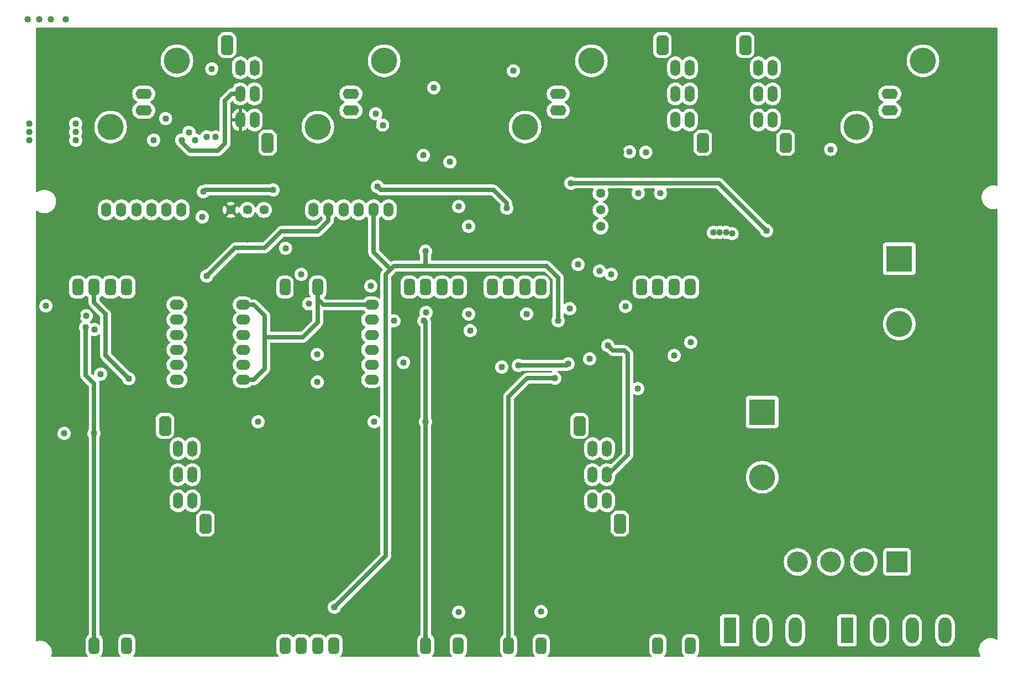
<source format=gbr>
%TF.GenerationSoftware,KiCad,Pcbnew,7.0.2*%
%TF.CreationDate,2023-07-19T18:14:24-04:00*%
%TF.ProjectId,basic_pid,62617369-635f-4706-9964-2e6b69636164,rev?*%
%TF.SameCoordinates,Original*%
%TF.FileFunction,Copper,L3,Inr*%
%TF.FilePolarity,Positive*%
%FSLAX46Y46*%
G04 Gerber Fmt 4.6, Leading zero omitted, Abs format (unit mm)*
G04 Created by KiCad (PCBNEW 7.0.2) date 2023-07-19 18:14:24*
%MOMM*%
%LPD*%
G01*
G04 APERTURE LIST*
G04 Aperture macros list*
%AMRoundRect*
0 Rectangle with rounded corners*
0 $1 Rounding radius*
0 $2 $3 $4 $5 $6 $7 $8 $9 X,Y pos of 4 corners*
0 Add a 4 corners polygon primitive as box body*
4,1,4,$2,$3,$4,$5,$6,$7,$8,$9,$2,$3,0*
0 Add four circle primitives for the rounded corners*
1,1,$1+$1,$2,$3*
1,1,$1+$1,$4,$5*
1,1,$1+$1,$6,$7*
1,1,$1+$1,$8,$9*
0 Add four rect primitives between the rounded corners*
20,1,$1+$1,$2,$3,$4,$5,0*
20,1,$1+$1,$4,$5,$6,$7,0*
20,1,$1+$1,$6,$7,$8,$9,0*
20,1,$1+$1,$8,$9,$2,$3,0*%
%AMOutline5P*
0 Free polygon, 5 corners , with rotation*
0 The origin of the aperture is its center*
0 number of corners: always 5*
0 $1 to $10 corner X, Y*
0 $11 Rotation angle, in degrees counterclockwise*
0 create outline with 5 corners*
4,1,5,$1,$2,$3,$4,$5,$6,$7,$8,$9,$10,$1,$2,$11*%
%AMOutline6P*
0 Free polygon, 6 corners , with rotation*
0 The origin of the aperture is its center*
0 number of corners: always 6*
0 $1 to $12 corner X, Y*
0 $13 Rotation angle, in degrees counterclockwise*
0 create outline with 6 corners*
4,1,6,$1,$2,$3,$4,$5,$6,$7,$8,$9,$10,$11,$12,$1,$2,$13*%
%AMOutline7P*
0 Free polygon, 7 corners , with rotation*
0 The origin of the aperture is its center*
0 number of corners: always 7*
0 $1 to $14 corner X, Y*
0 $15 Rotation angle, in degrees counterclockwise*
0 create outline with 7 corners*
4,1,7,$1,$2,$3,$4,$5,$6,$7,$8,$9,$10,$11,$12,$13,$14,$1,$2,$15*%
%AMOutline8P*
0 Free polygon, 8 corners , with rotation*
0 The origin of the aperture is its center*
0 number of corners: always 8*
0 $1 to $16 corner X, Y*
0 $17 Rotation angle, in degrees counterclockwise*
0 create outline with 8 corners*
4,1,8,$1,$2,$3,$4,$5,$6,$7,$8,$9,$10,$11,$12,$13,$14,$15,$16,$1,$2,$17*%
G04 Aperture macros list end*
%TA.AperFunction,ComponentPad*%
%ADD10C,0.355600*%
%TD*%
%TA.AperFunction,ComponentPad*%
%ADD11R,4.000000X4.000000*%
%TD*%
%TA.AperFunction,ComponentPad*%
%ADD12C,4.000000*%
%TD*%
%TA.AperFunction,ComponentPad*%
%ADD13R,3.200000X3.200000*%
%TD*%
%TA.AperFunction,ComponentPad*%
%ADD14C,3.200000*%
%TD*%
%TA.AperFunction,ComponentPad*%
%ADD15R,1.980000X3.960000*%
%TD*%
%TA.AperFunction,ComponentPad*%
%ADD16O,1.980000X3.960000*%
%TD*%
%TA.AperFunction,ComponentPad*%
%ADD17O,2.200000X1.524000*%
%TD*%
%TA.AperFunction,ComponentPad*%
%ADD18O,1.524000X2.200000*%
%TD*%
%TA.AperFunction,ComponentPad*%
%ADD19O,2.500000X1.600000*%
%TD*%
%TA.AperFunction,ComponentPad*%
%ADD20RoundRect,0.508000X-0.317500X-0.762000X0.317500X-0.762000X0.317500X0.762000X-0.317500X0.762000X0*%
%TD*%
%TA.AperFunction,ComponentPad*%
%ADD21RoundRect,0.508000X0.317500X0.762000X-0.317500X0.762000X-0.317500X-0.762000X0.317500X-0.762000X0*%
%TD*%
%TA.AperFunction,ComponentPad*%
%ADD22O,1.500000X2.500000*%
%TD*%
%TA.AperFunction,ComponentPad*%
%ADD23Outline8P,-1.500000X0.540000X-1.140000X0.900000X1.140000X0.900000X1.500000X0.540000X1.500000X-0.540000X1.140000X-0.900000X-1.140000X-0.900000X-1.500000X-0.540000X90.000000*%
%TD*%
%TA.AperFunction,ComponentPad*%
%ADD24Outline8P,-1.500000X0.540000X-1.140000X0.900000X1.140000X0.900000X1.500000X0.540000X1.500000X-0.540000X1.140000X-0.900000X-1.140000X-0.900000X-1.500000X-0.540000X270.000000*%
%TD*%
%TA.AperFunction,ComponentPad*%
%ADD25C,1.440000*%
%TD*%
%TA.AperFunction,ViaPad*%
%ADD26C,1.016000*%
%TD*%
%TA.AperFunction,Conductor*%
%ADD27C,0.635000*%
%TD*%
G04 APERTURE END LIST*
D10*
%TO.N,-12V*%
%TO.C,U13*%
X129135539Y-42682999D03*
X129135539Y-41158999D03*
X129135539Y-39634999D03*
X128691039Y-41920999D03*
X128691039Y-40396999D03*
X128246539Y-42682999D03*
X128246539Y-41158999D03*
X128246539Y-39634999D03*
X127802039Y-41920999D03*
X127802039Y-40396999D03*
X127357539Y-42682999D03*
X127357539Y-41158999D03*
X127357539Y-39634999D03*
%TD*%
D11*
%TO.N,GND*%
%TO.C,C19*%
X215400000Y-86900000D03*
D12*
%TO.N,V-_unreg*%
X215400000Y-96900000D03*
%TD*%
D13*
%TO.N,V+_unreg*%
%TO.C,D1*%
X236060000Y-109900000D03*
D14*
%TO.N,/Supply_and_filtering/yellow*%
X230980000Y-109900000D03*
%TO.N,/Supply_and_filtering/black*%
X225900000Y-109900000D03*
%TO.N,V-_unreg*%
X220820000Y-109900000D03*
%TD*%
D15*
%TO.N,V-_unreg*%
%TO.C,J6*%
X210460000Y-120400000D03*
D16*
%TO.N,GND*%
X215460000Y-120400000D03*
%TO.N,V+_unreg*%
X220460000Y-120400000D03*
%TD*%
D11*
%TO.N,V+_unreg*%
%TO.C,C18*%
X236400000Y-63400000D03*
D12*
%TO.N,GND*%
X236400000Y-73400000D03*
%TD*%
D10*
%TO.N,-12V*%
%TO.C,U8*%
X170395512Y-38088772D03*
X170395512Y-36564772D03*
X170395512Y-35040772D03*
X169951012Y-37326772D03*
X169951012Y-35802772D03*
X169506512Y-38088772D03*
X169506512Y-36564772D03*
X169506512Y-35040772D03*
X169062012Y-37326772D03*
X169062012Y-35802772D03*
X168617512Y-38088772D03*
X168617512Y-36564772D03*
X168617512Y-35040772D03*
%TD*%
D15*
%TO.N,/Supply_and_filtering/black*%
%TO.C,J5*%
X228400000Y-120400000D03*
D16*
%TO.N,GND*%
X233400000Y-120400000D03*
X238400000Y-120400000D03*
%TO.N,/Supply_and_filtering/yellow*%
X243400000Y-120400000D03*
%TD*%
D17*
%TO.N,Net-(C6-Pad1)*%
%TO.C,SW8*%
X135890000Y-79650000D03*
%TO.N,Net-(R16-Pad1)*%
X135890000Y-77350000D03*
%TO.N,Net-(R17-Pad1)*%
X135890000Y-75050000D03*
%TO.N,unconnected-(SW8-Pad4)*%
X135890000Y-72750000D03*
%TO.N,Net-(SW7-Common)*%
X135890000Y-70450000D03*
X135890000Y-81950000D03*
%TD*%
D18*
%TO.N,Net-(C10-Pad2)*%
%TO.C,SW9*%
X117200000Y-55880000D03*
%TO.N,Net-(C11-Pad2)*%
X119500000Y-55880000D03*
%TO.N,Net-(C12-Pad2)*%
X121800000Y-55880000D03*
%TO.N,Net-(C13-Pad2)*%
X124100000Y-55880000D03*
%TO.N,Net-(SW9-Common)*%
X126400000Y-55880000D03*
X114900000Y-55880000D03*
%TD*%
D12*
%TO.N,*%
%TO.C,J4*%
X125730000Y-33020000D03*
X115570000Y-43180000D03*
D19*
%TO.N,Net-(J4-In)*%
X120650000Y-38100000D03*
%TO.N,GND*%
X120650000Y-40640000D03*
%TD*%
D20*
%TO.N,Net-(R12-Pad2)*%
%TO.C,RV3*%
X147300000Y-122750000D03*
X149800000Y-122750000D03*
%TO.N,Net-(SW7-Common)*%
X147300000Y-67750000D03*
%TO.N,Net-(R25-Pad1)*%
X142300000Y-67750000D03*
%TO.N,GND*%
X142300000Y-122750000D03*
X144800000Y-122750000D03*
%TD*%
D21*
%TO.N,Net-(U10--)*%
%TO.C,RV4*%
X163850000Y-67750000D03*
X161350000Y-67750000D03*
%TO.N,Net-(R20-Pad1)*%
X163850000Y-122750000D03*
%TO.N,Net-(R26-Pad1)*%
X168850000Y-122750000D03*
%TO.N,GND*%
X168850000Y-67750000D03*
X166350000Y-67750000D03*
%TD*%
D22*
%TO.N,unconnected-(SW5A-A-Pad1)*%
%TO.C,SW5*%
X191600000Y-100520000D03*
%TO.N,Net-(SW5A-B)*%
X191600000Y-96520000D03*
%TO.N,GND*%
X191600000Y-92520000D03*
%TO.N,N/C*%
X189400000Y-100520000D03*
X189400000Y-96520000D03*
X189400000Y-92520000D03*
D23*
%TO.N,GND*%
X193600000Y-104020000D03*
X187400000Y-89020000D03*
%TD*%
D22*
%TO.N,Net-(J1-In)*%
%TO.C,SW1*%
X202100000Y-34100000D03*
%TO.N,Net-(SW1A-B)*%
X202100000Y-38100000D03*
%TO.N,Net-(J1-Ext)*%
X202100000Y-42100000D03*
X204300000Y-34100000D03*
%TO.N,Net-(SW1B-B)*%
X204300000Y-38100000D03*
%TO.N,Net-(J1-In)*%
X204300000Y-42100000D03*
D24*
%TO.N,GND*%
X200100000Y-30600000D03*
X206300000Y-45600000D03*
%TD*%
D21*
%TO.N,Net-(U11--)*%
%TO.C,RV5*%
X113050000Y-67750000D03*
X110550000Y-67750000D03*
%TO.N,Net-(R18-Pad1)*%
X113050000Y-122750000D03*
%TO.N,GND*%
X118050000Y-122750000D03*
%TO.N,Net-(R27-Pad2)*%
X118050000Y-67750000D03*
%TO.N,GND*%
X115550000Y-67750000D03*
%TD*%
%TO.N,Net-(U1-K)*%
%TO.C,RV1*%
X199410000Y-67750000D03*
%TO.N,Net-(C1-Pad2)*%
X196910000Y-67750000D03*
%TO.N,Net-(U2-A)*%
X199410000Y-122750000D03*
%TO.N,GND*%
X204410000Y-122750000D03*
%TO.N,Net-(R28-Pad2)*%
X204410000Y-67750000D03*
%TO.N,GND*%
X201910000Y-67750000D03*
%TD*%
D25*
%TO.N,GND*%
%TO.C,RV6*%
X139065000Y-55880000D03*
%TO.N,Net-(SW10A-C)*%
X136525000Y-55880000D03*
%TO.N,-12V*%
X133985000Y-55880000D03*
%TD*%
D22*
%TO.N,Error_signal*%
%TO.C,SW3*%
X128100000Y-100520000D03*
%TO.N,Net-(SW3A-B)*%
X128100000Y-96520000D03*
%TO.N,Input_A*%
X128100000Y-92520000D03*
%TO.N,N/C*%
X125900000Y-100520000D03*
X125900000Y-96520000D03*
X125900000Y-92520000D03*
D23*
%TO.N,GND*%
X130100000Y-104020000D03*
X123900000Y-89020000D03*
%TD*%
D25*
%TO.N,Net-(R30-Pad1)*%
%TO.C,RV7*%
X190647006Y-58437475D03*
%TO.N,GND*%
X190647006Y-55897475D03*
X190647006Y-53357475D03*
%TD*%
D22*
%TO.N,unconnected-(SW10A-A-Pad1)*%
%TO.C,SW10*%
X137625000Y-42100000D03*
%TO.N,Positive_offset*%
X137625000Y-38100000D03*
%TO.N,Net-(SW10A-C)*%
X137625000Y-34100000D03*
%TO.N,-12V*%
X135425000Y-42100000D03*
%TO.N,Vlim-*%
X135425000Y-38100000D03*
%TO.N,GND*%
X135425000Y-34100000D03*
D23*
X139625000Y-45600000D03*
X133425000Y-30600000D03*
%TD*%
D22*
%TO.N,Net-(J2-In)*%
%TO.C,SW2*%
X217000000Y-42100000D03*
%TO.N,Net-(SW2A-B)*%
X217000000Y-38100000D03*
%TO.N,Net-(J2-Ext)*%
X217000000Y-34100000D03*
X214800000Y-42100000D03*
%TO.N,Net-(SW2B-B)*%
X214800000Y-38100000D03*
%TO.N,Net-(J2-In)*%
X214800000Y-34100000D03*
D23*
%TO.N,GND*%
X219000000Y-45600000D03*
X212800000Y-30600000D03*
%TD*%
D18*
%TO.N,Input_A*%
%TO.C,SW4*%
X148950000Y-55880000D03*
%TO.N,Input_B*%
X151250000Y-55880000D03*
%TO.N,Internal_setpoint*%
X153550000Y-55880000D03*
%TO.N,Error_signal*%
X155850000Y-55880000D03*
%TO.N,Net-(SW4-Common)*%
X158150000Y-55880000D03*
X146650000Y-55880000D03*
%TD*%
D12*
%TO.N,*%
%TO.C,J2*%
X240030000Y-33020000D03*
X229870000Y-43180000D03*
D19*
%TO.N,Net-(J2-In)*%
X234950000Y-38100000D03*
%TO.N,Net-(J2-Ext)*%
X234950000Y-40640000D03*
%TD*%
D17*
%TO.N,Net-(C6-Pad2)*%
%TO.C,SW7*%
X155575000Y-79650000D03*
%TO.N,Net-(C7-Pad2)*%
X155575000Y-77350000D03*
%TO.N,Net-(C8-Pad2)*%
X155575000Y-75050000D03*
%TO.N,Net-(C9-Pad2)*%
X155575000Y-72750000D03*
%TO.N,Net-(SW7-Common)*%
X155575000Y-70450000D03*
X155575000Y-81950000D03*
%TD*%
D12*
%TO.N,*%
%TO.C,J1*%
X189230000Y-33020000D03*
X179070000Y-43180000D03*
D19*
%TO.N,Net-(J1-In)*%
X184150000Y-38100000D03*
%TO.N,Net-(J1-Ext)*%
X184150000Y-40640000D03*
%TD*%
D17*
%TO.N,Net-(C2-Pad2)*%
%TO.C,SW6*%
X125730000Y-79650000D03*
%TO.N,Net-(C3-Pad2)*%
X125730000Y-77350000D03*
%TO.N,Net-(C4-Pad2)*%
X125730000Y-75050000D03*
%TO.N,Net-(C5-Pad2)*%
X125730000Y-72750000D03*
%TO.N,Net-(SW6-Common)*%
X125730000Y-70450000D03*
X125730000Y-81950000D03*
%TD*%
D21*
%TO.N,Net-(U6--)*%
%TO.C,RV2*%
X176550000Y-67750000D03*
X174050000Y-67750000D03*
%TO.N,Net-(R11-Pad1)*%
X176550000Y-122750000D03*
%TO.N,Net-(R24-Pad1)*%
X181550000Y-122750000D03*
%TO.N,GND*%
X181550000Y-67750000D03*
X179050000Y-67750000D03*
%TD*%
D12*
%TO.N,*%
%TO.C,J3*%
X157480000Y-33020000D03*
X147320000Y-43180000D03*
D19*
%TO.N,Net-(J3-In)*%
X152400000Y-38100000D03*
%TO.N,GND*%
X152400000Y-40640000D03*
%TD*%
D26*
%TO.N,GND*%
X144780000Y-65786000D03*
X108712000Y-26670000D03*
X106426000Y-26670000D03*
X104648000Y-26670000D03*
X102870000Y-26670000D03*
X103124000Y-45212000D03*
X103124000Y-43942000D03*
X103124000Y-42672000D03*
X110236000Y-42672000D03*
X110236000Y-43942000D03*
X110236000Y-45212000D03*
%TO.N,Net-(R20-Pad1)*%
X163830000Y-88392000D03*
X155956000Y-88392000D03*
%TO.N,Net-(R18-Pad1)*%
X108458000Y-90170000D03*
X113030000Y-90170000D03*
%TO.N,Net-(C6-Pad1)*%
X138176000Y-88392000D03*
%TO.N,GND*%
X195072000Y-46990000D03*
X196400473Y-53331925D03*
X105664000Y-70612000D03*
X196342000Y-83312000D03*
X170434000Y-71872349D03*
X156210000Y-41148000D03*
X185914521Y-71044749D03*
X122170492Y-45187769D03*
X177291756Y-34573772D03*
X128543805Y-45185182D03*
X129618976Y-56967812D03*
X199831535Y-53340000D03*
X111828090Y-72142502D03*
X145915802Y-70301064D03*
X131675863Y-44711141D03*
X170659343Y-74422000D03*
X160439828Y-79300846D03*
X147244577Y-82305601D03*
X192278000Y-65786000D03*
X188976000Y-78740000D03*
X158980578Y-72910247D03*
X168910000Y-55372000D03*
X157260179Y-42875207D03*
X130304530Y-44677281D03*
X204470000Y-76200000D03*
X127563508Y-43996330D03*
X114055027Y-81068882D03*
X167553330Y-48543772D03*
%TO.N,Input_A*%
X178054000Y-79756000D03*
X185674000Y-79502000D03*
X130302000Y-66040000D03*
%TO.N,Input_B*%
X187198000Y-64262000D03*
X190500000Y-65278000D03*
%TO.N,Internal_setpoint*%
X175514000Y-80010000D03*
X170434000Y-58420000D03*
%TO.N,Error_signal*%
X149860000Y-116840000D03*
X163820390Y-62239610D03*
X184150000Y-72898000D03*
%TO.N,Net-(U11--)*%
X118364000Y-81788000D03*
%TO.N,+12V*%
X208877716Y-59326576D03*
X179310521Y-71846901D03*
X201930000Y-78232000D03*
X163489330Y-47527772D03*
X209860087Y-59326576D03*
X210782920Y-59534957D03*
X225912821Y-46603405D03*
X194454403Y-70717815D03*
X163897139Y-71624196D03*
X197563036Y-47051370D03*
X123989963Y-41876585D03*
X165087029Y-37158857D03*
X168910000Y-117602000D03*
X147208058Y-78080772D03*
X142373317Y-61774324D03*
X181518055Y-117526871D03*
X207925113Y-59356345D03*
X113090653Y-74249017D03*
%TO.N,-12V*%
X193294000Y-80518000D03*
X118110000Y-62484000D03*
X243078000Y-94996000D03*
X160439828Y-75236846D03*
X136548296Y-60399440D03*
X196577201Y-118389650D03*
X241046000Y-94996000D03*
X143434577Y-71383601D03*
X160188085Y-41274341D03*
X204791002Y-72666135D03*
X177024521Y-74346749D03*
X222114209Y-46614372D03*
X193764424Y-47062337D03*
X172379330Y-33557772D03*
X244094000Y-94996000D03*
X110547857Y-72102542D03*
X242062000Y-94996000D03*
%TO.N,GND*%
X131087761Y-34259941D03*
%TO.N,V+_unreg*%
X216074715Y-59096296D03*
X186101435Y-51788020D03*
%TO.N,Net-(SW5A-B)*%
X191770000Y-76708000D03*
%TO.N,Vlim-*%
X126459392Y-45196028D03*
%TO.N,Net-(R18-Pad1)*%
X111760000Y-73914000D03*
%TO.N,Vlim+*%
X156464000Y-52324000D03*
X176276000Y-55626000D03*
X140462000Y-52832000D03*
X129778978Y-53112421D03*
%TO.N,Net-(R20-Pad1)*%
X163576000Y-72898000D03*
X155448000Y-67564000D03*
%TO.N,Net-(R11-Pad1)*%
X183632390Y-81706493D03*
%TD*%
D27*
%TO.N,Error_signal*%
X149860000Y-116840000D02*
X157734000Y-108966000D01*
X157734000Y-108966000D02*
X157734000Y-65786000D01*
X157734000Y-65786000D02*
X158496000Y-65024000D01*
%TO.N,Net-(R18-Pad1)*%
X113050000Y-90150000D02*
X113050000Y-82570000D01*
X113030000Y-90170000D02*
X113050000Y-90150000D01*
X113050000Y-90190000D02*
X113030000Y-90170000D01*
%TO.N,Input_A*%
X141732000Y-59182000D02*
X147320000Y-59182000D01*
X185674000Y-79502000D02*
X185420000Y-79756000D01*
X139192000Y-61722000D02*
X141732000Y-59182000D01*
X130302000Y-66040000D02*
X134620000Y-61722000D01*
X148950000Y-57552000D02*
X148950000Y-55880000D01*
X147320000Y-59182000D02*
X148950000Y-57552000D01*
X185420000Y-79756000D02*
X178054000Y-79756000D01*
X134620000Y-61722000D02*
X139192000Y-61722000D01*
%TO.N,Error_signal*%
X182372000Y-64516000D02*
X184150000Y-66294000D01*
X155850000Y-62378000D02*
X158496000Y-65024000D01*
X163830000Y-62249220D02*
X163830000Y-64516000D01*
X184150000Y-66294000D02*
X184150000Y-72898000D01*
X159004000Y-64516000D02*
X163830000Y-64516000D01*
X155850000Y-55880000D02*
X155850000Y-62378000D01*
X163830000Y-64516000D02*
X182372000Y-64516000D01*
X163820390Y-62239610D02*
X163830000Y-62249220D01*
X158496000Y-65024000D02*
X159004000Y-64516000D01*
%TO.N,Net-(SW7-Common)*%
X139192000Y-72136000D02*
X137506000Y-70450000D01*
X139192000Y-75438000D02*
X139192000Y-72136000D01*
X148174000Y-70450000D02*
X147300000Y-69576000D01*
X137506000Y-81950000D02*
X139192000Y-80264000D01*
X145034000Y-75438000D02*
X139192000Y-75438000D01*
X147300000Y-69576000D02*
X147300000Y-67750000D01*
X147300000Y-73172000D02*
X145034000Y-75438000D01*
X139192000Y-80264000D02*
X139192000Y-75438000D01*
X137506000Y-70450000D02*
X135890000Y-70450000D01*
X135890000Y-81950000D02*
X137506000Y-81950000D01*
X155575000Y-70450000D02*
X148174000Y-70450000D01*
X147300000Y-67750000D02*
X147300000Y-73172000D01*
%TO.N,Net-(U11--)*%
X118364000Y-81788000D02*
X114808000Y-78232000D01*
X113030000Y-67770000D02*
X113050000Y-67750000D01*
X113030000Y-70104000D02*
X113030000Y-67770000D01*
X114808000Y-71882000D02*
X113030000Y-70104000D01*
X114808000Y-78232000D02*
X114808000Y-71882000D01*
%TO.N,V+_unreg*%
X208766439Y-51788020D02*
X186101435Y-51788020D01*
X216074715Y-59096296D02*
X208766439Y-51788020D01*
%TO.N,Net-(SW5A-B)*%
X194818000Y-93472000D02*
X194818000Y-77978000D01*
X192532000Y-77470000D02*
X191770000Y-76708000D01*
X194818000Y-77978000D02*
X194310000Y-77470000D01*
X194310000Y-77470000D02*
X192532000Y-77470000D01*
X191600000Y-96520000D02*
X191770000Y-96520000D01*
X191770000Y-96520000D02*
X194818000Y-93472000D01*
%TO.N,Vlim-*%
X126459392Y-45506514D02*
X127780818Y-46827940D01*
X134112000Y-38100000D02*
X135425000Y-38100000D01*
X127780818Y-46827940D02*
X131988060Y-46827940D01*
X126459392Y-45196028D02*
X126459392Y-45506514D01*
X133096000Y-45720000D02*
X133096000Y-39116000D01*
X133096000Y-39116000D02*
X134112000Y-38100000D01*
X131988060Y-46827940D02*
X133096000Y-45720000D01*
%TO.N,Net-(R18-Pad1)*%
X111760000Y-81280000D02*
X111760000Y-73914000D01*
X113050000Y-82570000D02*
X111760000Y-81280000D01*
X113050000Y-122750000D02*
X113050000Y-90190000D01*
%TO.N,Vlim+*%
X156972000Y-52832000D02*
X174244000Y-52832000D01*
X176276000Y-54864000D02*
X176276000Y-55626000D01*
X174244000Y-52832000D02*
X176276000Y-54864000D01*
X156464000Y-52324000D02*
X156972000Y-52832000D01*
X130059399Y-52832000D02*
X129778978Y-53112421D01*
X140462000Y-52832000D02*
X130059399Y-52832000D01*
%TO.N,Net-(R20-Pad1)*%
X163850000Y-122750000D02*
X163850000Y-73172000D01*
X163850000Y-73172000D02*
X163576000Y-72898000D01*
%TO.N,Net-(R11-Pad1)*%
X176550000Y-122750000D02*
X176550000Y-84562000D01*
X176550000Y-84562000D02*
X179405507Y-81706493D01*
X179405507Y-81706493D02*
X183632390Y-81706493D01*
%TD*%
%TA.AperFunction,Conductor*%
%TO.N,-12V*%
G36*
X251403039Y-27959685D02*
G01*
X251448794Y-28012489D01*
X251460000Y-28064000D01*
X251460000Y-52114357D01*
X251440315Y-52181396D01*
X251387511Y-52227151D01*
X251318353Y-52237095D01*
X251308408Y-52235248D01*
X251094580Y-52186443D01*
X250894809Y-52171473D01*
X250894798Y-52171472D01*
X250892495Y-52171300D01*
X250757505Y-52171300D01*
X250755202Y-52171472D01*
X250755190Y-52171473D01*
X250555421Y-52186443D01*
X250291856Y-52246600D01*
X250040210Y-52345364D01*
X249806090Y-52480533D01*
X249594731Y-52649087D01*
X249410855Y-52847258D01*
X249258570Y-53070620D01*
X249141275Y-53314185D01*
X249061590Y-53572513D01*
X249021300Y-53839830D01*
X249021300Y-54110169D01*
X249061590Y-54377486D01*
X249141275Y-54635814D01*
X249258570Y-54879379D01*
X249410855Y-55102741D01*
X249579869Y-55284894D01*
X249594732Y-55300913D01*
X249806090Y-55469466D01*
X250040209Y-55604635D01*
X250291859Y-55703400D01*
X250555419Y-55763556D01*
X250757505Y-55778700D01*
X250759822Y-55778700D01*
X250890178Y-55778700D01*
X250892495Y-55778700D01*
X251094581Y-55763556D01*
X251308408Y-55714751D01*
X251378146Y-55719024D01*
X251434504Y-55760323D01*
X251459587Y-55825534D01*
X251460000Y-55835642D01*
X251460000Y-121714483D01*
X251440315Y-121781522D01*
X251387511Y-121827277D01*
X251318353Y-121837221D01*
X251274000Y-121821870D01*
X251219321Y-121790301D01*
X251184791Y-121770365D01*
X251184790Y-121770364D01*
X251184789Y-121770364D01*
X250933143Y-121671600D01*
X250669578Y-121611443D01*
X250469809Y-121596473D01*
X250469798Y-121596472D01*
X250467495Y-121596300D01*
X250332505Y-121596300D01*
X250330202Y-121596472D01*
X250330190Y-121596473D01*
X250130421Y-121611443D01*
X249866856Y-121671600D01*
X249615210Y-121770364D01*
X249381090Y-121905533D01*
X249169731Y-122074087D01*
X248985855Y-122272258D01*
X248833570Y-122495620D01*
X248716275Y-122739185D01*
X248636590Y-122997513D01*
X248596300Y-123264830D01*
X248596300Y-123535169D01*
X248636590Y-123802486D01*
X248716275Y-124060814D01*
X248822888Y-124282198D01*
X248834240Y-124351140D01*
X248806518Y-124415274D01*
X248748523Y-124454240D01*
X248711168Y-124460000D01*
X205508623Y-124460000D01*
X205441584Y-124440315D01*
X205395829Y-124387511D01*
X205385885Y-124318353D01*
X205414910Y-124254797D01*
X205429952Y-124240152D01*
X205444068Y-124228568D01*
X205570095Y-124075004D01*
X205663741Y-123899804D01*
X205721408Y-123709701D01*
X205736000Y-123561547D01*
X205735999Y-122424578D01*
X208969500Y-122424578D01*
X208969501Y-122427872D01*
X208969853Y-122431152D01*
X208969854Y-122431159D01*
X208975909Y-122487484D01*
X208976980Y-122490355D01*
X209026204Y-122622331D01*
X209112454Y-122737546D01*
X209227669Y-122823796D01*
X209362517Y-122874091D01*
X209422127Y-122880500D01*
X211497872Y-122880499D01*
X211557483Y-122874091D01*
X211692331Y-122823796D01*
X211807546Y-122737546D01*
X211893796Y-122622331D01*
X211944091Y-122487483D01*
X211950500Y-122427873D01*
X211950500Y-121451645D01*
X213969500Y-121451645D01*
X213969711Y-121454189D01*
X213984790Y-121636170D01*
X214045428Y-121875624D01*
X214072988Y-121938453D01*
X214144652Y-122101831D01*
X214279755Y-122308621D01*
X214447052Y-122490355D01*
X214641980Y-122642073D01*
X214859221Y-122759638D01*
X214976035Y-122799740D01*
X215092846Y-122839842D01*
X215092848Y-122839842D01*
X215092850Y-122839843D01*
X215336494Y-122880500D01*
X215336495Y-122880500D01*
X215583505Y-122880500D01*
X215583506Y-122880500D01*
X215827150Y-122839843D01*
X216060779Y-122759638D01*
X216278020Y-122642073D01*
X216472948Y-122490355D01*
X216640245Y-122308621D01*
X216775348Y-122101831D01*
X216874572Y-121875623D01*
X216935210Y-121636169D01*
X216950500Y-121451645D01*
X218969500Y-121451645D01*
X218969711Y-121454189D01*
X218984790Y-121636170D01*
X219045428Y-121875624D01*
X219072988Y-121938453D01*
X219144652Y-122101831D01*
X219279755Y-122308621D01*
X219447052Y-122490355D01*
X219641980Y-122642073D01*
X219859221Y-122759638D01*
X219976035Y-122799740D01*
X220092846Y-122839842D01*
X220092848Y-122839842D01*
X220092850Y-122839843D01*
X220336494Y-122880500D01*
X220336495Y-122880500D01*
X220583505Y-122880500D01*
X220583506Y-122880500D01*
X220827150Y-122839843D01*
X221060779Y-122759638D01*
X221278020Y-122642073D01*
X221472948Y-122490355D01*
X221533500Y-122424578D01*
X226909500Y-122424578D01*
X226909501Y-122427872D01*
X226909853Y-122431152D01*
X226909854Y-122431159D01*
X226915909Y-122487484D01*
X226916980Y-122490355D01*
X226966204Y-122622331D01*
X227052454Y-122737546D01*
X227167669Y-122823796D01*
X227302517Y-122874091D01*
X227362127Y-122880500D01*
X229437872Y-122880499D01*
X229497483Y-122874091D01*
X229632331Y-122823796D01*
X229747546Y-122737546D01*
X229833796Y-122622331D01*
X229884091Y-122487483D01*
X229890500Y-122427873D01*
X229890500Y-121451645D01*
X231909500Y-121451645D01*
X231909711Y-121454189D01*
X231924790Y-121636170D01*
X231985428Y-121875624D01*
X232012988Y-121938453D01*
X232084652Y-122101831D01*
X232219755Y-122308621D01*
X232387052Y-122490355D01*
X232581980Y-122642073D01*
X232799221Y-122759638D01*
X232916035Y-122799740D01*
X233032846Y-122839842D01*
X233032848Y-122839842D01*
X233032850Y-122839843D01*
X233276494Y-122880500D01*
X233276495Y-122880500D01*
X233523505Y-122880500D01*
X233523506Y-122880500D01*
X233767150Y-122839843D01*
X234000779Y-122759638D01*
X234218020Y-122642073D01*
X234412948Y-122490355D01*
X234580245Y-122308621D01*
X234715348Y-122101831D01*
X234814572Y-121875623D01*
X234875210Y-121636169D01*
X234890500Y-121451645D01*
X236909500Y-121451645D01*
X236909711Y-121454189D01*
X236924790Y-121636170D01*
X236985428Y-121875624D01*
X237012988Y-121938453D01*
X237084652Y-122101831D01*
X237219755Y-122308621D01*
X237387052Y-122490355D01*
X237581980Y-122642073D01*
X237799221Y-122759638D01*
X237916035Y-122799740D01*
X238032846Y-122839842D01*
X238032848Y-122839842D01*
X238032850Y-122839843D01*
X238276494Y-122880500D01*
X238276495Y-122880500D01*
X238523505Y-122880500D01*
X238523506Y-122880500D01*
X238767150Y-122839843D01*
X239000779Y-122759638D01*
X239218020Y-122642073D01*
X239412948Y-122490355D01*
X239580245Y-122308621D01*
X239715348Y-122101831D01*
X239814572Y-121875623D01*
X239875210Y-121636169D01*
X239890500Y-121451645D01*
X241909500Y-121451645D01*
X241909711Y-121454189D01*
X241924790Y-121636170D01*
X241985428Y-121875624D01*
X242012988Y-121938453D01*
X242084652Y-122101831D01*
X242219755Y-122308621D01*
X242387052Y-122490355D01*
X242581980Y-122642073D01*
X242799221Y-122759638D01*
X242916035Y-122799740D01*
X243032846Y-122839842D01*
X243032848Y-122839842D01*
X243032850Y-122839843D01*
X243276494Y-122880500D01*
X243276495Y-122880500D01*
X243523505Y-122880500D01*
X243523506Y-122880500D01*
X243767150Y-122839843D01*
X244000779Y-122759638D01*
X244218020Y-122642073D01*
X244412948Y-122490355D01*
X244580245Y-122308621D01*
X244715348Y-122101831D01*
X244814572Y-121875623D01*
X244875210Y-121636169D01*
X244890500Y-121451645D01*
X244890500Y-119348355D01*
X244875210Y-119163831D01*
X244814572Y-118924377D01*
X244715348Y-118698169D01*
X244580245Y-118491379D01*
X244412948Y-118309645D01*
X244218020Y-118157927D01*
X244000779Y-118040362D01*
X244000775Y-118040360D01*
X244000774Y-118040360D01*
X243767153Y-117960157D01*
X243561913Y-117925909D01*
X243523506Y-117919500D01*
X243276494Y-117919500D01*
X243238087Y-117925909D01*
X243032846Y-117960157D01*
X242799225Y-118040360D01*
X242581978Y-118157928D01*
X242387051Y-118309645D01*
X242326475Y-118375449D01*
X242219755Y-118491379D01*
X242151463Y-118595908D01*
X242084651Y-118698171D01*
X241985428Y-118924375D01*
X241924790Y-119163829D01*
X241924789Y-119163831D01*
X241924790Y-119163831D01*
X241909500Y-119348355D01*
X241909500Y-121451645D01*
X239890500Y-121451645D01*
X239890500Y-119348355D01*
X239875210Y-119163831D01*
X239814572Y-118924377D01*
X239715348Y-118698169D01*
X239580245Y-118491379D01*
X239412948Y-118309645D01*
X239218020Y-118157927D01*
X239000779Y-118040362D01*
X239000775Y-118040360D01*
X239000774Y-118040360D01*
X238767153Y-117960157D01*
X238561913Y-117925909D01*
X238523506Y-117919500D01*
X238276494Y-117919500D01*
X238238087Y-117925909D01*
X238032846Y-117960157D01*
X237799225Y-118040360D01*
X237581978Y-118157928D01*
X237387051Y-118309645D01*
X237326475Y-118375449D01*
X237219755Y-118491379D01*
X237151463Y-118595908D01*
X237084651Y-118698171D01*
X236985428Y-118924375D01*
X236924790Y-119163829D01*
X236924789Y-119163831D01*
X236924790Y-119163831D01*
X236909500Y-119348355D01*
X236909500Y-121451645D01*
X234890500Y-121451645D01*
X234890500Y-119348355D01*
X234875210Y-119163831D01*
X234814572Y-118924377D01*
X234715348Y-118698169D01*
X234580245Y-118491379D01*
X234412948Y-118309645D01*
X234218020Y-118157927D01*
X234000779Y-118040362D01*
X234000775Y-118040360D01*
X234000774Y-118040360D01*
X233767153Y-117960157D01*
X233561913Y-117925909D01*
X233523506Y-117919500D01*
X233276494Y-117919500D01*
X233238087Y-117925909D01*
X233032846Y-117960157D01*
X232799225Y-118040360D01*
X232581978Y-118157928D01*
X232387051Y-118309645D01*
X232326475Y-118375449D01*
X232219755Y-118491379D01*
X232151463Y-118595908D01*
X232084651Y-118698171D01*
X231985428Y-118924375D01*
X231924790Y-119163829D01*
X231924789Y-119163831D01*
X231924790Y-119163831D01*
X231909500Y-119348355D01*
X231909500Y-121451645D01*
X229890500Y-121451645D01*
X229890499Y-118372128D01*
X229884091Y-118312517D01*
X229833796Y-118177669D01*
X229747546Y-118062454D01*
X229632331Y-117976204D01*
X229497483Y-117925909D01*
X229437873Y-117919500D01*
X229434550Y-117919500D01*
X227365439Y-117919500D01*
X227365420Y-117919500D01*
X227362128Y-117919501D01*
X227358848Y-117919853D01*
X227358840Y-117919854D01*
X227302515Y-117925909D01*
X227167669Y-117976204D01*
X227052454Y-118062454D01*
X226966204Y-118177668D01*
X226915909Y-118312516D01*
X226915259Y-118318567D01*
X226909500Y-118372127D01*
X226909500Y-118375448D01*
X226909500Y-118375449D01*
X226909500Y-122424560D01*
X226909500Y-122424578D01*
X221533500Y-122424578D01*
X221640245Y-122308621D01*
X221775348Y-122101831D01*
X221874572Y-121875623D01*
X221935210Y-121636169D01*
X221950500Y-121451645D01*
X221950500Y-119348355D01*
X221935210Y-119163831D01*
X221874572Y-118924377D01*
X221775348Y-118698169D01*
X221640245Y-118491379D01*
X221472948Y-118309645D01*
X221278020Y-118157927D01*
X221060779Y-118040362D01*
X221060775Y-118040360D01*
X221060774Y-118040360D01*
X220827153Y-117960157D01*
X220621913Y-117925909D01*
X220583506Y-117919500D01*
X220336494Y-117919500D01*
X220298087Y-117925909D01*
X220092846Y-117960157D01*
X219859225Y-118040360D01*
X219641978Y-118157928D01*
X219447051Y-118309645D01*
X219386475Y-118375449D01*
X219279755Y-118491379D01*
X219211463Y-118595908D01*
X219144651Y-118698171D01*
X219045428Y-118924375D01*
X218984790Y-119163829D01*
X218984789Y-119163831D01*
X218984790Y-119163831D01*
X218969500Y-119348355D01*
X218969500Y-121451645D01*
X216950500Y-121451645D01*
X216950500Y-119348355D01*
X216935210Y-119163831D01*
X216874572Y-118924377D01*
X216775348Y-118698169D01*
X216640245Y-118491379D01*
X216472948Y-118309645D01*
X216278020Y-118157927D01*
X216060779Y-118040362D01*
X216060775Y-118040360D01*
X216060774Y-118040360D01*
X215827153Y-117960157D01*
X215621913Y-117925909D01*
X215583506Y-117919500D01*
X215336494Y-117919500D01*
X215298087Y-117925909D01*
X215092846Y-117960157D01*
X214859225Y-118040360D01*
X214641978Y-118157928D01*
X214447051Y-118309645D01*
X214386475Y-118375449D01*
X214279755Y-118491379D01*
X214211463Y-118595908D01*
X214144651Y-118698171D01*
X214045428Y-118924375D01*
X213984790Y-119163829D01*
X213984789Y-119163831D01*
X213984790Y-119163831D01*
X213969500Y-119348355D01*
X213969500Y-121451645D01*
X211950500Y-121451645D01*
X211950499Y-118372128D01*
X211944091Y-118312517D01*
X211893796Y-118177669D01*
X211807546Y-118062454D01*
X211692331Y-117976204D01*
X211557483Y-117925909D01*
X211497873Y-117919500D01*
X211494550Y-117919500D01*
X209425439Y-117919500D01*
X209425420Y-117919500D01*
X209422128Y-117919501D01*
X209418848Y-117919853D01*
X209418840Y-117919854D01*
X209362515Y-117925909D01*
X209227669Y-117976204D01*
X209112454Y-118062454D01*
X209026204Y-118177668D01*
X208975909Y-118312516D01*
X208975259Y-118318567D01*
X208969500Y-118372127D01*
X208969500Y-118375448D01*
X208969500Y-118375449D01*
X208969500Y-122424560D01*
X208969500Y-122424578D01*
X205735999Y-122424578D01*
X205735999Y-121938454D01*
X205721408Y-121790299D01*
X205663741Y-121600196D01*
X205570095Y-121424996D01*
X205444068Y-121271432D01*
X205290504Y-121145405D01*
X205290503Y-121145404D01*
X205195890Y-121094833D01*
X205115304Y-121051759D01*
X204925201Y-120994092D01*
X204925198Y-120994091D01*
X204780081Y-120979798D01*
X204780064Y-120979797D01*
X204777047Y-120979500D01*
X204773997Y-120979500D01*
X204046004Y-120979500D01*
X204045983Y-120979500D01*
X204042954Y-120979501D01*
X204039918Y-120979799D01*
X204039917Y-120979800D01*
X203894802Y-120994091D01*
X203894798Y-120994092D01*
X203894799Y-120994092D01*
X203704696Y-121051759D01*
X203704692Y-121051760D01*
X203704692Y-121051761D01*
X203529496Y-121145404D01*
X203375932Y-121271432D01*
X203249904Y-121424996D01*
X203160000Y-121593197D01*
X203156259Y-121600196D01*
X203117814Y-121726931D01*
X203098591Y-121790301D01*
X203084298Y-121935418D01*
X203084297Y-121935436D01*
X203084000Y-121938453D01*
X203084000Y-121941501D01*
X203084000Y-121941502D01*
X203084000Y-123558495D01*
X203084000Y-123558515D01*
X203084001Y-123561546D01*
X203084300Y-123564581D01*
X203084300Y-123564582D01*
X203098591Y-123709697D01*
X203098591Y-123709699D01*
X203098592Y-123709701D01*
X203156259Y-123899804D01*
X203249905Y-124075004D01*
X203375932Y-124228568D01*
X203390043Y-124240148D01*
X203429376Y-124297893D01*
X203431247Y-124367737D01*
X203395059Y-124427505D01*
X203332304Y-124458221D01*
X203311377Y-124460000D01*
X200508623Y-124460000D01*
X200441584Y-124440315D01*
X200395829Y-124387511D01*
X200385885Y-124318353D01*
X200414910Y-124254797D01*
X200429952Y-124240152D01*
X200444068Y-124228568D01*
X200570095Y-124075004D01*
X200663741Y-123899804D01*
X200721408Y-123709701D01*
X200736000Y-123561547D01*
X200735999Y-121938454D01*
X200721408Y-121790299D01*
X200663741Y-121600196D01*
X200570095Y-121424996D01*
X200444068Y-121271432D01*
X200290504Y-121145405D01*
X200290503Y-121145404D01*
X200195890Y-121094833D01*
X200115304Y-121051759D01*
X199925201Y-120994092D01*
X199925198Y-120994091D01*
X199780081Y-120979798D01*
X199780064Y-120979797D01*
X199777047Y-120979500D01*
X199773997Y-120979500D01*
X199046004Y-120979500D01*
X199045983Y-120979500D01*
X199042954Y-120979501D01*
X199039918Y-120979799D01*
X199039917Y-120979800D01*
X198894802Y-120994091D01*
X198894798Y-120994092D01*
X198894799Y-120994092D01*
X198704696Y-121051759D01*
X198704692Y-121051760D01*
X198704692Y-121051761D01*
X198529496Y-121145404D01*
X198375932Y-121271432D01*
X198249904Y-121424996D01*
X198160000Y-121593197D01*
X198156259Y-121600196D01*
X198117814Y-121726931D01*
X198098591Y-121790301D01*
X198084298Y-121935418D01*
X198084297Y-121935436D01*
X198084000Y-121938453D01*
X198084000Y-121941501D01*
X198084000Y-121941502D01*
X198084000Y-123558495D01*
X198084000Y-123558515D01*
X198084001Y-123561546D01*
X198084300Y-123564581D01*
X198084300Y-123564582D01*
X198098591Y-123709697D01*
X198098591Y-123709699D01*
X198098592Y-123709701D01*
X198156259Y-123899804D01*
X198249905Y-124075004D01*
X198375932Y-124228568D01*
X198390043Y-124240148D01*
X198429376Y-124297893D01*
X198431247Y-124367737D01*
X198395059Y-124427505D01*
X198332304Y-124458221D01*
X198311377Y-124460000D01*
X182648623Y-124460000D01*
X182581584Y-124440315D01*
X182535829Y-124387511D01*
X182525885Y-124318353D01*
X182554910Y-124254797D01*
X182569952Y-124240152D01*
X182584068Y-124228568D01*
X182710095Y-124075004D01*
X182803741Y-123899804D01*
X182861408Y-123709701D01*
X182876000Y-123561547D01*
X182875999Y-121938454D01*
X182861408Y-121790299D01*
X182803741Y-121600196D01*
X182710095Y-121424996D01*
X182584068Y-121271432D01*
X182430504Y-121145405D01*
X182430503Y-121145404D01*
X182335890Y-121094833D01*
X182255304Y-121051759D01*
X182065201Y-120994092D01*
X182065198Y-120994091D01*
X181920081Y-120979798D01*
X181920064Y-120979797D01*
X181917047Y-120979500D01*
X181913997Y-120979500D01*
X181186004Y-120979500D01*
X181185983Y-120979500D01*
X181182954Y-120979501D01*
X181179918Y-120979799D01*
X181179917Y-120979800D01*
X181034802Y-120994091D01*
X181034798Y-120994092D01*
X181034799Y-120994092D01*
X180844696Y-121051759D01*
X180844692Y-121051760D01*
X180844692Y-121051761D01*
X180669496Y-121145404D01*
X180515932Y-121271432D01*
X180389904Y-121424996D01*
X180300000Y-121593197D01*
X180296259Y-121600196D01*
X180257814Y-121726931D01*
X180238591Y-121790301D01*
X180224298Y-121935418D01*
X180224297Y-121935436D01*
X180224000Y-121938453D01*
X180224000Y-121941501D01*
X180224000Y-121941502D01*
X180224000Y-123558495D01*
X180224000Y-123558515D01*
X180224001Y-123561546D01*
X180224300Y-123564581D01*
X180224300Y-123564582D01*
X180238591Y-123709697D01*
X180238591Y-123709699D01*
X180238592Y-123709701D01*
X180296259Y-123899804D01*
X180389905Y-124075004D01*
X180515932Y-124228568D01*
X180530043Y-124240148D01*
X180569376Y-124297893D01*
X180571247Y-124367737D01*
X180535059Y-124427505D01*
X180472304Y-124458221D01*
X180451377Y-124460000D01*
X177648623Y-124460000D01*
X177581584Y-124440315D01*
X177535829Y-124387511D01*
X177525885Y-124318353D01*
X177554910Y-124254797D01*
X177569952Y-124240152D01*
X177584068Y-124228568D01*
X177710095Y-124075004D01*
X177803741Y-123899804D01*
X177861408Y-123709701D01*
X177876000Y-123561547D01*
X177875999Y-121938454D01*
X177861408Y-121790299D01*
X177803741Y-121600196D01*
X177710095Y-121424996D01*
X177584068Y-121271432D01*
X177430504Y-121145405D01*
X177430503Y-121145404D01*
X177421063Y-121137657D01*
X177422375Y-121136057D01*
X177383701Y-121098066D01*
X177368000Y-121037673D01*
X177368000Y-117526871D01*
X180504675Y-117526871D01*
X180524146Y-117724569D01*
X180524147Y-117724572D01*
X180581814Y-117914675D01*
X180675460Y-118089875D01*
X180801487Y-118243439D01*
X180955051Y-118369466D01*
X181130251Y-118463112D01*
X181320354Y-118520779D01*
X181518055Y-118540251D01*
X181715756Y-118520779D01*
X181905859Y-118463112D01*
X182081059Y-118369466D01*
X182234623Y-118243439D01*
X182360650Y-118089875D01*
X182454296Y-117914675D01*
X182511963Y-117724572D01*
X182531435Y-117526871D01*
X182511963Y-117329170D01*
X182454296Y-117139067D01*
X182360650Y-116963867D01*
X182234623Y-116810303D01*
X182081059Y-116684276D01*
X182081058Y-116684275D01*
X181938526Y-116608091D01*
X181905859Y-116590630D01*
X181715756Y-116532963D01*
X181715753Y-116532962D01*
X181542302Y-116515879D01*
X181518055Y-116513491D01*
X181518054Y-116513491D01*
X181320356Y-116532962D01*
X181256986Y-116552185D01*
X181130251Y-116590630D01*
X181130247Y-116590631D01*
X181130247Y-116590632D01*
X180955051Y-116684275D01*
X180801487Y-116810303D01*
X180675459Y-116963867D01*
X180581816Y-117139063D01*
X180581814Y-117139067D01*
X180559025Y-117214192D01*
X180524146Y-117329172D01*
X180504675Y-117526871D01*
X177368000Y-117526871D01*
X177368000Y-109900000D01*
X218714592Y-109900000D01*
X218734202Y-110186686D01*
X218735061Y-110190824D01*
X218735063Y-110190832D01*
X218791803Y-110463880D01*
X218792666Y-110468032D01*
X218888896Y-110738797D01*
X219021099Y-110993936D01*
X219023545Y-110997401D01*
X219184366Y-111225235D01*
X219184370Y-111225240D01*
X219186811Y-111228698D01*
X219382947Y-111438708D01*
X219605853Y-111620055D01*
X219851375Y-111769361D01*
X219855260Y-111771048D01*
X219855261Y-111771049D01*
X220054397Y-111857546D01*
X220114942Y-111883844D01*
X220335384Y-111945608D01*
X220387562Y-111960228D01*
X220387564Y-111960228D01*
X220391642Y-111961371D01*
X220676322Y-112000500D01*
X220680559Y-112000500D01*
X220959441Y-112000500D01*
X220963678Y-112000500D01*
X221248358Y-111961371D01*
X221525058Y-111883844D01*
X221788625Y-111769361D01*
X222034147Y-111620055D01*
X222257053Y-111438708D01*
X222453189Y-111228698D01*
X222618901Y-110993936D01*
X222751104Y-110738797D01*
X222847334Y-110468032D01*
X222905798Y-110186686D01*
X222925408Y-109900000D01*
X223794592Y-109900000D01*
X223814202Y-110186686D01*
X223815061Y-110190824D01*
X223815063Y-110190832D01*
X223871803Y-110463880D01*
X223872666Y-110468032D01*
X223968896Y-110738797D01*
X224101099Y-110993936D01*
X224103545Y-110997401D01*
X224264366Y-111225235D01*
X224264370Y-111225240D01*
X224266811Y-111228698D01*
X224462947Y-111438708D01*
X224685853Y-111620055D01*
X224931375Y-111769361D01*
X224935260Y-111771048D01*
X224935261Y-111771049D01*
X225134397Y-111857546D01*
X225194942Y-111883844D01*
X225415384Y-111945608D01*
X225467562Y-111960228D01*
X225467564Y-111960228D01*
X225471642Y-111961371D01*
X225756322Y-112000500D01*
X225760559Y-112000500D01*
X226039441Y-112000500D01*
X226043678Y-112000500D01*
X226328358Y-111961371D01*
X226605058Y-111883844D01*
X226868625Y-111769361D01*
X227114147Y-111620055D01*
X227337053Y-111438708D01*
X227533189Y-111228698D01*
X227698901Y-110993936D01*
X227831104Y-110738797D01*
X227927334Y-110468032D01*
X227985798Y-110186686D01*
X228005408Y-109900000D01*
X228874592Y-109900000D01*
X228894202Y-110186686D01*
X228895061Y-110190824D01*
X228895063Y-110190832D01*
X228951803Y-110463880D01*
X228952666Y-110468032D01*
X229048896Y-110738797D01*
X229181099Y-110993936D01*
X229183545Y-110997401D01*
X229344366Y-111225235D01*
X229344370Y-111225240D01*
X229346811Y-111228698D01*
X229542947Y-111438708D01*
X229765853Y-111620055D01*
X230011375Y-111769361D01*
X230015260Y-111771048D01*
X230015261Y-111771049D01*
X230214397Y-111857546D01*
X230274942Y-111883844D01*
X230495384Y-111945608D01*
X230547562Y-111960228D01*
X230547564Y-111960228D01*
X230551642Y-111961371D01*
X230836322Y-112000500D01*
X230840559Y-112000500D01*
X231119441Y-112000500D01*
X231123678Y-112000500D01*
X231408358Y-111961371D01*
X231685058Y-111883844D01*
X231948625Y-111769361D01*
X232194147Y-111620055D01*
X232286921Y-111544578D01*
X233959500Y-111544578D01*
X233959501Y-111547872D01*
X233965909Y-111607483D01*
X234016204Y-111742331D01*
X234102454Y-111857546D01*
X234217669Y-111943796D01*
X234352517Y-111994091D01*
X234412127Y-112000500D01*
X237707872Y-112000499D01*
X237767483Y-111994091D01*
X237902331Y-111943796D01*
X238017546Y-111857546D01*
X238103796Y-111742331D01*
X238154091Y-111607483D01*
X238160500Y-111547873D01*
X238160499Y-108252128D01*
X238154091Y-108192517D01*
X238103796Y-108057669D01*
X238017546Y-107942454D01*
X237902331Y-107856204D01*
X237767483Y-107805909D01*
X237767483Y-107805908D01*
X237711166Y-107799854D01*
X237711165Y-107799853D01*
X237707873Y-107799500D01*
X237704550Y-107799500D01*
X234415439Y-107799500D01*
X234415420Y-107799500D01*
X234412128Y-107799501D01*
X234408848Y-107799853D01*
X234408840Y-107799854D01*
X234352515Y-107805909D01*
X234217669Y-107856204D01*
X234102454Y-107942454D01*
X234016204Y-108057668D01*
X233965910Y-108192515D01*
X233965909Y-108192517D01*
X233959500Y-108252127D01*
X233959500Y-108255448D01*
X233959500Y-108255449D01*
X233959500Y-111544560D01*
X233959500Y-111544578D01*
X232286921Y-111544578D01*
X232417053Y-111438708D01*
X232613189Y-111228698D01*
X232778901Y-110993936D01*
X232911104Y-110738797D01*
X233007334Y-110468032D01*
X233065798Y-110186686D01*
X233085408Y-109900000D01*
X233065798Y-109613314D01*
X233007334Y-109331968D01*
X232911104Y-109061203D01*
X232778901Y-108806064D01*
X232613189Y-108571302D01*
X232417053Y-108361292D01*
X232413771Y-108358622D01*
X232413768Y-108358619D01*
X232197429Y-108182615D01*
X232197428Y-108182614D01*
X232194147Y-108179945D01*
X231948625Y-108030639D01*
X231944745Y-108028953D01*
X231944738Y-108028950D01*
X231688939Y-107917841D01*
X231688929Y-107917837D01*
X231685058Y-107916156D01*
X231680986Y-107915015D01*
X231412437Y-107839771D01*
X231412424Y-107839768D01*
X231408358Y-107838629D01*
X231404168Y-107838053D01*
X231404158Y-107838051D01*
X231127875Y-107800076D01*
X231127862Y-107800075D01*
X231123678Y-107799500D01*
X230836322Y-107799500D01*
X230832138Y-107800075D01*
X230832124Y-107800076D01*
X230555841Y-107838051D01*
X230555828Y-107838053D01*
X230551642Y-107838629D01*
X230547577Y-107839767D01*
X230547562Y-107839771D01*
X230279013Y-107915015D01*
X230279008Y-107915016D01*
X230274942Y-107916156D01*
X230271075Y-107917835D01*
X230271060Y-107917841D01*
X230015261Y-108028950D01*
X230015248Y-108028956D01*
X230011375Y-108030639D01*
X230007764Y-108032834D01*
X230007756Y-108032839D01*
X229769465Y-108177748D01*
X229769460Y-108177751D01*
X229765853Y-108179945D01*
X229762578Y-108182609D01*
X229762570Y-108182615D01*
X229546231Y-108358619D01*
X229546220Y-108358628D01*
X229542947Y-108361292D01*
X229540068Y-108364374D01*
X229540059Y-108364383D01*
X229349699Y-108568209D01*
X229349694Y-108568214D01*
X229346811Y-108571302D01*
X229344375Y-108574752D01*
X229344366Y-108574764D01*
X229183545Y-108802598D01*
X229183541Y-108802603D01*
X229181099Y-108806064D01*
X229179153Y-108809818D01*
X229179149Y-108809826D01*
X229050845Y-109057440D01*
X229050840Y-109057450D01*
X229048896Y-109061203D01*
X229047479Y-109065188D01*
X229047475Y-109065199D01*
X228955795Y-109323163D01*
X228952666Y-109331968D01*
X228951804Y-109336113D01*
X228951803Y-109336119D01*
X228895063Y-109609167D01*
X228895061Y-109609177D01*
X228894202Y-109613314D01*
X228874592Y-109900000D01*
X228005408Y-109900000D01*
X227985798Y-109613314D01*
X227927334Y-109331968D01*
X227831104Y-109061203D01*
X227698901Y-108806064D01*
X227533189Y-108571302D01*
X227337053Y-108361292D01*
X227333771Y-108358622D01*
X227333768Y-108358619D01*
X227117429Y-108182615D01*
X227117428Y-108182614D01*
X227114147Y-108179945D01*
X226868625Y-108030639D01*
X226864745Y-108028953D01*
X226864738Y-108028950D01*
X226608939Y-107917841D01*
X226608929Y-107917837D01*
X226605058Y-107916156D01*
X226600986Y-107915015D01*
X226332437Y-107839771D01*
X226332424Y-107839768D01*
X226328358Y-107838629D01*
X226324168Y-107838053D01*
X226324158Y-107838051D01*
X226047875Y-107800076D01*
X226047862Y-107800075D01*
X226043678Y-107799500D01*
X225756322Y-107799500D01*
X225752138Y-107800075D01*
X225752124Y-107800076D01*
X225475841Y-107838051D01*
X225475828Y-107838053D01*
X225471642Y-107838629D01*
X225467577Y-107839767D01*
X225467562Y-107839771D01*
X225199013Y-107915015D01*
X225199008Y-107915016D01*
X225194942Y-107916156D01*
X225191075Y-107917835D01*
X225191060Y-107917841D01*
X224935261Y-108028950D01*
X224935248Y-108028956D01*
X224931375Y-108030639D01*
X224927764Y-108032834D01*
X224927756Y-108032839D01*
X224689465Y-108177748D01*
X224689460Y-108177751D01*
X224685853Y-108179945D01*
X224682578Y-108182609D01*
X224682570Y-108182615D01*
X224466231Y-108358619D01*
X224466220Y-108358628D01*
X224462947Y-108361292D01*
X224460068Y-108364374D01*
X224460059Y-108364383D01*
X224269699Y-108568209D01*
X224269694Y-108568214D01*
X224266811Y-108571302D01*
X224264375Y-108574752D01*
X224264366Y-108574764D01*
X224103545Y-108802598D01*
X224103541Y-108802603D01*
X224101099Y-108806064D01*
X224099153Y-108809818D01*
X224099149Y-108809826D01*
X223970845Y-109057440D01*
X223970840Y-109057450D01*
X223968896Y-109061203D01*
X223967479Y-109065188D01*
X223967475Y-109065199D01*
X223875795Y-109323163D01*
X223872666Y-109331968D01*
X223871804Y-109336113D01*
X223871803Y-109336119D01*
X223815063Y-109609167D01*
X223815061Y-109609177D01*
X223814202Y-109613314D01*
X223794592Y-109900000D01*
X222925408Y-109900000D01*
X222905798Y-109613314D01*
X222847334Y-109331968D01*
X222751104Y-109061203D01*
X222618901Y-108806064D01*
X222453189Y-108571302D01*
X222257053Y-108361292D01*
X222253771Y-108358622D01*
X222253768Y-108358619D01*
X222037429Y-108182615D01*
X222037428Y-108182614D01*
X222034147Y-108179945D01*
X221788625Y-108030639D01*
X221784745Y-108028953D01*
X221784738Y-108028950D01*
X221528939Y-107917841D01*
X221528929Y-107917837D01*
X221525058Y-107916156D01*
X221520986Y-107915015D01*
X221252437Y-107839771D01*
X221252424Y-107839768D01*
X221248358Y-107838629D01*
X221244168Y-107838053D01*
X221244158Y-107838051D01*
X220967875Y-107800076D01*
X220967862Y-107800075D01*
X220963678Y-107799500D01*
X220676322Y-107799500D01*
X220672138Y-107800075D01*
X220672124Y-107800076D01*
X220395841Y-107838051D01*
X220395828Y-107838053D01*
X220391642Y-107838629D01*
X220387577Y-107839767D01*
X220387562Y-107839771D01*
X220119013Y-107915015D01*
X220119008Y-107915016D01*
X220114942Y-107916156D01*
X220111075Y-107917835D01*
X220111060Y-107917841D01*
X219855261Y-108028950D01*
X219855248Y-108028956D01*
X219851375Y-108030639D01*
X219847764Y-108032834D01*
X219847756Y-108032839D01*
X219609465Y-108177748D01*
X219609460Y-108177751D01*
X219605853Y-108179945D01*
X219602578Y-108182609D01*
X219602570Y-108182615D01*
X219386231Y-108358619D01*
X219386220Y-108358628D01*
X219382947Y-108361292D01*
X219380068Y-108364374D01*
X219380059Y-108364383D01*
X219189699Y-108568209D01*
X219189694Y-108568214D01*
X219186811Y-108571302D01*
X219184375Y-108574752D01*
X219184366Y-108574764D01*
X219023545Y-108802598D01*
X219023541Y-108802603D01*
X219021099Y-108806064D01*
X219019153Y-108809818D01*
X219019149Y-108809826D01*
X218890845Y-109057440D01*
X218890840Y-109057450D01*
X218888896Y-109061203D01*
X218887479Y-109065188D01*
X218887475Y-109065199D01*
X218795795Y-109323163D01*
X218792666Y-109331968D01*
X218791804Y-109336113D01*
X218791803Y-109336119D01*
X218735063Y-109609167D01*
X218735061Y-109609177D01*
X218734202Y-109613314D01*
X218714592Y-109900000D01*
X177368000Y-109900000D01*
X177368000Y-105200976D01*
X192199500Y-105200976D01*
X192199982Y-105204817D01*
X192199983Y-105204825D01*
X192210059Y-105285049D01*
X192265137Y-105418017D01*
X192314738Y-105481869D01*
X192314746Y-105481878D01*
X192317120Y-105484934D01*
X192735069Y-105902884D01*
X192738128Y-105905260D01*
X192801984Y-105954864D01*
X192934950Y-106009940D01*
X192950086Y-106011841D01*
X193019023Y-106020500D01*
X193022900Y-106020500D01*
X194177099Y-106020500D01*
X194180976Y-106020500D01*
X194265050Y-106009940D01*
X194398017Y-105954863D01*
X194464934Y-105902880D01*
X194882884Y-105484931D01*
X194934864Y-105418016D01*
X194989940Y-105285049D01*
X195000500Y-105200977D01*
X195000500Y-102839024D01*
X194989940Y-102754950D01*
X194934863Y-102621983D01*
X194924032Y-102608040D01*
X194885261Y-102558130D01*
X194885254Y-102558122D01*
X194882880Y-102555066D01*
X194464931Y-102137116D01*
X194450150Y-102125634D01*
X194398015Y-102085135D01*
X194265049Y-102030059D01*
X194184825Y-102019983D01*
X194184819Y-102019982D01*
X194180977Y-102019500D01*
X193019024Y-102019500D01*
X193015183Y-102019982D01*
X193015174Y-102019983D01*
X192934950Y-102030059D01*
X192801982Y-102085137D01*
X192738130Y-102134738D01*
X192738112Y-102134753D01*
X192735066Y-102137120D01*
X192732332Y-102139853D01*
X192732324Y-102139861D01*
X192319854Y-102552330D01*
X192319846Y-102552338D01*
X192317116Y-102555069D01*
X192314745Y-102558120D01*
X192314739Y-102558128D01*
X192265135Y-102621984D01*
X192210059Y-102754950D01*
X192199983Y-102835174D01*
X192199500Y-102839023D01*
X192199500Y-105200976D01*
X177368000Y-105200976D01*
X177368000Y-101076155D01*
X188149500Y-101076155D01*
X188149747Y-101078903D01*
X188149748Y-101078918D01*
X188164623Y-101244190D01*
X188224507Y-101461171D01*
X188322170Y-101663972D01*
X188454475Y-101846074D01*
X188454478Y-101846078D01*
X188617175Y-102001632D01*
X188805032Y-102125635D01*
X189012012Y-102214103D01*
X189231463Y-102264191D01*
X189436998Y-102273421D01*
X189456328Y-102274290D01*
X189456328Y-102274289D01*
X189456330Y-102274290D01*
X189679387Y-102244075D01*
X189893464Y-102174517D01*
X190091681Y-102067852D01*
X190267666Y-101927508D01*
X190408853Y-101765907D01*
X190467784Y-101728373D01*
X190537653Y-101728658D01*
X190596277Y-101766672D01*
X190602545Y-101774599D01*
X190654478Y-101846078D01*
X190817175Y-102001632D01*
X191005032Y-102125635D01*
X191212012Y-102214103D01*
X191431463Y-102264191D01*
X191636998Y-102273421D01*
X191656328Y-102274290D01*
X191656328Y-102274289D01*
X191656330Y-102274290D01*
X191879387Y-102244075D01*
X192093464Y-102174517D01*
X192291681Y-102067852D01*
X192467666Y-101927508D01*
X192615765Y-101757996D01*
X192731215Y-101564764D01*
X192810307Y-101354024D01*
X192850500Y-101132547D01*
X192850500Y-99963845D01*
X192835377Y-99795812D01*
X192775493Y-99578830D01*
X192677829Y-99376027D01*
X192545522Y-99193922D01*
X192382825Y-99038368D01*
X192382822Y-99038366D01*
X192382821Y-99038365D01*
X192194968Y-98914365D01*
X191987987Y-98825896D01*
X191768537Y-98775809D01*
X191543671Y-98765709D01*
X191320611Y-98795925D01*
X191106537Y-98865482D01*
X191015698Y-98914365D01*
X190908319Y-98972148D01*
X190908317Y-98972149D01*
X190908318Y-98972149D01*
X190732335Y-99112490D01*
X190591147Y-99274093D01*
X190532215Y-99311627D01*
X190462346Y-99311341D01*
X190403722Y-99273327D01*
X190397468Y-99265419D01*
X190345522Y-99193922D01*
X190182825Y-99038368D01*
X190182822Y-99038366D01*
X190182821Y-99038365D01*
X189994968Y-98914365D01*
X189787987Y-98825896D01*
X189568537Y-98775809D01*
X189343671Y-98765709D01*
X189120611Y-98795925D01*
X188906537Y-98865482D01*
X188815698Y-98914365D01*
X188708319Y-98972148D01*
X188708317Y-98972149D01*
X188708318Y-98972149D01*
X188532335Y-99112490D01*
X188384233Y-99282006D01*
X188268783Y-99475237D01*
X188189693Y-99685974D01*
X188189693Y-99685976D01*
X188149500Y-99907453D01*
X188149500Y-101076155D01*
X177368000Y-101076155D01*
X177368000Y-97076155D01*
X188149500Y-97076155D01*
X188149747Y-97078903D01*
X188149748Y-97078918D01*
X188164623Y-97244190D01*
X188224507Y-97461171D01*
X188322170Y-97663972D01*
X188434521Y-97818610D01*
X188454478Y-97846078D01*
X188617175Y-98001632D01*
X188805032Y-98125635D01*
X189012012Y-98214103D01*
X189231463Y-98264191D01*
X189436998Y-98273421D01*
X189456328Y-98274290D01*
X189456328Y-98274289D01*
X189456330Y-98274290D01*
X189679387Y-98244075D01*
X189893464Y-98174517D01*
X190091681Y-98067852D01*
X190267666Y-97927508D01*
X190408853Y-97765907D01*
X190467784Y-97728373D01*
X190537653Y-97728658D01*
X190596277Y-97766672D01*
X190602545Y-97774599D01*
X190654478Y-97846078D01*
X190817175Y-98001632D01*
X191005032Y-98125635D01*
X191212012Y-98214103D01*
X191431463Y-98264191D01*
X191636998Y-98273421D01*
X191656328Y-98274290D01*
X191656328Y-98274289D01*
X191656330Y-98274290D01*
X191879387Y-98244075D01*
X192093464Y-98174517D01*
X192291681Y-98067852D01*
X192467666Y-97927508D01*
X192615765Y-97757996D01*
X192731215Y-97564764D01*
X192810307Y-97354024D01*
X192850500Y-97132547D01*
X192850500Y-96900000D01*
X212894556Y-96900000D01*
X212914312Y-97214015D01*
X212915039Y-97217827D01*
X212915041Y-97217841D01*
X212941020Y-97354025D01*
X212973269Y-97523079D01*
X213070497Y-97822315D01*
X213204463Y-98107007D01*
X213206545Y-98110288D01*
X213206548Y-98110293D01*
X213370962Y-98369369D01*
X213370966Y-98369375D01*
X213373053Y-98372663D01*
X213573610Y-98615094D01*
X213802970Y-98830478D01*
X214057516Y-99015416D01*
X214333234Y-99166994D01*
X214625775Y-99282819D01*
X214930527Y-99361066D01*
X215242682Y-99400500D01*
X215246577Y-99400500D01*
X215553423Y-99400500D01*
X215557318Y-99400500D01*
X215869473Y-99361066D01*
X216174225Y-99282819D01*
X216466766Y-99166994D01*
X216742484Y-99015416D01*
X216997030Y-98830478D01*
X217226390Y-98615094D01*
X217426947Y-98372663D01*
X217595537Y-98107007D01*
X217729503Y-97822315D01*
X217826731Y-97523079D01*
X217885688Y-97214015D01*
X217905444Y-96900000D01*
X217885688Y-96585985D01*
X217826731Y-96276921D01*
X217729503Y-95977685D01*
X217595537Y-95692993D01*
X217426947Y-95427337D01*
X217226390Y-95184906D01*
X216997030Y-94969522D01*
X216934159Y-94923844D01*
X216799345Y-94825896D01*
X216742484Y-94784584D01*
X216739081Y-94782713D01*
X216739076Y-94782710D01*
X216470183Y-94634884D01*
X216470176Y-94634880D01*
X216466766Y-94633006D01*
X216463140Y-94631570D01*
X216463135Y-94631568D01*
X216177847Y-94518615D01*
X216177846Y-94518614D01*
X216174225Y-94517181D01*
X216170455Y-94516213D01*
X216170452Y-94516212D01*
X215873256Y-94439905D01*
X215873251Y-94439904D01*
X215869473Y-94438934D01*
X215865602Y-94438445D01*
X215865597Y-94438444D01*
X215561184Y-94399988D01*
X215561177Y-94399987D01*
X215557318Y-94399500D01*
X215242682Y-94399500D01*
X215238823Y-94399987D01*
X215238815Y-94399988D01*
X214934402Y-94438444D01*
X214934394Y-94438445D01*
X214930527Y-94438934D01*
X214926751Y-94439903D01*
X214926743Y-94439905D01*
X214629547Y-94516212D01*
X214629539Y-94516214D01*
X214625775Y-94517181D01*
X214622158Y-94518612D01*
X214622152Y-94518615D01*
X214336864Y-94631568D01*
X214336853Y-94631572D01*
X214333234Y-94633006D01*
X214329829Y-94634877D01*
X214329816Y-94634884D01*
X214060923Y-94782710D01*
X214060911Y-94782717D01*
X214057516Y-94784584D01*
X214054372Y-94786867D01*
X214054366Y-94786872D01*
X213806126Y-94967228D01*
X213806115Y-94967236D01*
X213802970Y-94969522D01*
X213800135Y-94972183D01*
X213800128Y-94972190D01*
X213576447Y-95182241D01*
X213576440Y-95182248D01*
X213573610Y-95184906D01*
X213571135Y-95187897D01*
X213571131Y-95187902D01*
X213375536Y-95424334D01*
X213375526Y-95424346D01*
X213373053Y-95427337D01*
X213370971Y-95430616D01*
X213370962Y-95430630D01*
X213206548Y-95689706D01*
X213206541Y-95689717D01*
X213204463Y-95692993D01*
X213202810Y-95696504D01*
X213202807Y-95696511D01*
X213075703Y-95966621D01*
X213070497Y-95977685D01*
X212973269Y-96276921D01*
X212972540Y-96280741D01*
X212972538Y-96280750D01*
X212915041Y-96582158D01*
X212915038Y-96582174D01*
X212914312Y-96585985D01*
X212894556Y-96900000D01*
X192850500Y-96900000D01*
X192850499Y-96647686D01*
X192870183Y-96580648D01*
X192886813Y-96560011D01*
X195321032Y-94125793D01*
X195321037Y-94125789D01*
X195331240Y-94115585D01*
X195331242Y-94115585D01*
X195461585Y-93985242D01*
X195482484Y-93951979D01*
X195490520Y-93940654D01*
X195515003Y-93909956D01*
X195532048Y-93874559D01*
X195538749Y-93862434D01*
X195559656Y-93829163D01*
X195572628Y-93792087D01*
X195577938Y-93779267D01*
X195594982Y-93743878D01*
X195603718Y-93705595D01*
X195607566Y-93692239D01*
X195620537Y-93655174D01*
X195624934Y-93616136D01*
X195627258Y-93602459D01*
X195636000Y-93564166D01*
X195636000Y-93379834D01*
X195636000Y-88944578D01*
X212899500Y-88944578D01*
X212899501Y-88947872D01*
X212899853Y-88951152D01*
X212899854Y-88951159D01*
X212905909Y-89007484D01*
X212931024Y-89074819D01*
X212956204Y-89142331D01*
X213042454Y-89257546D01*
X213157669Y-89343796D01*
X213292517Y-89394091D01*
X213352127Y-89400500D01*
X217447872Y-89400499D01*
X217507483Y-89394091D01*
X217642331Y-89343796D01*
X217757546Y-89257546D01*
X217843796Y-89142331D01*
X217894091Y-89007483D01*
X217900500Y-88947873D01*
X217900499Y-84852128D01*
X217894091Y-84792517D01*
X217843796Y-84657669D01*
X217757546Y-84542454D01*
X217642331Y-84456204D01*
X217507483Y-84405909D01*
X217447873Y-84399500D01*
X217444550Y-84399500D01*
X213355439Y-84399500D01*
X213355420Y-84399500D01*
X213352128Y-84399501D01*
X213348848Y-84399853D01*
X213348840Y-84399854D01*
X213292515Y-84405909D01*
X213157669Y-84456204D01*
X213042454Y-84542454D01*
X212956204Y-84657668D01*
X212905910Y-84792515D01*
X212905909Y-84792517D01*
X212899500Y-84852127D01*
X212899500Y-84855448D01*
X212899500Y-84855449D01*
X212899500Y-88944560D01*
X212899500Y-88944578D01*
X195636000Y-88944578D01*
X195636000Y-84285043D01*
X195655685Y-84218004D01*
X195708489Y-84172249D01*
X195777647Y-84162305D01*
X195818452Y-84175684D01*
X195954196Y-84248241D01*
X196144299Y-84305908D01*
X196342000Y-84325380D01*
X196539701Y-84305908D01*
X196729804Y-84248241D01*
X196905004Y-84154595D01*
X197058568Y-84028568D01*
X197184595Y-83875004D01*
X197278241Y-83699804D01*
X197335908Y-83509701D01*
X197355380Y-83312000D01*
X197335908Y-83114299D01*
X197278241Y-82924196D01*
X197184595Y-82748996D01*
X197058568Y-82595432D01*
X196905004Y-82469405D01*
X196905003Y-82469404D01*
X196810390Y-82418833D01*
X196729804Y-82375759D01*
X196539701Y-82318092D01*
X196539698Y-82318091D01*
X196342000Y-82298620D01*
X196144301Y-82318091D01*
X195954193Y-82375760D01*
X195818452Y-82448315D01*
X195750050Y-82462556D01*
X195684806Y-82437555D01*
X195643436Y-82381250D01*
X195636000Y-82338956D01*
X195636000Y-78231999D01*
X200916620Y-78231999D01*
X200936091Y-78429698D01*
X200936092Y-78429701D01*
X200993759Y-78619804D01*
X201034168Y-78695404D01*
X201082288Y-78785432D01*
X201087405Y-78795004D01*
X201213432Y-78948568D01*
X201366996Y-79074595D01*
X201542196Y-79168241D01*
X201732299Y-79225908D01*
X201930000Y-79245380D01*
X202127701Y-79225908D01*
X202317804Y-79168241D01*
X202493004Y-79074595D01*
X202646568Y-78948568D01*
X202772595Y-78795004D01*
X202866241Y-78619804D01*
X202923908Y-78429701D01*
X202943380Y-78232000D01*
X202923908Y-78034299D01*
X202866241Y-77844196D01*
X202772595Y-77668996D01*
X202646568Y-77515432D01*
X202493004Y-77389405D01*
X202493003Y-77389404D01*
X202398390Y-77338833D01*
X202317804Y-77295759D01*
X202127701Y-77238092D01*
X202127698Y-77238091D01*
X201954247Y-77221008D01*
X201930000Y-77218620D01*
X201929999Y-77218620D01*
X201732301Y-77238091D01*
X201668931Y-77257314D01*
X201542196Y-77295759D01*
X201542192Y-77295760D01*
X201542192Y-77295761D01*
X201366996Y-77389404D01*
X201213432Y-77515432D01*
X201087404Y-77668996D01*
X200995034Y-77841811D01*
X200993759Y-77844196D01*
X200955314Y-77970931D01*
X200936091Y-78034301D01*
X200916620Y-78231999D01*
X195636000Y-78231999D01*
X195636000Y-77885833D01*
X195627262Y-77847552D01*
X195624933Y-77833841D01*
X195620537Y-77794827D01*
X195607568Y-77757762D01*
X195603719Y-77744401D01*
X195594982Y-77706122D01*
X195577945Y-77670745D01*
X195572623Y-77657896D01*
X195567844Y-77644238D01*
X195559656Y-77620837D01*
X195538763Y-77587588D01*
X195532037Y-77575417D01*
X195515004Y-77540046D01*
X195515003Y-77540045D01*
X195515003Y-77540044D01*
X195490512Y-77509334D01*
X195482477Y-77498009D01*
X195461585Y-77464758D01*
X195331242Y-77334415D01*
X195331241Y-77334414D01*
X194967814Y-76970988D01*
X194967811Y-76970983D01*
X194823244Y-76826416D01*
X194789991Y-76805522D01*
X194778649Y-76797474D01*
X194747955Y-76772996D01*
X194712585Y-76755963D01*
X194700414Y-76749237D01*
X194667160Y-76728342D01*
X194630098Y-76715374D01*
X194617252Y-76710053D01*
X194581879Y-76693018D01*
X194543594Y-76684280D01*
X194530232Y-76680430D01*
X194493173Y-76667462D01*
X194454157Y-76663066D01*
X194440451Y-76660737D01*
X194402169Y-76652000D01*
X194402166Y-76652000D01*
X194355938Y-76652000D01*
X192922189Y-76652000D01*
X192855150Y-76632315D01*
X192834508Y-76615681D01*
X192799081Y-76580254D01*
X192765596Y-76518931D01*
X192764592Y-76512557D01*
X192763908Y-76510301D01*
X192763908Y-76510299D01*
X192706241Y-76320196D01*
X192641995Y-76200000D01*
X203456620Y-76200000D01*
X203476091Y-76397698D01*
X203476092Y-76397701D01*
X203533759Y-76587804D01*
X203533761Y-76587807D01*
X203623641Y-76755963D01*
X203627405Y-76763004D01*
X203753432Y-76916568D01*
X203906996Y-77042595D01*
X204082196Y-77136241D01*
X204272299Y-77193908D01*
X204470000Y-77213380D01*
X204667701Y-77193908D01*
X204857804Y-77136241D01*
X205033004Y-77042595D01*
X205186568Y-76916568D01*
X205312595Y-76763004D01*
X205406241Y-76587804D01*
X205463908Y-76397701D01*
X205483380Y-76200000D01*
X205463908Y-76002299D01*
X205406241Y-75812196D01*
X205312595Y-75636996D01*
X205186568Y-75483432D01*
X205033004Y-75357405D01*
X205033003Y-75357404D01*
X204938390Y-75306833D01*
X204857804Y-75263759D01*
X204667701Y-75206092D01*
X204667698Y-75206091D01*
X204494247Y-75189008D01*
X204470000Y-75186620D01*
X204469999Y-75186620D01*
X204272301Y-75206091D01*
X204208931Y-75225314D01*
X204082196Y-75263759D01*
X204082192Y-75263760D01*
X204082192Y-75263761D01*
X203906996Y-75357404D01*
X203753432Y-75483432D01*
X203627404Y-75636996D01*
X203555373Y-75771759D01*
X203533759Y-75812196D01*
X203499239Y-75925993D01*
X203476091Y-76002301D01*
X203456620Y-76200000D01*
X192641995Y-76200000D01*
X192612595Y-76144996D01*
X192486568Y-75991432D01*
X192333004Y-75865405D01*
X192333003Y-75865404D01*
X192233449Y-75812192D01*
X192157804Y-75771759D01*
X191967701Y-75714092D01*
X191967698Y-75714091D01*
X191770000Y-75694620D01*
X191572301Y-75714091D01*
X191508931Y-75733314D01*
X191382196Y-75771759D01*
X191382192Y-75771760D01*
X191382192Y-75771761D01*
X191206996Y-75865404D01*
X191053432Y-75991432D01*
X190927404Y-76144996D01*
X190841541Y-76305637D01*
X190833759Y-76320196D01*
X190795314Y-76446931D01*
X190776091Y-76510301D01*
X190756620Y-76708000D01*
X190776091Y-76905698D01*
X190776092Y-76905701D01*
X190833759Y-77095804D01*
X190855373Y-77136241D01*
X190909858Y-77238177D01*
X190927405Y-77271004D01*
X191053432Y-77424568D01*
X191206996Y-77550595D01*
X191382196Y-77644241D01*
X191572299Y-77701908D01*
X191572301Y-77701908D01*
X191583987Y-77705453D01*
X191583209Y-77708015D01*
X191631510Y-77727517D01*
X191642254Y-77737081D01*
X192018760Y-78113587D01*
X192052005Y-78134476D01*
X192063343Y-78142520D01*
X192094044Y-78167003D01*
X192114795Y-78176996D01*
X192129414Y-78184036D01*
X192141582Y-78190760D01*
X192174837Y-78211656D01*
X192211896Y-78224623D01*
X192224738Y-78229943D01*
X192260118Y-78246981D01*
X192260119Y-78246981D01*
X192260123Y-78246983D01*
X192298418Y-78255723D01*
X192311763Y-78259568D01*
X192348826Y-78272537D01*
X192356133Y-78273360D01*
X192387842Y-78276933D01*
X192401548Y-78279261D01*
X192439834Y-78288000D01*
X192486062Y-78288000D01*
X193876000Y-78288000D01*
X193943039Y-78307685D01*
X193988794Y-78360489D01*
X194000000Y-78412000D01*
X194000000Y-93081811D01*
X193980315Y-93148850D01*
X193963681Y-93169492D01*
X192270970Y-94862202D01*
X192209647Y-94895687D01*
X192139955Y-94890703D01*
X192134554Y-94888542D01*
X191987989Y-94825896D01*
X191768537Y-94775809D01*
X191543671Y-94765709D01*
X191320611Y-94795925D01*
X191106537Y-94865482D01*
X191015698Y-94914365D01*
X190908319Y-94972148D01*
X190882951Y-94992377D01*
X190732335Y-95112490D01*
X190591147Y-95274093D01*
X190532215Y-95311627D01*
X190462346Y-95311341D01*
X190403722Y-95273327D01*
X190397468Y-95265419D01*
X190345522Y-95193922D01*
X190182825Y-95038368D01*
X190182822Y-95038366D01*
X190182821Y-95038365D01*
X189994968Y-94914365D01*
X189787987Y-94825896D01*
X189568537Y-94775809D01*
X189343671Y-94765709D01*
X189120611Y-94795925D01*
X188906537Y-94865482D01*
X188815698Y-94914365D01*
X188708319Y-94972148D01*
X188682951Y-94992377D01*
X188532335Y-95112490D01*
X188384233Y-95282006D01*
X188268783Y-95475237D01*
X188189693Y-95685974D01*
X188187781Y-95696511D01*
X188149500Y-95907453D01*
X188149500Y-97076155D01*
X177368000Y-97076155D01*
X177368000Y-93076155D01*
X188149500Y-93076155D01*
X188149747Y-93078903D01*
X188149748Y-93078918D01*
X188164623Y-93244190D01*
X188224507Y-93461171D01*
X188322170Y-93663972D01*
X188454475Y-93846074D01*
X188454478Y-93846078D01*
X188617175Y-94001632D01*
X188805032Y-94125635D01*
X189012012Y-94214103D01*
X189231463Y-94264191D01*
X189436998Y-94273421D01*
X189456328Y-94274290D01*
X189456328Y-94274289D01*
X189456330Y-94274290D01*
X189679387Y-94244075D01*
X189893464Y-94174517D01*
X190091681Y-94067852D01*
X190267666Y-93927508D01*
X190408853Y-93765907D01*
X190467784Y-93728373D01*
X190537653Y-93728658D01*
X190596277Y-93766672D01*
X190602545Y-93774599D01*
X190654478Y-93846078D01*
X190817175Y-94001632D01*
X191005032Y-94125635D01*
X191212012Y-94214103D01*
X191431463Y-94264191D01*
X191636998Y-94273421D01*
X191656328Y-94274290D01*
X191656328Y-94274289D01*
X191656330Y-94274290D01*
X191879387Y-94244075D01*
X192093464Y-94174517D01*
X192291681Y-94067852D01*
X192467666Y-93927508D01*
X192615765Y-93757996D01*
X192731215Y-93564764D01*
X192731440Y-93564166D01*
X192800620Y-93379834D01*
X192810307Y-93354024D01*
X192850500Y-93132547D01*
X192850500Y-91963845D01*
X192835377Y-91795812D01*
X192775493Y-91578830D01*
X192677829Y-91376027D01*
X192545522Y-91193922D01*
X192382825Y-91038368D01*
X192382822Y-91038366D01*
X192382821Y-91038365D01*
X192194968Y-90914365D01*
X191987987Y-90825896D01*
X191768537Y-90775809D01*
X191543671Y-90765709D01*
X191320611Y-90795925D01*
X191106537Y-90865482D01*
X191037033Y-90902884D01*
X190908319Y-90972148D01*
X190908317Y-90972149D01*
X190908318Y-90972149D01*
X190732335Y-91112490D01*
X190591147Y-91274093D01*
X190532215Y-91311627D01*
X190462346Y-91311341D01*
X190403722Y-91273327D01*
X190397468Y-91265419D01*
X190345522Y-91193922D01*
X190182825Y-91038368D01*
X190182822Y-91038366D01*
X190182821Y-91038365D01*
X189994968Y-90914365D01*
X189787987Y-90825896D01*
X189568537Y-90775809D01*
X189343671Y-90765709D01*
X189120611Y-90795925D01*
X188906537Y-90865482D01*
X188837033Y-90902884D01*
X188708319Y-90972148D01*
X188708317Y-90972149D01*
X188708318Y-90972149D01*
X188532335Y-91112490D01*
X188384233Y-91282006D01*
X188268783Y-91475237D01*
X188189693Y-91685974D01*
X188189693Y-91685976D01*
X188149500Y-91907453D01*
X188149500Y-93076155D01*
X177368000Y-93076155D01*
X177368000Y-90200976D01*
X185999500Y-90200976D01*
X185999982Y-90204817D01*
X185999983Y-90204825D01*
X186010059Y-90285049D01*
X186065137Y-90418017D01*
X186114738Y-90481869D01*
X186114746Y-90481878D01*
X186117120Y-90484934D01*
X186535069Y-90902884D01*
X186538128Y-90905260D01*
X186601984Y-90954864D01*
X186734950Y-91009940D01*
X186750086Y-91011841D01*
X186819023Y-91020500D01*
X186822900Y-91020500D01*
X187977099Y-91020500D01*
X187980976Y-91020500D01*
X188065050Y-91009940D01*
X188198017Y-90954863D01*
X188264934Y-90902880D01*
X188682884Y-90484931D01*
X188734864Y-90418016D01*
X188789940Y-90285049D01*
X188800500Y-90200977D01*
X188800500Y-87839024D01*
X188789940Y-87754950D01*
X188734863Y-87621983D01*
X188724032Y-87608040D01*
X188685261Y-87558130D01*
X188685254Y-87558122D01*
X188682880Y-87555066D01*
X188264931Y-87137116D01*
X188254849Y-87129284D01*
X188198015Y-87085135D01*
X188065049Y-87030059D01*
X187984825Y-87019983D01*
X187984819Y-87019982D01*
X187980977Y-87019500D01*
X186819024Y-87019500D01*
X186815183Y-87019982D01*
X186815174Y-87019983D01*
X186734950Y-87030059D01*
X186601982Y-87085137D01*
X186538130Y-87134738D01*
X186538112Y-87134753D01*
X186535066Y-87137120D01*
X186532332Y-87139853D01*
X186532324Y-87139861D01*
X186119854Y-87552330D01*
X186119846Y-87552338D01*
X186117116Y-87555069D01*
X186114745Y-87558120D01*
X186114739Y-87558128D01*
X186065135Y-87621984D01*
X186010059Y-87754950D01*
X186000759Y-87828996D01*
X185999500Y-87839023D01*
X185999500Y-90200976D01*
X177368000Y-90200976D01*
X177368000Y-84952188D01*
X177387685Y-84885149D01*
X177404319Y-84864507D01*
X179708015Y-82560812D01*
X179769338Y-82527327D01*
X179795696Y-82524493D01*
X182995049Y-82524493D01*
X183062088Y-82544178D01*
X183067307Y-82547977D01*
X183091320Y-82560812D01*
X183244586Y-82642734D01*
X183434689Y-82700401D01*
X183632390Y-82719873D01*
X183830091Y-82700401D01*
X184020194Y-82642734D01*
X184195394Y-82549088D01*
X184348958Y-82423061D01*
X184474985Y-82269497D01*
X184568631Y-82094297D01*
X184626298Y-81904194D01*
X184645770Y-81706493D01*
X184626298Y-81508792D01*
X184568631Y-81318689D01*
X184474985Y-81143489D01*
X184348958Y-80989925D01*
X184195394Y-80863898D01*
X184195393Y-80863897D01*
X184089615Y-80807358D01*
X184039771Y-80758396D01*
X184024310Y-80690258D01*
X184048141Y-80624579D01*
X184103699Y-80582210D01*
X184148068Y-80574000D01*
X185512164Y-80574000D01*
X185512166Y-80574000D01*
X185550459Y-80565258D01*
X185564136Y-80562934D01*
X185603174Y-80558537D01*
X185640239Y-80545566D01*
X185653595Y-80541718D01*
X185691878Y-80532982D01*
X185722632Y-80518170D01*
X185764276Y-80506488D01*
X185871701Y-80495908D01*
X186061804Y-80438241D01*
X186237004Y-80344595D01*
X186390568Y-80218568D01*
X186516595Y-80065004D01*
X186610241Y-79889804D01*
X186667908Y-79699701D01*
X186687380Y-79502000D01*
X186667908Y-79304299D01*
X186610241Y-79114196D01*
X186516595Y-78938996D01*
X186390568Y-78785432D01*
X186335209Y-78740000D01*
X187962620Y-78740000D01*
X187982091Y-78937698D01*
X187982092Y-78937701D01*
X188039759Y-79127804D01*
X188061373Y-79168241D01*
X188132251Y-79300846D01*
X188133405Y-79303004D01*
X188259432Y-79456568D01*
X188412996Y-79582595D01*
X188588196Y-79676241D01*
X188778299Y-79733908D01*
X188976000Y-79753380D01*
X189173701Y-79733908D01*
X189363804Y-79676241D01*
X189539004Y-79582595D01*
X189692568Y-79456568D01*
X189818595Y-79303004D01*
X189912241Y-79127804D01*
X189969908Y-78937701D01*
X189989380Y-78740000D01*
X189969908Y-78542299D01*
X189912241Y-78352196D01*
X189818595Y-78176996D01*
X189692568Y-78023432D01*
X189539004Y-77897405D01*
X189539003Y-77897404D01*
X189439449Y-77844192D01*
X189363804Y-77803759D01*
X189173701Y-77746092D01*
X189173698Y-77746091D01*
X188976000Y-77726620D01*
X188778301Y-77746091D01*
X188739828Y-77757762D01*
X188588196Y-77803759D01*
X188588192Y-77803760D01*
X188588192Y-77803761D01*
X188412996Y-77897404D01*
X188259432Y-78023432D01*
X188133404Y-78176996D01*
X188054371Y-78324859D01*
X188039759Y-78352196D01*
X188007588Y-78458250D01*
X187982091Y-78542301D01*
X187962620Y-78740000D01*
X186335209Y-78740000D01*
X186250174Y-78670213D01*
X186237003Y-78659404D01*
X186105584Y-78589160D01*
X186061804Y-78565759D01*
X185871701Y-78508092D01*
X185871698Y-78508091D01*
X185674000Y-78488620D01*
X185476301Y-78508091D01*
X185412931Y-78527314D01*
X185286196Y-78565759D01*
X185286192Y-78565760D01*
X185286192Y-78565761D01*
X185110996Y-78659404D01*
X184957432Y-78785431D01*
X184869428Y-78892665D01*
X184811682Y-78931999D01*
X184773575Y-78938000D01*
X178691341Y-78938000D01*
X178624302Y-78918315D01*
X178619082Y-78914515D01*
X178505329Y-78853714D01*
X178441804Y-78819759D01*
X178251701Y-78762092D01*
X178251698Y-78762091D01*
X178054000Y-78742620D01*
X177856301Y-78762091D01*
X177817020Y-78774007D01*
X177666196Y-78819759D01*
X177666192Y-78819760D01*
X177666192Y-78819761D01*
X177490996Y-78913404D01*
X177337432Y-79039432D01*
X177211404Y-79192996D01*
X177151911Y-79304301D01*
X177117759Y-79368196D01*
X177079314Y-79494931D01*
X177060091Y-79558301D01*
X177040620Y-79755999D01*
X177060091Y-79953698D01*
X177060092Y-79953701D01*
X177117759Y-80143804D01*
X177151911Y-80207698D01*
X177208850Y-80314225D01*
X177211405Y-80319004D01*
X177337432Y-80472568D01*
X177490996Y-80598595D01*
X177666196Y-80692241D01*
X177856299Y-80749908D01*
X178054000Y-80769380D01*
X178251701Y-80749908D01*
X178441804Y-80692241D01*
X178605779Y-80604595D01*
X178627775Y-80592838D01*
X178629036Y-80595198D01*
X178676988Y-80574833D01*
X178691341Y-80574000D01*
X183116712Y-80574000D01*
X183183751Y-80593685D01*
X183229506Y-80646489D01*
X183239450Y-80715647D01*
X183210425Y-80779203D01*
X183175165Y-80807358D01*
X183058615Y-80869655D01*
X183057353Y-80867294D01*
X183009402Y-80887660D01*
X182995049Y-80888493D01*
X179313339Y-80888493D01*
X179275057Y-80897230D01*
X179261351Y-80899559D01*
X179222335Y-80903955D01*
X179185276Y-80916922D01*
X179171920Y-80920769D01*
X179133631Y-80929509D01*
X179098245Y-80946549D01*
X179085405Y-80951867D01*
X179048345Y-80964835D01*
X179015094Y-80985728D01*
X179002929Y-80992452D01*
X178967548Y-81009491D01*
X178936847Y-81033973D01*
X178925516Y-81042013D01*
X178892266Y-81062907D01*
X178800993Y-81154177D01*
X178800989Y-81154183D01*
X176036760Y-83918413D01*
X175906415Y-84048757D01*
X175885522Y-84082007D01*
X175877480Y-84093342D01*
X175852995Y-84124046D01*
X175835959Y-84159422D01*
X175829237Y-84171584D01*
X175826661Y-84175685D01*
X175808343Y-84204837D01*
X175795374Y-84241901D01*
X175790055Y-84254742D01*
X175773017Y-84290124D01*
X175764279Y-84328404D01*
X175760432Y-84341759D01*
X175747462Y-84378826D01*
X175743066Y-84417844D01*
X175740737Y-84431550D01*
X175732000Y-84469831D01*
X175732000Y-121037673D01*
X175712315Y-121104712D01*
X175677935Y-121136436D01*
X175678937Y-121137657D01*
X175515932Y-121271432D01*
X175389904Y-121424996D01*
X175300000Y-121593197D01*
X175296259Y-121600196D01*
X175257814Y-121726931D01*
X175238591Y-121790301D01*
X175224298Y-121935418D01*
X175224297Y-121935436D01*
X175224000Y-121938453D01*
X175224000Y-121941501D01*
X175224000Y-121941502D01*
X175224000Y-123558495D01*
X175224000Y-123558515D01*
X175224001Y-123561546D01*
X175224300Y-123564581D01*
X175224300Y-123564582D01*
X175238591Y-123709697D01*
X175238591Y-123709699D01*
X175238592Y-123709701D01*
X175296259Y-123899804D01*
X175389905Y-124075004D01*
X175515932Y-124228568D01*
X175530043Y-124240148D01*
X175569376Y-124297893D01*
X175571247Y-124367737D01*
X175535059Y-124427505D01*
X175472304Y-124458221D01*
X175451377Y-124460000D01*
X169948623Y-124460000D01*
X169881584Y-124440315D01*
X169835829Y-124387511D01*
X169825885Y-124318353D01*
X169854910Y-124254797D01*
X169869952Y-124240152D01*
X169884068Y-124228568D01*
X170010095Y-124075004D01*
X170103741Y-123899804D01*
X170161408Y-123709701D01*
X170176000Y-123561547D01*
X170175999Y-121938454D01*
X170161408Y-121790299D01*
X170103741Y-121600196D01*
X170010095Y-121424996D01*
X169884068Y-121271432D01*
X169730504Y-121145405D01*
X169730503Y-121145404D01*
X169635890Y-121094833D01*
X169555304Y-121051759D01*
X169365201Y-120994092D01*
X169365198Y-120994091D01*
X169220081Y-120979798D01*
X169220064Y-120979797D01*
X169217047Y-120979500D01*
X169213997Y-120979500D01*
X168486004Y-120979500D01*
X168485983Y-120979500D01*
X168482954Y-120979501D01*
X168479918Y-120979799D01*
X168479917Y-120979800D01*
X168334802Y-120994091D01*
X168334798Y-120994092D01*
X168334799Y-120994092D01*
X168144696Y-121051759D01*
X168144692Y-121051760D01*
X168144692Y-121051761D01*
X167969496Y-121145404D01*
X167815932Y-121271432D01*
X167689904Y-121424996D01*
X167600000Y-121593197D01*
X167596259Y-121600196D01*
X167557814Y-121726931D01*
X167538591Y-121790301D01*
X167524298Y-121935418D01*
X167524297Y-121935436D01*
X167524000Y-121938453D01*
X167524000Y-121941501D01*
X167524000Y-121941502D01*
X167524000Y-123558495D01*
X167524000Y-123558515D01*
X167524001Y-123561546D01*
X167524300Y-123564581D01*
X167524300Y-123564582D01*
X167538591Y-123709697D01*
X167538591Y-123709699D01*
X167538592Y-123709701D01*
X167596259Y-123899804D01*
X167689905Y-124075004D01*
X167815932Y-124228568D01*
X167830043Y-124240148D01*
X167869376Y-124297893D01*
X167871247Y-124367737D01*
X167835059Y-124427505D01*
X167772304Y-124458221D01*
X167751377Y-124460000D01*
X164948623Y-124460000D01*
X164881584Y-124440315D01*
X164835829Y-124387511D01*
X164825885Y-124318353D01*
X164854910Y-124254797D01*
X164869952Y-124240152D01*
X164884068Y-124228568D01*
X165010095Y-124075004D01*
X165103741Y-123899804D01*
X165161408Y-123709701D01*
X165176000Y-123561547D01*
X165175999Y-121938454D01*
X165161408Y-121790299D01*
X165103741Y-121600196D01*
X165010095Y-121424996D01*
X164884068Y-121271432D01*
X164730504Y-121145405D01*
X164730503Y-121145404D01*
X164721063Y-121137657D01*
X164722375Y-121136057D01*
X164683701Y-121098066D01*
X164668000Y-121037673D01*
X164668000Y-117602000D01*
X167896620Y-117602000D01*
X167916091Y-117799698D01*
X167916092Y-117799701D01*
X167973759Y-117989804D01*
X167973761Y-117989807D01*
X168063622Y-118157928D01*
X168067405Y-118165004D01*
X168193432Y-118318568D01*
X168346996Y-118444595D01*
X168522196Y-118538241D01*
X168712299Y-118595908D01*
X168910000Y-118615380D01*
X169107701Y-118595908D01*
X169297804Y-118538241D01*
X169473004Y-118444595D01*
X169626568Y-118318568D01*
X169752595Y-118165004D01*
X169846241Y-117989804D01*
X169903908Y-117799701D01*
X169923380Y-117602000D01*
X169903908Y-117404299D01*
X169846241Y-117214196D01*
X169752595Y-117038996D01*
X169626568Y-116885432D01*
X169473004Y-116759405D01*
X169473003Y-116759404D01*
X169332445Y-116684275D01*
X169297804Y-116665759D01*
X169107701Y-116608092D01*
X169107698Y-116608091D01*
X168910000Y-116588620D01*
X168712301Y-116608091D01*
X168648931Y-116627314D01*
X168522196Y-116665759D01*
X168522192Y-116665760D01*
X168522192Y-116665761D01*
X168346996Y-116759404D01*
X168193432Y-116885432D01*
X168067404Y-117038996D01*
X168013918Y-117139063D01*
X167973759Y-117214196D01*
X167935314Y-117340931D01*
X167916091Y-117404301D01*
X167896620Y-117602000D01*
X164668000Y-117602000D01*
X164668000Y-88994660D01*
X164682642Y-88936207D01*
X164766241Y-88779804D01*
X164823908Y-88589701D01*
X164843380Y-88392000D01*
X164823908Y-88194299D01*
X164766241Y-88004196D01*
X164682641Y-87847790D01*
X164668000Y-87789338D01*
X164668000Y-80010000D01*
X174500620Y-80010000D01*
X174520091Y-80207698D01*
X174520092Y-80207701D01*
X174577759Y-80397804D01*
X174599373Y-80438241D01*
X174670468Y-80571252D01*
X174671405Y-80573004D01*
X174797432Y-80726568D01*
X174950996Y-80852595D01*
X175126196Y-80946241D01*
X175316299Y-81003908D01*
X175514000Y-81023380D01*
X175711701Y-81003908D01*
X175901804Y-80946241D01*
X176077004Y-80852595D01*
X176230568Y-80726568D01*
X176356595Y-80573004D01*
X176450241Y-80397804D01*
X176507908Y-80207701D01*
X176527380Y-80010000D01*
X176507908Y-79812299D01*
X176450241Y-79622196D01*
X176356595Y-79446996D01*
X176230568Y-79293432D01*
X176077004Y-79167405D01*
X176077003Y-79167404D01*
X175956785Y-79103147D01*
X175901804Y-79073759D01*
X175711701Y-79016092D01*
X175711698Y-79016091D01*
X175514000Y-78996620D01*
X175316301Y-79016091D01*
X175252931Y-79035314D01*
X175126196Y-79073759D01*
X175126192Y-79073760D01*
X175126192Y-79073761D01*
X174950996Y-79167404D01*
X174797432Y-79293432D01*
X174671404Y-79446996D01*
X174593295Y-79593130D01*
X174577759Y-79622196D01*
X174557600Y-79688653D01*
X174520091Y-79812301D01*
X174500620Y-80010000D01*
X164668000Y-80010000D01*
X164668000Y-74421999D01*
X169645963Y-74421999D01*
X169665434Y-74619698D01*
X169665435Y-74619701D01*
X169723102Y-74809804D01*
X169816748Y-74985004D01*
X169942775Y-75138568D01*
X170096339Y-75264595D01*
X170271539Y-75358241D01*
X170461642Y-75415908D01*
X170659343Y-75435380D01*
X170857044Y-75415908D01*
X171047147Y-75358241D01*
X171222347Y-75264595D01*
X171375911Y-75138568D01*
X171501938Y-74985004D01*
X171595584Y-74809804D01*
X171653251Y-74619701D01*
X171672723Y-74422000D01*
X171653251Y-74224299D01*
X171595584Y-74034196D01*
X171501938Y-73858996D01*
X171375911Y-73705432D01*
X171222347Y-73579405D01*
X171222346Y-73579404D01*
X171059025Y-73492108D01*
X171047147Y-73485759D01*
X170857044Y-73428092D01*
X170857041Y-73428091D01*
X170659343Y-73408620D01*
X170461644Y-73428091D01*
X170409602Y-73443878D01*
X170271539Y-73485759D01*
X170271535Y-73485760D01*
X170271535Y-73485761D01*
X170096339Y-73579404D01*
X169942775Y-73705432D01*
X169816747Y-73858996D01*
X169723104Y-74034192D01*
X169723102Y-74034196D01*
X169703271Y-74099570D01*
X169665434Y-74224301D01*
X169645963Y-74421999D01*
X164668000Y-74421999D01*
X164668000Y-73279436D01*
X164668001Y-73279427D01*
X164668001Y-73079834D01*
X164659261Y-73041542D01*
X164656932Y-73027832D01*
X164652537Y-72988826D01*
X164639570Y-72951768D01*
X164635724Y-72938421D01*
X164626983Y-72900123D01*
X164625960Y-72897999D01*
X164609945Y-72864745D01*
X164604625Y-72851904D01*
X164591656Y-72814837D01*
X164591655Y-72814835D01*
X164587041Y-72801648D01*
X164588407Y-72801169D01*
X164576379Y-72766003D01*
X164571114Y-72712546D01*
X164569908Y-72700299D01*
X164515364Y-72520494D01*
X164514741Y-72450629D01*
X164551989Y-72391516D01*
X164555325Y-72388676D01*
X164613707Y-72340764D01*
X164739734Y-72187200D01*
X164833380Y-72012000D01*
X164875743Y-71872349D01*
X169420620Y-71872349D01*
X169440091Y-72070047D01*
X169440650Y-72071889D01*
X169497759Y-72260153D01*
X169505696Y-72275002D01*
X169577802Y-72409905D01*
X169591405Y-72435353D01*
X169717432Y-72588917D01*
X169870996Y-72714944D01*
X170046196Y-72808590D01*
X170236299Y-72866257D01*
X170434000Y-72885729D01*
X170631701Y-72866257D01*
X170821804Y-72808590D01*
X170997004Y-72714944D01*
X171150568Y-72588917D01*
X171276595Y-72435353D01*
X171370241Y-72260153D01*
X171427908Y-72070050D01*
X171447380Y-71872349D01*
X171444873Y-71846900D01*
X178297141Y-71846900D01*
X178316612Y-72044599D01*
X178316613Y-72044602D01*
X178374280Y-72234705D01*
X178395819Y-72275002D01*
X178440335Y-72358287D01*
X178467926Y-72409905D01*
X178593953Y-72563469D01*
X178747517Y-72689496D01*
X178922717Y-72783142D01*
X179112820Y-72840809D01*
X179310521Y-72860281D01*
X179508222Y-72840809D01*
X179698325Y-72783142D01*
X179873525Y-72689496D01*
X180027089Y-72563469D01*
X180153116Y-72409905D01*
X180246762Y-72234705D01*
X180304429Y-72044602D01*
X180323901Y-71846901D01*
X180304429Y-71649200D01*
X180246762Y-71459097D01*
X180153116Y-71283897D01*
X180027089Y-71130333D01*
X179889213Y-71017181D01*
X179873524Y-71004305D01*
X179750305Y-70938444D01*
X179698325Y-70910660D01*
X179508222Y-70852993D01*
X179508219Y-70852992D01*
X179334768Y-70835909D01*
X179310521Y-70833521D01*
X179310520Y-70833521D01*
X179112822Y-70852992D01*
X179049452Y-70872215D01*
X178922717Y-70910660D01*
X178922713Y-70910661D01*
X178922713Y-70910662D01*
X178747517Y-71004305D01*
X178593953Y-71130333D01*
X178467925Y-71283897D01*
X178392006Y-71425934D01*
X178374280Y-71459097D01*
X178339201Y-71574738D01*
X178316612Y-71649202D01*
X178297141Y-71846900D01*
X171444873Y-71846900D01*
X171427908Y-71674648D01*
X171370241Y-71484545D01*
X171276595Y-71309345D01*
X171150568Y-71155781D01*
X170997004Y-71029754D01*
X170997003Y-71029753D01*
X170902390Y-70979182D01*
X170821804Y-70936108D01*
X170631701Y-70878441D01*
X170631698Y-70878440D01*
X170434000Y-70858969D01*
X170236301Y-70878440D01*
X170172931Y-70897663D01*
X170046196Y-70936108D01*
X170046192Y-70936109D01*
X170046192Y-70936110D01*
X169870996Y-71029753D01*
X169717432Y-71155781D01*
X169591404Y-71309345D01*
X169498193Y-71483733D01*
X169497759Y-71484545D01*
X169463191Y-71598502D01*
X169440091Y-71674650D01*
X169420620Y-71872349D01*
X164875743Y-71872349D01*
X164891047Y-71821897D01*
X164910519Y-71624196D01*
X164891047Y-71426495D01*
X164833380Y-71236392D01*
X164739734Y-71061192D01*
X164613707Y-70907628D01*
X164460143Y-70781601D01*
X164460142Y-70781600D01*
X164290327Y-70690833D01*
X164284943Y-70687955D01*
X164094840Y-70630288D01*
X164094837Y-70630287D01*
X163897139Y-70610816D01*
X163699440Y-70630287D01*
X163636070Y-70649510D01*
X163509335Y-70687955D01*
X163509331Y-70687956D01*
X163509331Y-70687957D01*
X163334135Y-70781600D01*
X163180571Y-70907628D01*
X163054543Y-71061192D01*
X162962305Y-71233759D01*
X162960898Y-71236392D01*
X162934031Y-71324961D01*
X162903230Y-71426497D01*
X162883759Y-71624195D01*
X162903230Y-71821894D01*
X162903231Y-71821897D01*
X162957774Y-72001701D01*
X162958397Y-72071565D01*
X162921149Y-72130678D01*
X162917779Y-72133546D01*
X162859432Y-72181431D01*
X162733404Y-72334996D01*
X162645300Y-72499830D01*
X162639759Y-72510196D01*
X162601314Y-72636931D01*
X162582091Y-72700301D01*
X162562620Y-72897999D01*
X162582091Y-73095698D01*
X162582092Y-73095701D01*
X162639759Y-73285804D01*
X162656071Y-73316321D01*
X162733404Y-73461003D01*
X162754998Y-73487315D01*
X162859432Y-73614568D01*
X162986669Y-73718989D01*
X163025999Y-73776729D01*
X163032000Y-73814837D01*
X163032000Y-87730288D01*
X163012315Y-87797327D01*
X163003855Y-87808951D01*
X162987404Y-87828996D01*
X162977359Y-87847790D01*
X162893759Y-88004196D01*
X162870000Y-88082519D01*
X162836091Y-88194301D01*
X162816620Y-88392000D01*
X162836091Y-88589698D01*
X162836092Y-88589701D01*
X162893759Y-88779804D01*
X162893761Y-88779807D01*
X162985353Y-88951166D01*
X162987405Y-88955004D01*
X163003852Y-88975045D01*
X163031166Y-89039353D01*
X163032000Y-89053710D01*
X163032000Y-121037673D01*
X163012315Y-121104712D01*
X162977935Y-121136436D01*
X162978937Y-121137657D01*
X162815932Y-121271432D01*
X162689904Y-121424996D01*
X162600000Y-121593197D01*
X162596259Y-121600196D01*
X162557814Y-121726931D01*
X162538591Y-121790301D01*
X162524298Y-121935418D01*
X162524297Y-121935436D01*
X162524000Y-121938453D01*
X162524000Y-121941501D01*
X162524000Y-121941502D01*
X162524000Y-123558495D01*
X162524000Y-123558515D01*
X162524001Y-123561546D01*
X162524300Y-123564581D01*
X162524300Y-123564582D01*
X162538591Y-123709697D01*
X162538591Y-123709699D01*
X162538592Y-123709701D01*
X162596259Y-123899804D01*
X162689905Y-124075004D01*
X162815932Y-124228568D01*
X162830043Y-124240148D01*
X162869376Y-124297893D01*
X162871247Y-124367737D01*
X162835059Y-124427505D01*
X162772304Y-124458221D01*
X162751377Y-124460000D01*
X150898623Y-124460000D01*
X150831584Y-124440315D01*
X150785829Y-124387511D01*
X150775885Y-124318353D01*
X150804910Y-124254797D01*
X150819952Y-124240152D01*
X150834068Y-124228568D01*
X150960095Y-124075004D01*
X151053741Y-123899804D01*
X151111408Y-123709701D01*
X151126000Y-123561547D01*
X151125999Y-121938454D01*
X151111408Y-121790299D01*
X151053741Y-121600196D01*
X150960095Y-121424996D01*
X150834068Y-121271432D01*
X150680504Y-121145405D01*
X150680503Y-121145404D01*
X150585890Y-121094833D01*
X150505304Y-121051759D01*
X150315201Y-120994092D01*
X150315198Y-120994091D01*
X150170081Y-120979798D01*
X150170064Y-120979797D01*
X150167047Y-120979500D01*
X150163997Y-120979500D01*
X149436004Y-120979500D01*
X149435983Y-120979500D01*
X149432954Y-120979501D01*
X149429918Y-120979799D01*
X149429917Y-120979800D01*
X149284802Y-120994091D01*
X149284798Y-120994092D01*
X149284799Y-120994092D01*
X149094696Y-121051759D01*
X149094692Y-121051760D01*
X149094692Y-121051761D01*
X148919496Y-121145404D01*
X148765932Y-121271432D01*
X148645853Y-121417748D01*
X148588107Y-121457082D01*
X148518262Y-121458953D01*
X148458494Y-121422765D01*
X148454147Y-121417748D01*
X148426922Y-121384575D01*
X148334068Y-121271432D01*
X148180504Y-121145405D01*
X148180503Y-121145404D01*
X148085890Y-121094833D01*
X148005304Y-121051759D01*
X147815201Y-120994092D01*
X147815198Y-120994091D01*
X147670081Y-120979798D01*
X147670064Y-120979797D01*
X147667047Y-120979500D01*
X147663997Y-120979500D01*
X146936004Y-120979500D01*
X146935983Y-120979500D01*
X146932954Y-120979501D01*
X146929918Y-120979799D01*
X146929917Y-120979800D01*
X146784802Y-120994091D01*
X146784798Y-120994092D01*
X146784799Y-120994092D01*
X146594696Y-121051759D01*
X146594692Y-121051760D01*
X146594692Y-121051761D01*
X146419496Y-121145404D01*
X146265932Y-121271432D01*
X146145853Y-121417748D01*
X146088107Y-121457082D01*
X146018262Y-121458953D01*
X145958494Y-121422765D01*
X145954147Y-121417748D01*
X145926922Y-121384575D01*
X145834068Y-121271432D01*
X145680504Y-121145405D01*
X145680503Y-121145404D01*
X145585890Y-121094833D01*
X145505304Y-121051759D01*
X145315201Y-120994092D01*
X145315198Y-120994091D01*
X145170081Y-120979798D01*
X145170064Y-120979797D01*
X145167047Y-120979500D01*
X145163997Y-120979500D01*
X144436004Y-120979500D01*
X144435983Y-120979500D01*
X144432954Y-120979501D01*
X144429918Y-120979799D01*
X144429917Y-120979800D01*
X144284802Y-120994091D01*
X144284798Y-120994092D01*
X144284799Y-120994092D01*
X144094696Y-121051759D01*
X144094692Y-121051760D01*
X144094692Y-121051761D01*
X143919496Y-121145404D01*
X143765932Y-121271432D01*
X143645853Y-121417748D01*
X143588107Y-121457082D01*
X143518262Y-121458953D01*
X143458494Y-121422765D01*
X143454147Y-121417748D01*
X143426922Y-121384575D01*
X143334068Y-121271432D01*
X143180504Y-121145405D01*
X143180503Y-121145404D01*
X143085890Y-121094833D01*
X143005304Y-121051759D01*
X142815201Y-120994092D01*
X142815198Y-120994091D01*
X142670081Y-120979798D01*
X142670064Y-120979797D01*
X142667047Y-120979500D01*
X142663997Y-120979500D01*
X141936004Y-120979500D01*
X141935983Y-120979500D01*
X141932954Y-120979501D01*
X141929918Y-120979799D01*
X141929917Y-120979800D01*
X141784802Y-120994091D01*
X141784798Y-120994092D01*
X141784799Y-120994092D01*
X141594696Y-121051759D01*
X141594692Y-121051760D01*
X141594692Y-121051761D01*
X141419496Y-121145404D01*
X141265932Y-121271432D01*
X141139904Y-121424996D01*
X141050000Y-121593197D01*
X141046259Y-121600196D01*
X141007814Y-121726931D01*
X140988591Y-121790301D01*
X140974298Y-121935418D01*
X140974297Y-121935436D01*
X140974000Y-121938453D01*
X140974000Y-121941501D01*
X140974000Y-121941502D01*
X140974000Y-123558495D01*
X140974000Y-123558515D01*
X140974001Y-123561546D01*
X140974300Y-123564581D01*
X140974300Y-123564582D01*
X140988591Y-123709697D01*
X140988591Y-123709699D01*
X140988592Y-123709701D01*
X141046259Y-123899804D01*
X141139905Y-124075004D01*
X141265932Y-124228568D01*
X141280043Y-124240148D01*
X141319376Y-124297893D01*
X141321247Y-124367737D01*
X141285059Y-124427505D01*
X141222304Y-124458221D01*
X141201377Y-124460000D01*
X119148623Y-124460000D01*
X119081584Y-124440315D01*
X119035829Y-124387511D01*
X119025885Y-124318353D01*
X119054910Y-124254797D01*
X119069952Y-124240152D01*
X119084068Y-124228568D01*
X119210095Y-124075004D01*
X119303741Y-123899804D01*
X119361408Y-123709701D01*
X119376000Y-123561547D01*
X119375999Y-121938454D01*
X119361408Y-121790299D01*
X119303741Y-121600196D01*
X119210095Y-121424996D01*
X119084068Y-121271432D01*
X118930504Y-121145405D01*
X118930503Y-121145404D01*
X118835890Y-121094833D01*
X118755304Y-121051759D01*
X118565201Y-120994092D01*
X118565198Y-120994091D01*
X118420081Y-120979798D01*
X118420064Y-120979797D01*
X118417047Y-120979500D01*
X118413997Y-120979500D01*
X117686004Y-120979500D01*
X117685983Y-120979500D01*
X117682954Y-120979501D01*
X117679918Y-120979799D01*
X117679917Y-120979800D01*
X117534802Y-120994091D01*
X117534798Y-120994092D01*
X117534799Y-120994092D01*
X117344696Y-121051759D01*
X117344692Y-121051760D01*
X117344692Y-121051761D01*
X117169496Y-121145404D01*
X117015932Y-121271432D01*
X116889904Y-121424996D01*
X116800000Y-121593197D01*
X116796259Y-121600196D01*
X116757814Y-121726931D01*
X116738591Y-121790301D01*
X116724298Y-121935418D01*
X116724297Y-121935436D01*
X116724000Y-121938453D01*
X116724000Y-121941501D01*
X116724000Y-121941502D01*
X116724000Y-123558495D01*
X116724000Y-123558515D01*
X116724001Y-123561546D01*
X116724300Y-123564581D01*
X116724300Y-123564582D01*
X116738591Y-123709697D01*
X116738591Y-123709699D01*
X116738592Y-123709701D01*
X116796259Y-123899804D01*
X116889905Y-124075004D01*
X117015932Y-124228568D01*
X117030043Y-124240148D01*
X117069376Y-124297893D01*
X117071247Y-124367737D01*
X117035059Y-124427505D01*
X116972304Y-124458221D01*
X116951377Y-124460000D01*
X114148623Y-124460000D01*
X114081584Y-124440315D01*
X114035829Y-124387511D01*
X114025885Y-124318353D01*
X114054910Y-124254797D01*
X114069952Y-124240152D01*
X114084068Y-124228568D01*
X114210095Y-124075004D01*
X114303741Y-123899804D01*
X114361408Y-123709701D01*
X114376000Y-123561547D01*
X114375999Y-121938454D01*
X114361408Y-121790299D01*
X114303741Y-121600196D01*
X114210095Y-121424996D01*
X114084068Y-121271432D01*
X113930504Y-121145405D01*
X113930503Y-121145404D01*
X113921063Y-121137657D01*
X113922374Y-121136058D01*
X113883697Y-121098059D01*
X113867999Y-121037672D01*
X113867999Y-105954862D01*
X113867999Y-105200976D01*
X128699500Y-105200976D01*
X128699982Y-105204817D01*
X128699983Y-105204825D01*
X128710059Y-105285049D01*
X128765137Y-105418017D01*
X128814738Y-105481869D01*
X128814746Y-105481878D01*
X128817120Y-105484934D01*
X129235069Y-105902884D01*
X129238128Y-105905260D01*
X129301984Y-105954864D01*
X129434950Y-106009940D01*
X129450086Y-106011841D01*
X129519023Y-106020500D01*
X129522900Y-106020500D01*
X130677099Y-106020500D01*
X130680976Y-106020500D01*
X130765050Y-106009940D01*
X130898017Y-105954863D01*
X130964934Y-105902880D01*
X131382884Y-105484931D01*
X131434864Y-105418016D01*
X131489940Y-105285049D01*
X131500500Y-105200977D01*
X131500500Y-102839024D01*
X131489940Y-102754950D01*
X131434863Y-102621983D01*
X131424032Y-102608040D01*
X131385261Y-102558130D01*
X131385254Y-102558122D01*
X131382880Y-102555066D01*
X130964931Y-102137116D01*
X130950150Y-102125634D01*
X130898015Y-102085135D01*
X130765049Y-102030059D01*
X130684825Y-102019983D01*
X130684819Y-102019982D01*
X130680977Y-102019500D01*
X129519024Y-102019500D01*
X129515183Y-102019982D01*
X129515174Y-102019983D01*
X129434950Y-102030059D01*
X129301982Y-102085137D01*
X129238130Y-102134738D01*
X129238112Y-102134753D01*
X129235066Y-102137120D01*
X129232332Y-102139853D01*
X129232324Y-102139861D01*
X128819854Y-102552330D01*
X128819846Y-102552338D01*
X128817116Y-102555069D01*
X128814745Y-102558120D01*
X128814739Y-102558128D01*
X128765135Y-102621984D01*
X128710059Y-102754950D01*
X128699983Y-102835174D01*
X128699500Y-102839023D01*
X128699500Y-105200976D01*
X113867999Y-105200976D01*
X113867999Y-101076155D01*
X124649500Y-101076155D01*
X124649747Y-101078903D01*
X124649748Y-101078918D01*
X124664623Y-101244190D01*
X124724507Y-101461171D01*
X124822170Y-101663972D01*
X124954475Y-101846074D01*
X124954478Y-101846078D01*
X125117175Y-102001632D01*
X125305032Y-102125635D01*
X125512012Y-102214103D01*
X125731463Y-102264191D01*
X125936998Y-102273421D01*
X125956328Y-102274290D01*
X125956328Y-102274289D01*
X125956330Y-102274290D01*
X126179387Y-102244075D01*
X126393464Y-102174517D01*
X126591681Y-102067852D01*
X126767666Y-101927508D01*
X126908853Y-101765907D01*
X126967784Y-101728373D01*
X127037653Y-101728658D01*
X127096277Y-101766672D01*
X127102545Y-101774599D01*
X127154478Y-101846078D01*
X127317175Y-102001632D01*
X127505032Y-102125635D01*
X127712012Y-102214103D01*
X127931463Y-102264191D01*
X128136998Y-102273421D01*
X128156328Y-102274290D01*
X128156328Y-102274289D01*
X128156330Y-102274290D01*
X128379387Y-102244075D01*
X128593464Y-102174517D01*
X128791681Y-102067852D01*
X128967666Y-101927508D01*
X129115765Y-101757996D01*
X129231215Y-101564764D01*
X129310307Y-101354024D01*
X129350500Y-101132547D01*
X129350500Y-99963845D01*
X129335377Y-99795812D01*
X129275493Y-99578830D01*
X129177829Y-99376027D01*
X129045522Y-99193922D01*
X128882825Y-99038368D01*
X128882822Y-99038366D01*
X128882821Y-99038365D01*
X128694968Y-98914365D01*
X128487987Y-98825896D01*
X128268537Y-98775809D01*
X128043671Y-98765709D01*
X127820611Y-98795925D01*
X127606537Y-98865482D01*
X127515698Y-98914365D01*
X127408319Y-98972148D01*
X127408317Y-98972149D01*
X127408318Y-98972149D01*
X127232335Y-99112490D01*
X127091147Y-99274093D01*
X127032215Y-99311627D01*
X126962346Y-99311341D01*
X126903722Y-99273327D01*
X126897468Y-99265419D01*
X126845522Y-99193922D01*
X126682825Y-99038368D01*
X126682822Y-99038366D01*
X126682821Y-99038365D01*
X126494968Y-98914365D01*
X126287987Y-98825896D01*
X126068537Y-98775809D01*
X125843671Y-98765709D01*
X125620611Y-98795925D01*
X125406537Y-98865482D01*
X125315698Y-98914365D01*
X125208319Y-98972148D01*
X125208317Y-98972149D01*
X125208318Y-98972149D01*
X125032335Y-99112490D01*
X124884233Y-99282006D01*
X124768783Y-99475237D01*
X124689693Y-99685974D01*
X124689693Y-99685976D01*
X124649500Y-99907453D01*
X124649500Y-101076155D01*
X113867999Y-101076155D01*
X113867999Y-97076155D01*
X124649500Y-97076155D01*
X124649747Y-97078903D01*
X124649748Y-97078918D01*
X124664623Y-97244190D01*
X124724507Y-97461171D01*
X124822170Y-97663972D01*
X124934521Y-97818610D01*
X124954478Y-97846078D01*
X125117175Y-98001632D01*
X125305032Y-98125635D01*
X125512012Y-98214103D01*
X125731463Y-98264191D01*
X125936998Y-98273421D01*
X125956328Y-98274290D01*
X125956328Y-98274289D01*
X125956330Y-98274290D01*
X126179387Y-98244075D01*
X126393464Y-98174517D01*
X126591681Y-98067852D01*
X126767666Y-97927508D01*
X126908853Y-97765907D01*
X126967784Y-97728373D01*
X127037653Y-97728658D01*
X127096277Y-97766672D01*
X127102545Y-97774599D01*
X127154478Y-97846078D01*
X127317175Y-98001632D01*
X127505032Y-98125635D01*
X127712012Y-98214103D01*
X127931463Y-98264191D01*
X128136998Y-98273421D01*
X128156328Y-98274290D01*
X128156328Y-98274289D01*
X128156330Y-98274290D01*
X128379387Y-98244075D01*
X128593464Y-98174517D01*
X128791681Y-98067852D01*
X128967666Y-97927508D01*
X129115765Y-97757996D01*
X129231215Y-97564764D01*
X129310307Y-97354024D01*
X129350500Y-97132547D01*
X129350500Y-95963845D01*
X129335377Y-95795812D01*
X129275493Y-95578830D01*
X129177829Y-95376027D01*
X129045522Y-95193922D01*
X128882825Y-95038368D01*
X128882822Y-95038366D01*
X128882821Y-95038365D01*
X128694968Y-94914365D01*
X128487987Y-94825896D01*
X128268537Y-94775809D01*
X128043671Y-94765709D01*
X127820611Y-94795925D01*
X127606537Y-94865482D01*
X127515698Y-94914365D01*
X127408319Y-94972148D01*
X127382951Y-94992377D01*
X127232335Y-95112490D01*
X127091147Y-95274093D01*
X127032215Y-95311627D01*
X126962346Y-95311341D01*
X126903722Y-95273327D01*
X126897468Y-95265419D01*
X126845522Y-95193922D01*
X126682825Y-95038368D01*
X126682822Y-95038366D01*
X126682821Y-95038365D01*
X126494968Y-94914365D01*
X126287987Y-94825896D01*
X126068537Y-94775809D01*
X125843671Y-94765709D01*
X125620611Y-94795925D01*
X125406537Y-94865482D01*
X125315698Y-94914365D01*
X125208319Y-94972148D01*
X125182951Y-94992377D01*
X125032335Y-95112490D01*
X124884233Y-95282006D01*
X124768783Y-95475237D01*
X124689693Y-95685974D01*
X124687781Y-95696511D01*
X124649500Y-95907453D01*
X124649500Y-97076155D01*
X113867999Y-97076155D01*
X113867999Y-93076155D01*
X124649500Y-93076155D01*
X124649747Y-93078903D01*
X124649748Y-93078918D01*
X124664623Y-93244190D01*
X124724507Y-93461171D01*
X124822170Y-93663972D01*
X124954475Y-93846074D01*
X124954478Y-93846078D01*
X125117175Y-94001632D01*
X125305032Y-94125635D01*
X125512012Y-94214103D01*
X125731463Y-94264191D01*
X125936998Y-94273421D01*
X125956328Y-94274290D01*
X125956328Y-94274289D01*
X125956330Y-94274290D01*
X126179387Y-94244075D01*
X126393464Y-94174517D01*
X126591681Y-94067852D01*
X126767666Y-93927508D01*
X126908853Y-93765907D01*
X126967784Y-93728373D01*
X127037653Y-93728658D01*
X127096277Y-93766672D01*
X127102545Y-93774599D01*
X127154478Y-93846078D01*
X127317175Y-94001632D01*
X127505032Y-94125635D01*
X127712012Y-94214103D01*
X127931463Y-94264191D01*
X128136998Y-94273421D01*
X128156328Y-94274290D01*
X128156328Y-94274289D01*
X128156330Y-94274290D01*
X128379387Y-94244075D01*
X128593464Y-94174517D01*
X128791681Y-94067852D01*
X128967666Y-93927508D01*
X129115765Y-93757996D01*
X129231215Y-93564764D01*
X129231440Y-93564166D01*
X129300620Y-93379834D01*
X129310307Y-93354024D01*
X129350500Y-93132547D01*
X129350500Y-91963845D01*
X129335377Y-91795812D01*
X129275493Y-91578830D01*
X129177829Y-91376027D01*
X129045522Y-91193922D01*
X128882825Y-91038368D01*
X128882822Y-91038366D01*
X128882821Y-91038365D01*
X128694968Y-90914365D01*
X128487987Y-90825896D01*
X128268537Y-90775809D01*
X128043671Y-90765709D01*
X127820611Y-90795925D01*
X127606537Y-90865482D01*
X127537033Y-90902884D01*
X127408319Y-90972148D01*
X127408317Y-90972149D01*
X127408318Y-90972149D01*
X127232335Y-91112490D01*
X127091147Y-91274093D01*
X127032215Y-91311627D01*
X126962346Y-91311341D01*
X126903722Y-91273327D01*
X126897468Y-91265419D01*
X126845522Y-91193922D01*
X126682825Y-91038368D01*
X126682822Y-91038366D01*
X126682821Y-91038365D01*
X126494968Y-90914365D01*
X126287987Y-90825896D01*
X126068537Y-90775809D01*
X125843671Y-90765709D01*
X125620611Y-90795925D01*
X125406537Y-90865482D01*
X125337033Y-90902884D01*
X125208319Y-90972148D01*
X125208317Y-90972149D01*
X125208318Y-90972149D01*
X125032335Y-91112490D01*
X124884233Y-91282006D01*
X124768783Y-91475237D01*
X124689693Y-91685974D01*
X124689693Y-91685976D01*
X124649500Y-91907453D01*
X124649500Y-93076155D01*
X113867999Y-93076155D01*
X113867999Y-90772656D01*
X113882639Y-90714211D01*
X113966241Y-90557804D01*
X114023908Y-90367701D01*
X114040329Y-90200976D01*
X122499500Y-90200976D01*
X122499982Y-90204817D01*
X122499983Y-90204825D01*
X122510059Y-90285049D01*
X122565137Y-90418017D01*
X122614738Y-90481869D01*
X122614746Y-90481878D01*
X122617120Y-90484934D01*
X123035069Y-90902884D01*
X123038128Y-90905260D01*
X123101984Y-90954864D01*
X123234950Y-91009940D01*
X123250086Y-91011841D01*
X123319023Y-91020500D01*
X123322900Y-91020500D01*
X124477099Y-91020500D01*
X124480976Y-91020500D01*
X124565050Y-91009940D01*
X124698017Y-90954863D01*
X124764934Y-90902880D01*
X125182884Y-90484931D01*
X125234864Y-90418016D01*
X125289940Y-90285049D01*
X125300500Y-90200977D01*
X125300500Y-88391999D01*
X137162620Y-88391999D01*
X137182091Y-88589698D01*
X137182092Y-88589701D01*
X137239759Y-88779804D01*
X137239761Y-88779807D01*
X137331353Y-88951166D01*
X137333405Y-88955004D01*
X137459432Y-89108568D01*
X137612996Y-89234595D01*
X137788196Y-89328241D01*
X137978299Y-89385908D01*
X138176000Y-89405380D01*
X138373701Y-89385908D01*
X138563804Y-89328241D01*
X138739004Y-89234595D01*
X138892568Y-89108568D01*
X139018595Y-88955004D01*
X139112241Y-88779804D01*
X139169908Y-88589701D01*
X139189380Y-88392000D01*
X139169908Y-88194299D01*
X139112241Y-88004196D01*
X139018595Y-87828996D01*
X138892568Y-87675432D01*
X138766539Y-87572003D01*
X138739003Y-87549404D01*
X138644390Y-87498833D01*
X138563804Y-87455759D01*
X138373701Y-87398092D01*
X138373698Y-87398091D01*
X138200247Y-87381008D01*
X138176000Y-87378620D01*
X138175999Y-87378620D01*
X137978301Y-87398091D01*
X137914931Y-87417314D01*
X137788196Y-87455759D01*
X137788192Y-87455760D01*
X137788192Y-87455761D01*
X137612996Y-87549404D01*
X137459432Y-87675432D01*
X137333404Y-87828996D01*
X137323359Y-87847790D01*
X137239759Y-88004196D01*
X137216000Y-88082519D01*
X137182091Y-88194301D01*
X137162620Y-88391999D01*
X125300500Y-88391999D01*
X125300500Y-87839024D01*
X125289940Y-87754950D01*
X125234863Y-87621983D01*
X125224032Y-87608040D01*
X125185261Y-87558130D01*
X125185254Y-87558122D01*
X125182880Y-87555066D01*
X124764931Y-87137116D01*
X124754849Y-87129284D01*
X124698015Y-87085135D01*
X124565049Y-87030059D01*
X124484825Y-87019983D01*
X124484819Y-87019982D01*
X124480977Y-87019500D01*
X123319024Y-87019500D01*
X123315183Y-87019982D01*
X123315174Y-87019983D01*
X123234950Y-87030059D01*
X123101982Y-87085137D01*
X123038130Y-87134738D01*
X123038112Y-87134753D01*
X123035066Y-87137120D01*
X123032332Y-87139853D01*
X123032324Y-87139861D01*
X122619854Y-87552330D01*
X122619846Y-87552338D01*
X122617116Y-87555069D01*
X122614745Y-87558120D01*
X122614739Y-87558128D01*
X122565135Y-87621984D01*
X122510059Y-87754950D01*
X122500759Y-87828996D01*
X122499500Y-87839023D01*
X122499500Y-90200976D01*
X114040329Y-90200976D01*
X114043380Y-90170000D01*
X114023908Y-89972299D01*
X113966241Y-89782196D01*
X113882641Y-89625790D01*
X113868000Y-89567338D01*
X113868000Y-82477833D01*
X113859262Y-82439551D01*
X113856933Y-82425841D01*
X113852537Y-82386827D01*
X113848664Y-82375759D01*
X113839568Y-82349762D01*
X113835719Y-82336401D01*
X113826982Y-82298122D01*
X113809945Y-82262745D01*
X113804624Y-82249900D01*
X113799108Y-82234136D01*
X113795546Y-82164361D01*
X113830274Y-82103733D01*
X113892267Y-82071505D01*
X113928299Y-82069780D01*
X114055027Y-82082262D01*
X114252728Y-82062790D01*
X114442831Y-82005123D01*
X114618031Y-81911477D01*
X114771595Y-81785450D01*
X114897622Y-81631886D01*
X114991268Y-81456686D01*
X115048935Y-81266583D01*
X115068407Y-81068882D01*
X115048935Y-80871181D01*
X114991268Y-80681078D01*
X114897622Y-80505878D01*
X114771595Y-80352314D01*
X114618031Y-80226287D01*
X114618030Y-80226286D01*
X114516156Y-80171834D01*
X114442831Y-80132641D01*
X114252728Y-80074974D01*
X114252725Y-80074973D01*
X114079274Y-80057890D01*
X114055027Y-80055502D01*
X114055026Y-80055502D01*
X113857328Y-80074973D01*
X113793958Y-80094196D01*
X113667223Y-80132641D01*
X113667219Y-80132642D01*
X113667219Y-80132643D01*
X113492023Y-80226286D01*
X113338459Y-80352314D01*
X113212431Y-80505878D01*
X113118788Y-80681074D01*
X113118786Y-80681078D01*
X113089020Y-80779203D01*
X113061118Y-80871183D01*
X113041647Y-81068882D01*
X113044380Y-81096635D01*
X113031361Y-81165281D01*
X112983295Y-81215991D01*
X112915444Y-81232665D01*
X112849350Y-81210008D01*
X112833296Y-81196469D01*
X112732423Y-81095596D01*
X112614316Y-80977489D01*
X112580833Y-80916169D01*
X112578000Y-80889820D01*
X112577999Y-75314579D01*
X112597685Y-75247540D01*
X112650489Y-75201785D01*
X112719647Y-75191841D01*
X112737987Y-75195917D01*
X112892952Y-75242925D01*
X113090653Y-75262397D01*
X113288354Y-75242925D01*
X113478457Y-75185258D01*
X113653657Y-75091612D01*
X113787337Y-74981902D01*
X113851645Y-74954591D01*
X113920512Y-74966382D01*
X113972072Y-75013534D01*
X113990000Y-75077757D01*
X113990000Y-78324169D01*
X113998737Y-78362451D01*
X114001066Y-78376157D01*
X114005462Y-78415173D01*
X114018430Y-78452232D01*
X114022280Y-78465594D01*
X114031018Y-78503879D01*
X114048053Y-78539252D01*
X114053374Y-78552098D01*
X114066342Y-78589160D01*
X114087237Y-78622414D01*
X114093963Y-78634585D01*
X114110996Y-78669955D01*
X114135474Y-78700649D01*
X114143522Y-78711991D01*
X114164416Y-78745244D01*
X114308983Y-78889811D01*
X114308989Y-78889815D01*
X117334919Y-81915746D01*
X117368404Y-81977069D01*
X117369408Y-81983446D01*
X117370091Y-81985700D01*
X117370092Y-81985701D01*
X117427118Y-82173692D01*
X117427760Y-82175806D01*
X117516437Y-82341711D01*
X117521405Y-82351004D01*
X117647432Y-82504568D01*
X117800996Y-82630595D01*
X117976196Y-82724241D01*
X118166299Y-82781908D01*
X118364000Y-82801380D01*
X118561701Y-82781908D01*
X118751804Y-82724241D01*
X118927004Y-82630595D01*
X119080568Y-82504568D01*
X119206595Y-82351004D01*
X119300241Y-82175804D01*
X119351487Y-82006869D01*
X124125672Y-82006869D01*
X124156177Y-82232067D01*
X124194823Y-82351004D01*
X124226404Y-82448200D01*
X124334092Y-82648319D01*
X124429535Y-82768000D01*
X124475783Y-82825993D01*
X124646918Y-82975509D01*
X124646919Y-82975510D01*
X124646922Y-82975512D01*
X124842008Y-83092071D01*
X124842009Y-83092071D01*
X124842012Y-83092073D01*
X125054770Y-83171922D01*
X125278372Y-83212500D01*
X125278373Y-83212500D01*
X126121922Y-83212500D01*
X126124699Y-83212500D01*
X126294339Y-83197232D01*
X126513404Y-83136774D01*
X126612264Y-83089165D01*
X126718150Y-83038174D01*
X126740179Y-83022169D01*
X126902005Y-82904596D01*
X127059052Y-82740338D01*
X127184246Y-82550677D01*
X127256662Y-82381250D01*
X127273562Y-82341712D01*
X127290044Y-82269497D01*
X127324131Y-82120154D01*
X127334327Y-81893129D01*
X127303822Y-81667932D01*
X127233596Y-81451800D01*
X127125908Y-81251681D01*
X126984217Y-81074007D01*
X126940123Y-81035483D01*
X126813079Y-80924488D01*
X126781528Y-80905637D01*
X126734075Y-80854354D01*
X126721881Y-80785557D01*
X126748817Y-80721088D01*
X126772240Y-80698874D01*
X126902005Y-80604596D01*
X127059052Y-80440338D01*
X127184246Y-80250677D01*
X127263607Y-80065003D01*
X127273562Y-80041712D01*
X127291871Y-79961492D01*
X127324131Y-79820154D01*
X127334327Y-79593129D01*
X127303822Y-79367932D01*
X127233596Y-79151800D01*
X127125908Y-78951681D01*
X126984217Y-78774007D01*
X126913234Y-78711991D01*
X126813079Y-78624488D01*
X126781528Y-78605637D01*
X126734075Y-78554354D01*
X126721881Y-78485557D01*
X126748817Y-78421088D01*
X126772240Y-78398874D01*
X126902005Y-78304596D01*
X127059052Y-78140338D01*
X127184246Y-77950677D01*
X127269510Y-77751192D01*
X127273562Y-77741712D01*
X127284688Y-77692964D01*
X127324131Y-77520154D01*
X127334327Y-77293129D01*
X127303822Y-77067932D01*
X127233596Y-76851800D01*
X127125908Y-76651681D01*
X126984217Y-76474007D01*
X126899017Y-76399570D01*
X126813079Y-76324488D01*
X126781528Y-76305637D01*
X126734075Y-76254354D01*
X126721881Y-76185557D01*
X126748817Y-76121088D01*
X126772240Y-76098874D01*
X126902005Y-76004596D01*
X127059052Y-75840338D01*
X127184246Y-75650677D01*
X127273562Y-75441711D01*
X127324131Y-75220154D01*
X127334327Y-74993129D01*
X127303822Y-74767932D01*
X127233596Y-74551800D01*
X127125908Y-74351681D01*
X126984217Y-74174007D01*
X126912902Y-74111701D01*
X126813079Y-74024488D01*
X126781528Y-74005637D01*
X126734075Y-73954354D01*
X126721881Y-73885557D01*
X126748817Y-73821088D01*
X126772240Y-73798874D01*
X126902005Y-73704596D01*
X127059052Y-73540338D01*
X127184246Y-73350677D01*
X127249746Y-73197432D01*
X127273562Y-73141712D01*
X127284950Y-73091816D01*
X127324131Y-72920154D01*
X127334327Y-72693129D01*
X127303822Y-72467932D01*
X127233596Y-72251800D01*
X127125908Y-72051681D01*
X126984217Y-71874007D01*
X126953192Y-71846901D01*
X126813079Y-71724488D01*
X126781528Y-71705637D01*
X126734075Y-71654354D01*
X126721881Y-71585557D01*
X126748817Y-71521088D01*
X126772240Y-71498874D01*
X126902005Y-71404596D01*
X127059052Y-71240338D01*
X127184246Y-71050677D01*
X127257863Y-70878441D01*
X127273562Y-70841712D01*
X127291798Y-70761815D01*
X127324131Y-70620154D01*
X127334327Y-70393129D01*
X127303822Y-70167932D01*
X127233596Y-69951800D01*
X127125908Y-69751681D01*
X126984217Y-69574007D01*
X126894251Y-69495406D01*
X126813081Y-69424490D01*
X126788857Y-69410017D01*
X126617992Y-69307929D01*
X126617987Y-69307926D01*
X126405229Y-69228077D01*
X126181628Y-69187500D01*
X126181627Y-69187500D01*
X125335301Y-69187500D01*
X125332551Y-69187747D01*
X125332539Y-69187748D01*
X125165657Y-69202768D01*
X124946594Y-69263226D01*
X124741849Y-69361825D01*
X124557992Y-69495406D01*
X124400947Y-69659661D01*
X124275753Y-69849324D01*
X124186437Y-70058287D01*
X124135869Y-70279845D01*
X124125672Y-70506869D01*
X124156177Y-70732067D01*
X124193538Y-70847050D01*
X124226404Y-70948200D01*
X124334092Y-71148319D01*
X124454979Y-71299906D01*
X124475783Y-71325993D01*
X124646922Y-71475513D01*
X124678470Y-71494362D01*
X124725923Y-71545644D01*
X124738118Y-71614442D01*
X124711183Y-71678911D01*
X124687756Y-71701127D01*
X124681549Y-71705637D01*
X124557995Y-71795404D01*
X124557993Y-71795405D01*
X124557993Y-71795406D01*
X124400947Y-71959661D01*
X124275753Y-72149324D01*
X124186437Y-72358287D01*
X124135869Y-72579845D01*
X124125672Y-72806869D01*
X124156177Y-73032067D01*
X124180832Y-73107945D01*
X124226404Y-73248200D01*
X124334092Y-73448319D01*
X124466669Y-73614564D01*
X124475783Y-73625993D01*
X124646922Y-73775513D01*
X124678470Y-73794362D01*
X124725923Y-73845644D01*
X124738118Y-73914442D01*
X124711183Y-73978911D01*
X124687756Y-74001127D01*
X124657542Y-74023079D01*
X124557995Y-74095404D01*
X124557993Y-74095405D01*
X124557993Y-74095406D01*
X124400947Y-74259661D01*
X124275753Y-74449324D01*
X124186437Y-74658287D01*
X124135869Y-74879845D01*
X124125672Y-75106869D01*
X124156177Y-75332067D01*
X124191803Y-75441711D01*
X124226404Y-75548200D01*
X124334092Y-75748319D01*
X124455063Y-75900011D01*
X124475783Y-75925993D01*
X124646922Y-76075513D01*
X124678470Y-76094362D01*
X124725923Y-76145644D01*
X124738118Y-76214442D01*
X124711183Y-76278911D01*
X124687756Y-76301127D01*
X124661510Y-76320196D01*
X124557995Y-76395404D01*
X124557993Y-76395405D01*
X124557993Y-76395406D01*
X124400947Y-76559661D01*
X124275753Y-76749324D01*
X124186437Y-76958287D01*
X124135869Y-77179845D01*
X124125672Y-77406869D01*
X124156177Y-77632067D01*
X124193227Y-77746092D01*
X124226404Y-77848200D01*
X124334092Y-78048319D01*
X124409217Y-78142522D01*
X124475783Y-78225993D01*
X124646922Y-78375513D01*
X124678470Y-78394362D01*
X124725923Y-78445644D01*
X124738118Y-78514442D01*
X124711183Y-78578911D01*
X124687756Y-78601127D01*
X124658457Y-78622414D01*
X124557995Y-78695404D01*
X124557993Y-78695405D01*
X124557993Y-78695406D01*
X124400947Y-78859661D01*
X124275753Y-79049324D01*
X124186437Y-79258287D01*
X124135869Y-79479845D01*
X124125672Y-79706869D01*
X124156177Y-79932067D01*
X124191803Y-80041711D01*
X124226404Y-80148200D01*
X124334092Y-80348319D01*
X124461579Y-80508182D01*
X124475783Y-80525993D01*
X124646922Y-80675513D01*
X124678470Y-80694362D01*
X124725923Y-80745644D01*
X124738118Y-80814442D01*
X124711183Y-80878911D01*
X124687756Y-80901127D01*
X124639430Y-80936237D01*
X124557995Y-80995404D01*
X124557993Y-80995405D01*
X124557993Y-80995406D01*
X124400947Y-81159661D01*
X124275753Y-81349324D01*
X124186437Y-81558287D01*
X124135869Y-81779845D01*
X124125672Y-82006869D01*
X119351487Y-82006869D01*
X119357908Y-81985701D01*
X119377380Y-81788000D01*
X119357908Y-81590299D01*
X119300241Y-81400196D01*
X119206595Y-81224996D01*
X119080568Y-81071432D01*
X118950682Y-80964837D01*
X118927003Y-80945404D01*
X118751806Y-80851760D01*
X118751805Y-80851759D01*
X118751804Y-80851759D01*
X118561701Y-80794092D01*
X118561698Y-80794091D01*
X118550016Y-80790548D01*
X118550792Y-80787987D01*
X118502478Y-80768474D01*
X118491746Y-80758919D01*
X115662319Y-77929492D01*
X115628834Y-77868169D01*
X115626000Y-77841811D01*
X115626000Y-71789835D01*
X115626000Y-71789834D01*
X115617261Y-71751548D01*
X115614933Y-71737842D01*
X115610537Y-71698827D01*
X115610537Y-71698826D01*
X115597568Y-71661763D01*
X115593723Y-71648418D01*
X115584983Y-71610123D01*
X115584981Y-71610118D01*
X115567943Y-71574738D01*
X115562621Y-71561891D01*
X115556936Y-71545644D01*
X115549656Y-71524837D01*
X115528760Y-71491582D01*
X115522036Y-71479414D01*
X115505003Y-71444044D01*
X115480520Y-71413343D01*
X115472476Y-71402005D01*
X115451587Y-71368760D01*
X115389359Y-71306532D01*
X115321242Y-71238415D01*
X115321241Y-71238414D01*
X113884319Y-69801492D01*
X113850834Y-69740169D01*
X113848000Y-69713811D01*
X113848000Y-69473016D01*
X113867685Y-69405977D01*
X113913547Y-69363658D01*
X113930504Y-69354595D01*
X114084068Y-69228568D01*
X114204148Y-69082250D01*
X114261893Y-69042917D01*
X114331737Y-69041046D01*
X114391506Y-69077234D01*
X114395843Y-69082239D01*
X114515932Y-69228568D01*
X114669496Y-69354595D01*
X114844696Y-69448241D01*
X115034799Y-69505908D01*
X115182953Y-69520500D01*
X115917046Y-69520499D01*
X116065201Y-69505908D01*
X116255304Y-69448241D01*
X116430504Y-69354595D01*
X116584068Y-69228568D01*
X116704148Y-69082250D01*
X116761893Y-69042917D01*
X116831737Y-69041046D01*
X116891506Y-69077234D01*
X116895843Y-69082239D01*
X117015932Y-69228568D01*
X117169496Y-69354595D01*
X117344696Y-69448241D01*
X117534799Y-69505908D01*
X117682953Y-69520500D01*
X118417046Y-69520499D01*
X118565201Y-69505908D01*
X118755304Y-69448241D01*
X118930504Y-69354595D01*
X119084068Y-69228568D01*
X119210095Y-69075004D01*
X119303741Y-68899804D01*
X119361408Y-68709701D01*
X119376000Y-68561547D01*
X119376000Y-68558515D01*
X140974000Y-68558515D01*
X140974001Y-68561546D01*
X140974300Y-68564581D01*
X140974300Y-68564582D01*
X140988591Y-68709697D01*
X140988591Y-68709699D01*
X140988592Y-68709701D01*
X141046259Y-68899804D01*
X141139905Y-69075004D01*
X141265932Y-69228568D01*
X141419496Y-69354595D01*
X141594696Y-69448241D01*
X141784799Y-69505908D01*
X141932953Y-69520500D01*
X142667046Y-69520499D01*
X142815201Y-69505908D01*
X143005304Y-69448241D01*
X143180504Y-69354595D01*
X143334068Y-69228568D01*
X143460095Y-69075004D01*
X143553741Y-68899804D01*
X143611408Y-68709701D01*
X143626000Y-68561547D01*
X143625999Y-66938454D01*
X143611408Y-66790299D01*
X143553741Y-66600196D01*
X143460095Y-66424996D01*
X143334068Y-66271432D01*
X143194341Y-66156761D01*
X143180503Y-66145404D01*
X143074055Y-66088507D01*
X143005304Y-66051759D01*
X142815201Y-65994092D01*
X142815198Y-65994091D01*
X142670081Y-65979798D01*
X142670064Y-65979797D01*
X142667047Y-65979500D01*
X142663997Y-65979500D01*
X141936004Y-65979500D01*
X141935983Y-65979500D01*
X141932954Y-65979501D01*
X141929918Y-65979799D01*
X141929917Y-65979800D01*
X141784802Y-65994091D01*
X141784798Y-65994092D01*
X141784799Y-65994092D01*
X141594696Y-66051759D01*
X141594692Y-66051760D01*
X141594692Y-66051761D01*
X141419496Y-66145404D01*
X141265932Y-66271432D01*
X141139904Y-66424996D01*
X141062350Y-66570091D01*
X141046259Y-66600196D01*
X141009491Y-66721404D01*
X140988591Y-66790301D01*
X140974298Y-66935418D01*
X140974297Y-66935436D01*
X140974000Y-66938453D01*
X140974000Y-66941501D01*
X140974000Y-66941502D01*
X140974000Y-68558495D01*
X140974000Y-68558515D01*
X119376000Y-68558515D01*
X119375999Y-66938454D01*
X119361408Y-66790299D01*
X119303741Y-66600196D01*
X119210095Y-66424996D01*
X119084068Y-66271432D01*
X118944341Y-66156761D01*
X118930503Y-66145404D01*
X118824055Y-66088507D01*
X118755304Y-66051759D01*
X118716536Y-66039999D01*
X129288620Y-66039999D01*
X129308091Y-66237698D01*
X129308092Y-66237701D01*
X129365759Y-66427804D01*
X129405721Y-66502567D01*
X129441812Y-66570091D01*
X129459405Y-66603004D01*
X129585432Y-66756568D01*
X129738996Y-66882595D01*
X129914196Y-66976241D01*
X130104299Y-67033908D01*
X130302000Y-67053380D01*
X130499701Y-67033908D01*
X130689804Y-66976241D01*
X130865004Y-66882595D01*
X131018568Y-66756568D01*
X131144595Y-66603004D01*
X131238241Y-66427804D01*
X131295908Y-66237701D01*
X131295908Y-66237698D01*
X131299453Y-66226013D01*
X131302014Y-66226790D01*
X131321513Y-66178491D01*
X131331072Y-66167752D01*
X131712825Y-65785999D01*
X143766620Y-65785999D01*
X143786091Y-65983698D01*
X143786092Y-65983701D01*
X143843759Y-66173804D01*
X143937405Y-66349004D01*
X144063432Y-66502568D01*
X144216996Y-66628595D01*
X144392196Y-66722241D01*
X144582299Y-66779908D01*
X144780000Y-66799380D01*
X144977701Y-66779908D01*
X145167804Y-66722241D01*
X145343004Y-66628595D01*
X145496568Y-66502568D01*
X145622595Y-66349004D01*
X145716241Y-66173804D01*
X145773908Y-65983701D01*
X145793380Y-65786000D01*
X145773908Y-65588299D01*
X145716241Y-65398196D01*
X145622595Y-65222996D01*
X145496568Y-65069432D01*
X145343004Y-64943405D01*
X145343003Y-64943404D01*
X145243449Y-64890192D01*
X145167804Y-64849759D01*
X144977701Y-64792092D01*
X144977698Y-64792091D01*
X144804247Y-64775008D01*
X144780000Y-64772620D01*
X144779999Y-64772620D01*
X144582301Y-64792091D01*
X144518931Y-64811314D01*
X144392196Y-64849759D01*
X144392192Y-64849760D01*
X144392192Y-64849761D01*
X144216996Y-64943404D01*
X144063432Y-65069432D01*
X143937404Y-65222996D01*
X143851656Y-65383422D01*
X143843759Y-65398196D01*
X143819326Y-65478742D01*
X143786091Y-65588301D01*
X143766620Y-65785999D01*
X131712825Y-65785999D01*
X134922506Y-62576319D01*
X134983830Y-62542834D01*
X135010188Y-62540000D01*
X139284164Y-62540000D01*
X139284166Y-62540000D01*
X139322459Y-62531258D01*
X139336136Y-62528934D01*
X139375174Y-62524537D01*
X139412239Y-62511566D01*
X139425595Y-62507718D01*
X139463878Y-62498982D01*
X139499267Y-62481938D01*
X139512087Y-62476628D01*
X139549163Y-62463656D01*
X139582434Y-62442749D01*
X139594559Y-62436048D01*
X139629956Y-62419003D01*
X139660654Y-62394520D01*
X139671979Y-62386484D01*
X139705242Y-62365585D01*
X139835585Y-62235242D01*
X139835585Y-62235240D01*
X139845789Y-62225037D01*
X139845792Y-62225032D01*
X140296501Y-61774323D01*
X141359937Y-61774323D01*
X141379408Y-61972022D01*
X141379409Y-61972025D01*
X141437076Y-62162128D01*
X141530722Y-62337328D01*
X141656749Y-62490892D01*
X141810313Y-62616919D01*
X141985513Y-62710565D01*
X142175616Y-62768232D01*
X142373317Y-62787704D01*
X142571018Y-62768232D01*
X142761121Y-62710565D01*
X142936321Y-62616919D01*
X143089885Y-62490892D01*
X143215912Y-62337328D01*
X143309558Y-62162128D01*
X143367225Y-61972025D01*
X143386697Y-61774324D01*
X143367225Y-61576623D01*
X143309558Y-61386520D01*
X143215912Y-61211320D01*
X143089885Y-61057756D01*
X142952511Y-60945016D01*
X142936320Y-60931728D01*
X142816495Y-60867681D01*
X142761121Y-60838083D01*
X142571018Y-60780416D01*
X142571015Y-60780415D01*
X142397564Y-60763332D01*
X142373317Y-60760944D01*
X142373316Y-60760944D01*
X142175618Y-60780415D01*
X142112248Y-60799638D01*
X141985513Y-60838083D01*
X141985509Y-60838084D01*
X141985509Y-60838085D01*
X141810313Y-60931728D01*
X141656749Y-61057756D01*
X141530721Y-61211320D01*
X141437078Y-61386516D01*
X141437076Y-61386520D01*
X141398631Y-61513255D01*
X141379408Y-61576625D01*
X141359937Y-61774323D01*
X140296501Y-61774323D01*
X142034507Y-60036319D01*
X142095831Y-60002834D01*
X142122189Y-60000000D01*
X147412164Y-60000000D01*
X147412166Y-60000000D01*
X147450459Y-59991258D01*
X147464136Y-59988934D01*
X147503174Y-59984537D01*
X147540239Y-59971566D01*
X147553595Y-59967718D01*
X147591878Y-59958982D01*
X147627267Y-59941938D01*
X147640087Y-59936628D01*
X147677163Y-59923656D01*
X147710434Y-59902749D01*
X147722559Y-59896048D01*
X147757956Y-59879003D01*
X147788654Y-59854520D01*
X147799979Y-59846484D01*
X147833242Y-59825585D01*
X147963585Y-59695242D01*
X147963585Y-59695240D01*
X147973789Y-59685037D01*
X147973793Y-59685032D01*
X149453032Y-58205793D01*
X149453037Y-58205789D01*
X149463240Y-58195585D01*
X149463242Y-58195585D01*
X149593585Y-58065242D01*
X149614484Y-58031979D01*
X149622520Y-58020654D01*
X149647003Y-57989956D01*
X149664048Y-57954559D01*
X149670749Y-57942434D01*
X149691656Y-57909163D01*
X149704628Y-57872087D01*
X149709938Y-57859267D01*
X149726982Y-57823878D01*
X149735718Y-57785595D01*
X149739566Y-57772239D01*
X149752537Y-57735174D01*
X149756934Y-57696136D01*
X149759258Y-57682459D01*
X149768000Y-57644166D01*
X149768000Y-57459834D01*
X149768000Y-57459833D01*
X149768000Y-57240180D01*
X149787685Y-57173141D01*
X149814686Y-57143233D01*
X149825993Y-57134217D01*
X149975512Y-56963078D01*
X149994361Y-56931529D01*
X150045643Y-56884076D01*
X150114440Y-56871881D01*
X150178909Y-56898815D01*
X150201127Y-56922244D01*
X150295403Y-57052004D01*
X150459661Y-57209052D01*
X150523041Y-57250888D01*
X150649323Y-57334246D01*
X150699321Y-57355616D01*
X150858287Y-57423562D01*
X150940630Y-57442356D01*
X151079846Y-57474131D01*
X151287353Y-57483450D01*
X151306869Y-57484327D01*
X151306869Y-57484326D01*
X151306871Y-57484327D01*
X151532068Y-57453822D01*
X151748200Y-57383596D01*
X151948319Y-57275908D01*
X152125993Y-57134217D01*
X152275512Y-56963078D01*
X152294361Y-56931529D01*
X152345643Y-56884076D01*
X152414440Y-56871881D01*
X152478909Y-56898815D01*
X152501127Y-56922244D01*
X152595403Y-57052004D01*
X152759661Y-57209052D01*
X152823041Y-57250888D01*
X152949323Y-57334246D01*
X152999321Y-57355616D01*
X153158287Y-57423562D01*
X153240630Y-57442356D01*
X153379846Y-57474131D01*
X153587353Y-57483450D01*
X153606869Y-57484327D01*
X153606869Y-57484326D01*
X153606871Y-57484327D01*
X153832068Y-57453822D01*
X154048200Y-57383596D01*
X154248319Y-57275908D01*
X154425993Y-57134217D01*
X154575512Y-56963078D01*
X154594361Y-56931529D01*
X154645643Y-56884076D01*
X154714440Y-56871881D01*
X154778909Y-56898815D01*
X154801127Y-56922244D01*
X154895403Y-57052004D01*
X154993692Y-57145978D01*
X155028544Y-57206534D01*
X155032000Y-57235604D01*
X155032000Y-62470169D01*
X155040737Y-62508451D01*
X155043066Y-62522157D01*
X155047462Y-62561173D01*
X155060430Y-62598232D01*
X155064280Y-62611594D01*
X155073018Y-62649879D01*
X155090053Y-62685252D01*
X155095374Y-62698098D01*
X155108342Y-62735160D01*
X155129237Y-62768414D01*
X155135963Y-62780585D01*
X155152996Y-62815955D01*
X155177474Y-62846649D01*
X155185522Y-62857991D01*
X155206416Y-62891244D01*
X155350983Y-63035811D01*
X155350989Y-63035815D01*
X157251491Y-64936317D01*
X157284976Y-64997640D01*
X157279992Y-65067332D01*
X157251494Y-65111676D01*
X157220762Y-65142410D01*
X157220758Y-65142415D01*
X157090415Y-65272757D01*
X157069522Y-65306007D01*
X157061480Y-65317342D01*
X157036995Y-65348046D01*
X157019959Y-65383422D01*
X157013237Y-65395584D01*
X157011597Y-65398196D01*
X156992343Y-65428837D01*
X156979374Y-65465901D01*
X156974055Y-65478742D01*
X156957017Y-65514124D01*
X156948279Y-65552404D01*
X156944432Y-65565759D01*
X156931462Y-65602826D01*
X156927066Y-65641844D01*
X156924737Y-65655550D01*
X156916000Y-65693831D01*
X156916000Y-69376832D01*
X156896315Y-69443871D01*
X156843511Y-69489626D01*
X156774353Y-69499570D01*
X156710797Y-69470545D01*
X156710416Y-69470213D01*
X156658081Y-69424490D01*
X156633857Y-69410017D01*
X156462992Y-69307929D01*
X156462987Y-69307926D01*
X156250229Y-69228077D01*
X156026628Y-69187500D01*
X156026627Y-69187500D01*
X155180301Y-69187500D01*
X155177551Y-69187747D01*
X155177539Y-69187748D01*
X155010657Y-69202768D01*
X154791594Y-69263226D01*
X154586849Y-69361825D01*
X154402992Y-69495406D01*
X154309021Y-69593692D01*
X154248465Y-69628544D01*
X154219395Y-69632000D01*
X148564189Y-69632000D01*
X148497150Y-69612315D01*
X148476508Y-69595681D01*
X148307408Y-69426581D01*
X148273923Y-69365258D01*
X148278907Y-69295566D01*
X148316426Y-69243046D01*
X148334068Y-69228568D01*
X148460095Y-69075004D01*
X148553741Y-68899804D01*
X148611408Y-68709701D01*
X148626000Y-68561547D01*
X148625999Y-67563999D01*
X154434620Y-67563999D01*
X154454091Y-67761698D01*
X154454092Y-67761701D01*
X154511759Y-67951804D01*
X154605405Y-68127004D01*
X154731432Y-68280568D01*
X154884996Y-68406595D01*
X155060196Y-68500241D01*
X155250299Y-68557908D01*
X155448000Y-68577380D01*
X155645701Y-68557908D01*
X155835804Y-68500241D01*
X156011004Y-68406595D01*
X156164568Y-68280568D01*
X156290595Y-68127004D01*
X156384241Y-67951804D01*
X156441908Y-67761701D01*
X156461380Y-67564000D01*
X156441908Y-67366299D01*
X156384241Y-67176196D01*
X156290595Y-67000996D01*
X156164568Y-66847432D01*
X156011004Y-66721405D01*
X156011003Y-66721404D01*
X155892063Y-66657830D01*
X155835804Y-66627759D01*
X155645701Y-66570092D01*
X155645698Y-66570091D01*
X155448000Y-66550620D01*
X155250301Y-66570091D01*
X155186931Y-66589314D01*
X155060196Y-66627759D01*
X155060192Y-66627760D01*
X155060192Y-66627761D01*
X154884996Y-66721404D01*
X154731432Y-66847432D01*
X154605404Y-67000996D01*
X154577405Y-67053380D01*
X154511759Y-67176196D01*
X154473314Y-67302931D01*
X154454091Y-67366301D01*
X154434620Y-67563999D01*
X148625999Y-67563999D01*
X148625999Y-66938454D01*
X148611408Y-66790299D01*
X148553741Y-66600196D01*
X148460095Y-66424996D01*
X148334068Y-66271432D01*
X148194341Y-66156761D01*
X148180503Y-66145404D01*
X148074055Y-66088507D01*
X148005304Y-66051759D01*
X147815201Y-65994092D01*
X147815198Y-65994091D01*
X147670081Y-65979798D01*
X147670064Y-65979797D01*
X147667047Y-65979500D01*
X147663997Y-65979500D01*
X146936004Y-65979500D01*
X146935983Y-65979500D01*
X146932954Y-65979501D01*
X146929918Y-65979799D01*
X146929917Y-65979800D01*
X146784802Y-65994091D01*
X146784798Y-65994092D01*
X146784799Y-65994092D01*
X146594696Y-66051759D01*
X146594692Y-66051760D01*
X146594692Y-66051761D01*
X146419496Y-66145404D01*
X146265932Y-66271432D01*
X146139904Y-66424996D01*
X146062350Y-66570091D01*
X146046259Y-66600196D01*
X146009491Y-66721404D01*
X145988591Y-66790301D01*
X145974298Y-66935418D01*
X145974297Y-66935436D01*
X145974000Y-66938453D01*
X145974000Y-66941501D01*
X145974000Y-66941502D01*
X145974000Y-68558495D01*
X145974000Y-68558515D01*
X145974001Y-68561546D01*
X145974300Y-68564581D01*
X145974300Y-68564582D01*
X145988591Y-68709697D01*
X145988591Y-68709699D01*
X145988592Y-68709701D01*
X146046259Y-68899804D01*
X146089333Y-68980390D01*
X146139904Y-69075003D01*
X146159589Y-69098989D01*
X146186902Y-69163299D01*
X146175111Y-69232167D01*
X146127959Y-69283727D01*
X146060416Y-69301610D01*
X146051582Y-69301057D01*
X145915802Y-69287684D01*
X145718103Y-69307155D01*
X145654733Y-69326378D01*
X145527998Y-69364823D01*
X145527994Y-69364824D01*
X145527994Y-69364825D01*
X145352798Y-69458468D01*
X145199234Y-69584496D01*
X145073206Y-69738060D01*
X144989090Y-69895432D01*
X144979561Y-69913260D01*
X144949659Y-70011834D01*
X144921893Y-70103365D01*
X144902422Y-70301063D01*
X144921893Y-70498762D01*
X144921894Y-70498765D01*
X144979561Y-70688868D01*
X145002651Y-70732067D01*
X145070481Y-70858969D01*
X145073207Y-70864068D01*
X145199234Y-71017632D01*
X145352798Y-71143659D01*
X145527998Y-71237305D01*
X145718101Y-71294972D01*
X145915802Y-71314444D01*
X146113503Y-71294972D01*
X146303606Y-71237305D01*
X146303610Y-71237302D01*
X146315292Y-71233759D01*
X146315987Y-71236051D01*
X146367944Y-71225231D01*
X146433189Y-71250229D01*
X146474562Y-71306532D01*
X146482000Y-71348832D01*
X146482000Y-72781812D01*
X146462315Y-72848851D01*
X146445681Y-72869493D01*
X144731493Y-74583681D01*
X144670170Y-74617166D01*
X144643812Y-74620000D01*
X140134000Y-74620000D01*
X140066961Y-74600315D01*
X140021206Y-74547511D01*
X140010000Y-74496000D01*
X140010000Y-72043832D01*
X140002734Y-72012003D01*
X140001261Y-72005551D01*
X139998933Y-71991856D01*
X139994537Y-71952826D01*
X139981569Y-71915767D01*
X139977718Y-71902401D01*
X139971238Y-71874007D01*
X139968982Y-71864122D01*
X139960689Y-71846901D01*
X139951946Y-71828746D01*
X139946623Y-71815896D01*
X139933656Y-71778837D01*
X139912764Y-71745589D01*
X139906038Y-71733418D01*
X139899421Y-71719679D01*
X139889003Y-71698044D01*
X139864517Y-71667341D01*
X139856482Y-71656017D01*
X139835585Y-71622758D01*
X139705242Y-71492415D01*
X139705239Y-71492413D01*
X139696560Y-71483734D01*
X139696560Y-71483733D01*
X139696556Y-71483730D01*
X138163815Y-69950989D01*
X138163811Y-69950983D01*
X138019244Y-69806416D01*
X137985991Y-69785522D01*
X137974649Y-69777474D01*
X137943955Y-69752996D01*
X137908585Y-69735963D01*
X137896414Y-69729237D01*
X137863160Y-69708342D01*
X137826098Y-69695374D01*
X137813252Y-69690053D01*
X137777879Y-69673018D01*
X137739594Y-69664280D01*
X137726232Y-69660430D01*
X137689173Y-69647462D01*
X137650157Y-69643066D01*
X137636451Y-69640737D01*
X137598169Y-69632000D01*
X137598166Y-69632000D01*
X137551938Y-69632000D01*
X137250180Y-69632000D01*
X137183141Y-69612315D01*
X137153232Y-69585312D01*
X137152581Y-69584496D01*
X137144217Y-69574007D01*
X137082629Y-69520199D01*
X136973081Y-69424490D01*
X136948857Y-69410017D01*
X136777992Y-69307929D01*
X136777987Y-69307926D01*
X136565229Y-69228077D01*
X136341628Y-69187500D01*
X136341627Y-69187500D01*
X135495301Y-69187500D01*
X135492551Y-69187747D01*
X135492539Y-69187748D01*
X135325657Y-69202768D01*
X135106594Y-69263226D01*
X134901849Y-69361825D01*
X134717992Y-69495406D01*
X134560947Y-69659661D01*
X134435753Y-69849324D01*
X134346437Y-70058287D01*
X134295869Y-70279845D01*
X134285672Y-70506869D01*
X134316177Y-70732067D01*
X134353538Y-70847050D01*
X134386404Y-70948200D01*
X134494092Y-71148319D01*
X134614979Y-71299906D01*
X134635783Y-71325993D01*
X134806922Y-71475513D01*
X134838470Y-71494362D01*
X134885923Y-71545644D01*
X134898118Y-71614442D01*
X134871183Y-71678911D01*
X134847756Y-71701127D01*
X134841549Y-71705637D01*
X134717995Y-71795404D01*
X134717993Y-71795405D01*
X134717993Y-71795406D01*
X134560947Y-71959661D01*
X134435753Y-72149324D01*
X134346437Y-72358287D01*
X134295869Y-72579845D01*
X134285672Y-72806869D01*
X134316177Y-73032067D01*
X134340832Y-73107945D01*
X134386404Y-73248200D01*
X134494092Y-73448319D01*
X134626669Y-73614564D01*
X134635783Y-73625993D01*
X134806922Y-73775513D01*
X134838470Y-73794362D01*
X134885923Y-73845644D01*
X134898118Y-73914442D01*
X134871183Y-73978911D01*
X134847756Y-74001127D01*
X134817542Y-74023079D01*
X134717995Y-74095404D01*
X134717993Y-74095405D01*
X134717993Y-74095406D01*
X134560947Y-74259661D01*
X134435753Y-74449324D01*
X134346437Y-74658287D01*
X134295869Y-74879845D01*
X134285672Y-75106869D01*
X134316177Y-75332067D01*
X134351803Y-75441711D01*
X134386404Y-75548200D01*
X134494092Y-75748319D01*
X134615063Y-75900011D01*
X134635783Y-75925993D01*
X134806922Y-76075513D01*
X134838470Y-76094362D01*
X134885923Y-76145644D01*
X134898118Y-76214442D01*
X134871183Y-76278911D01*
X134847756Y-76301127D01*
X134821510Y-76320196D01*
X134717995Y-76395404D01*
X134717993Y-76395405D01*
X134717993Y-76395406D01*
X134560947Y-76559661D01*
X134435753Y-76749324D01*
X134346437Y-76958287D01*
X134295869Y-77179845D01*
X134285672Y-77406869D01*
X134316177Y-77632067D01*
X134353227Y-77746092D01*
X134386404Y-77848200D01*
X134494092Y-78048319D01*
X134569217Y-78142522D01*
X134635783Y-78225993D01*
X134806922Y-78375513D01*
X134838470Y-78394362D01*
X134885923Y-78445644D01*
X134898118Y-78514442D01*
X134871183Y-78578911D01*
X134847756Y-78601127D01*
X134818457Y-78622414D01*
X134717995Y-78695404D01*
X134717993Y-78695405D01*
X134717993Y-78695406D01*
X134560947Y-78859661D01*
X134435753Y-79049324D01*
X134346437Y-79258287D01*
X134295869Y-79479845D01*
X134285672Y-79706869D01*
X134316177Y-79932067D01*
X134351803Y-80041711D01*
X134386404Y-80148200D01*
X134494092Y-80348319D01*
X134621579Y-80508182D01*
X134635783Y-80525993D01*
X134806922Y-80675513D01*
X134838470Y-80694362D01*
X134885923Y-80745644D01*
X134898118Y-80814442D01*
X134871183Y-80878911D01*
X134847756Y-80901127D01*
X134799430Y-80936237D01*
X134717995Y-80995404D01*
X134717993Y-80995405D01*
X134717993Y-80995406D01*
X134560947Y-81159661D01*
X134435753Y-81349324D01*
X134346437Y-81558287D01*
X134295869Y-81779845D01*
X134285672Y-82006869D01*
X134316177Y-82232067D01*
X134354823Y-82351004D01*
X134386404Y-82448200D01*
X134494092Y-82648319D01*
X134589535Y-82768000D01*
X134635783Y-82825993D01*
X134806918Y-82975509D01*
X134806919Y-82975510D01*
X134806922Y-82975512D01*
X135002008Y-83092071D01*
X135002009Y-83092071D01*
X135002012Y-83092073D01*
X135214770Y-83171922D01*
X135438372Y-83212500D01*
X135438373Y-83212500D01*
X136281922Y-83212500D01*
X136284699Y-83212500D01*
X136454339Y-83197232D01*
X136673404Y-83136774D01*
X136772264Y-83089165D01*
X136878150Y-83038174D01*
X136900179Y-83022169D01*
X137062005Y-82904596D01*
X137102302Y-82862448D01*
X137155979Y-82806308D01*
X137216535Y-82771456D01*
X137245605Y-82768000D01*
X137598164Y-82768000D01*
X137598166Y-82768000D01*
X137636459Y-82759258D01*
X137650136Y-82756934D01*
X137689174Y-82752537D01*
X137726239Y-82739566D01*
X137739595Y-82735718D01*
X137777878Y-82726982D01*
X137813267Y-82709938D01*
X137826087Y-82704628D01*
X137863163Y-82691656D01*
X137896434Y-82670749D01*
X137908559Y-82664048D01*
X137943956Y-82647003D01*
X137974654Y-82622520D01*
X137985979Y-82614484D01*
X138019242Y-82593585D01*
X138149585Y-82463242D01*
X138149585Y-82463240D01*
X138159789Y-82453037D01*
X138159793Y-82453032D01*
X138307225Y-82305600D01*
X146231197Y-82305600D01*
X146250668Y-82503299D01*
X146250669Y-82503302D01*
X146308336Y-82693405D01*
X146323747Y-82722237D01*
X146366049Y-82801380D01*
X146401982Y-82868605D01*
X146528009Y-83022169D01*
X146681573Y-83148196D01*
X146856773Y-83241842D01*
X147046876Y-83299509D01*
X147244577Y-83318981D01*
X147442278Y-83299509D01*
X147632381Y-83241842D01*
X147807581Y-83148196D01*
X147961145Y-83022169D01*
X148087172Y-82868605D01*
X148180818Y-82693405D01*
X148238485Y-82503302D01*
X148257957Y-82305601D01*
X148238485Y-82107900D01*
X148180818Y-81917797D01*
X148087172Y-81742597D01*
X147961145Y-81589033D01*
X147807786Y-81463174D01*
X147807580Y-81463005D01*
X147637636Y-81372169D01*
X147632381Y-81369360D01*
X147442278Y-81311693D01*
X147442275Y-81311692D01*
X147244577Y-81292221D01*
X147046878Y-81311692D01*
X146983508Y-81330915D01*
X146856773Y-81369360D01*
X146856769Y-81369361D01*
X146856769Y-81369362D01*
X146681573Y-81463005D01*
X146528009Y-81589033D01*
X146401981Y-81742597D01*
X146315610Y-81904188D01*
X146308336Y-81917797D01*
X146281316Y-82006871D01*
X146250668Y-82107902D01*
X146231197Y-82305600D01*
X138307225Y-82305600D01*
X139695032Y-80917793D01*
X139695037Y-80917789D01*
X139705240Y-80907585D01*
X139705242Y-80907585D01*
X139835585Y-80777242D01*
X139856484Y-80743979D01*
X139864520Y-80732654D01*
X139889003Y-80701956D01*
X139906048Y-80666559D01*
X139912749Y-80654434D01*
X139933656Y-80621163D01*
X139946628Y-80584087D01*
X139951938Y-80571267D01*
X139968982Y-80535878D01*
X139977718Y-80497595D01*
X139981566Y-80484239D01*
X139994537Y-80447174D01*
X139998934Y-80408136D01*
X140001258Y-80394459D01*
X140010000Y-80356166D01*
X140010000Y-80171834D01*
X140010000Y-78080771D01*
X146194678Y-78080771D01*
X146214149Y-78278470D01*
X146214150Y-78278473D01*
X146271817Y-78468576D01*
X146287813Y-78498502D01*
X146357194Y-78628307D01*
X146365463Y-78643776D01*
X146491490Y-78797340D01*
X146645054Y-78923367D01*
X146820254Y-79017013D01*
X147010357Y-79074680D01*
X147208058Y-79094152D01*
X147405759Y-79074680D01*
X147595862Y-79017013D01*
X147771062Y-78923367D01*
X147924626Y-78797340D01*
X148050653Y-78643776D01*
X148144299Y-78468576D01*
X148201966Y-78278473D01*
X148221438Y-78080772D01*
X148201966Y-77883071D01*
X148144299Y-77692968D01*
X148050653Y-77517768D01*
X147924626Y-77364204D01*
X147771062Y-77238177D01*
X147771061Y-77238176D01*
X147661930Y-77179845D01*
X147595862Y-77144531D01*
X147405759Y-77086864D01*
X147405756Y-77086863D01*
X147208058Y-77067392D01*
X147010359Y-77086863D01*
X146946989Y-77106086D01*
X146820254Y-77144531D01*
X146820250Y-77144532D01*
X146820250Y-77144533D01*
X146645054Y-77238176D01*
X146491490Y-77364204D01*
X146365462Y-77517768D01*
X146297862Y-77644241D01*
X146271817Y-77692968D01*
X146238209Y-77803759D01*
X146214149Y-77883073D01*
X146194678Y-78080771D01*
X140010000Y-78080771D01*
X140010000Y-76380000D01*
X140029685Y-76312961D01*
X140082489Y-76267206D01*
X140134000Y-76256000D01*
X145126164Y-76256000D01*
X145126166Y-76256000D01*
X145164459Y-76247258D01*
X145178136Y-76244934D01*
X145217174Y-76240537D01*
X145254239Y-76227566D01*
X145267595Y-76223718D01*
X145305878Y-76214982D01*
X145341267Y-76197938D01*
X145354087Y-76192628D01*
X145391163Y-76179656D01*
X145424434Y-76158749D01*
X145436559Y-76152048D01*
X145471956Y-76135003D01*
X145502654Y-76110520D01*
X145513979Y-76102484D01*
X145547242Y-76081585D01*
X145677585Y-75951242D01*
X145677585Y-75951240D01*
X145687789Y-75941037D01*
X145687793Y-75941032D01*
X147803032Y-73825793D01*
X147803037Y-73825789D01*
X147813240Y-73815585D01*
X147813242Y-73815585D01*
X147943585Y-73685242D01*
X147964484Y-73651979D01*
X147972520Y-73640654D01*
X147997003Y-73609956D01*
X148014048Y-73574559D01*
X148020749Y-73562434D01*
X148041656Y-73529163D01*
X148054628Y-73492087D01*
X148059938Y-73479267D01*
X148076982Y-73443878D01*
X148085718Y-73405595D01*
X148089566Y-73392239D01*
X148102537Y-73355174D01*
X148106934Y-73316136D01*
X148109258Y-73302459D01*
X148118000Y-73264166D01*
X148118000Y-73079834D01*
X148118000Y-73079833D01*
X148118000Y-71392000D01*
X148137685Y-71324961D01*
X148190489Y-71279206D01*
X148242000Y-71268000D01*
X154214820Y-71268000D01*
X154281859Y-71287685D01*
X154311768Y-71314688D01*
X154320784Y-71325994D01*
X154491922Y-71475513D01*
X154523470Y-71494362D01*
X154570923Y-71545644D01*
X154583118Y-71614442D01*
X154556183Y-71678911D01*
X154532756Y-71701127D01*
X154526549Y-71705637D01*
X154402995Y-71795404D01*
X154402993Y-71795405D01*
X154402993Y-71795406D01*
X154245947Y-71959661D01*
X154120753Y-72149324D01*
X154031437Y-72358287D01*
X153980869Y-72579845D01*
X153970672Y-72806869D01*
X154001177Y-73032067D01*
X154025832Y-73107945D01*
X154071404Y-73248200D01*
X154179092Y-73448319D01*
X154311669Y-73614564D01*
X154320783Y-73625993D01*
X154491922Y-73775513D01*
X154523470Y-73794362D01*
X154570923Y-73845644D01*
X154583118Y-73914442D01*
X154556183Y-73978911D01*
X154532756Y-74001127D01*
X154502542Y-74023079D01*
X154402995Y-74095404D01*
X154402993Y-74095405D01*
X154402993Y-74095406D01*
X154245947Y-74259661D01*
X154120753Y-74449324D01*
X154031437Y-74658287D01*
X153980869Y-74879845D01*
X153970672Y-75106869D01*
X154001177Y-75332067D01*
X154036803Y-75441711D01*
X154071404Y-75548200D01*
X154179092Y-75748319D01*
X154300063Y-75900011D01*
X154320783Y-75925993D01*
X154491922Y-76075513D01*
X154523470Y-76094362D01*
X154570923Y-76145644D01*
X154583118Y-76214442D01*
X154556183Y-76278911D01*
X154532756Y-76301127D01*
X154506510Y-76320196D01*
X154402995Y-76395404D01*
X154402993Y-76395405D01*
X154402993Y-76395406D01*
X154245947Y-76559661D01*
X154120753Y-76749324D01*
X154031437Y-76958287D01*
X153980869Y-77179845D01*
X153970672Y-77406869D01*
X154001177Y-77632067D01*
X154038227Y-77746092D01*
X154071404Y-77848200D01*
X154179092Y-78048319D01*
X154254217Y-78142522D01*
X154320783Y-78225993D01*
X154491922Y-78375513D01*
X154523470Y-78394362D01*
X154570923Y-78445644D01*
X154583118Y-78514442D01*
X154556183Y-78578911D01*
X154532756Y-78601127D01*
X154503457Y-78622414D01*
X154402995Y-78695404D01*
X154402993Y-78695405D01*
X154402993Y-78695406D01*
X154245947Y-78859661D01*
X154120753Y-79049324D01*
X154031437Y-79258287D01*
X153980869Y-79479845D01*
X153970672Y-79706869D01*
X154001177Y-79932067D01*
X154036803Y-80041711D01*
X154071404Y-80148200D01*
X154179092Y-80348319D01*
X154306579Y-80508182D01*
X154320783Y-80525993D01*
X154491922Y-80675513D01*
X154523470Y-80694362D01*
X154570923Y-80745644D01*
X154583118Y-80814442D01*
X154556183Y-80878911D01*
X154532756Y-80901127D01*
X154484430Y-80936237D01*
X154402995Y-80995404D01*
X154402993Y-80995405D01*
X154402993Y-80995406D01*
X154245947Y-81159661D01*
X154120753Y-81349324D01*
X154031437Y-81558287D01*
X153980869Y-81779845D01*
X153970672Y-82006869D01*
X154001177Y-82232067D01*
X154039823Y-82351004D01*
X154071404Y-82448200D01*
X154179092Y-82648319D01*
X154274535Y-82768000D01*
X154320783Y-82825993D01*
X154491918Y-82975509D01*
X154491919Y-82975510D01*
X154491922Y-82975512D01*
X154687008Y-83092071D01*
X154687009Y-83092071D01*
X154687012Y-83092073D01*
X154899770Y-83171922D01*
X155123372Y-83212500D01*
X155123373Y-83212500D01*
X155966922Y-83212500D01*
X155969699Y-83212500D01*
X156139339Y-83197232D01*
X156358404Y-83136774D01*
X156457264Y-83089165D01*
X156563150Y-83038174D01*
X156585179Y-83022169D01*
X156719116Y-82924858D01*
X156784921Y-82901379D01*
X156852975Y-82917204D01*
X156901670Y-82967310D01*
X156916000Y-83025177D01*
X156916000Y-87625498D01*
X156896315Y-87692537D01*
X156843511Y-87738292D01*
X156774353Y-87748236D01*
X156710797Y-87719211D01*
X156696148Y-87704164D01*
X156686606Y-87692537D01*
X156672568Y-87675432D01*
X156542353Y-87568567D01*
X156519003Y-87549404D01*
X156424390Y-87498833D01*
X156343804Y-87455759D01*
X156153701Y-87398092D01*
X156153698Y-87398091D01*
X155956000Y-87378620D01*
X155758301Y-87398091D01*
X155694931Y-87417314D01*
X155568196Y-87455759D01*
X155568192Y-87455760D01*
X155568192Y-87455761D01*
X155392996Y-87549404D01*
X155239432Y-87675432D01*
X155113404Y-87828996D01*
X155103359Y-87847790D01*
X155019759Y-88004196D01*
X154996000Y-88082519D01*
X154962091Y-88194301D01*
X154942620Y-88392000D01*
X154962091Y-88589698D01*
X154962092Y-88589701D01*
X155019759Y-88779804D01*
X155019761Y-88779807D01*
X155111353Y-88951166D01*
X155113405Y-88955004D01*
X155239432Y-89108568D01*
X155392996Y-89234595D01*
X155568196Y-89328241D01*
X155758299Y-89385908D01*
X155956000Y-89405380D01*
X156153701Y-89385908D01*
X156343804Y-89328241D01*
X156519004Y-89234595D01*
X156672568Y-89108568D01*
X156696148Y-89079834D01*
X156753893Y-89040502D01*
X156823737Y-89038631D01*
X156883505Y-89074819D01*
X156914221Y-89137574D01*
X156916000Y-89158501D01*
X156916000Y-108575810D01*
X156896315Y-108642849D01*
X156879681Y-108663491D01*
X149732253Y-115810919D01*
X149670930Y-115844404D01*
X149664554Y-115845408D01*
X149472193Y-115903760D01*
X149296996Y-115997404D01*
X149143432Y-116123432D01*
X149017404Y-116276996D01*
X148923761Y-116452192D01*
X148923759Y-116452196D01*
X148899259Y-116532962D01*
X148866091Y-116642301D01*
X148846620Y-116839999D01*
X148866091Y-117037698D01*
X148866092Y-117037701D01*
X148923759Y-117227804D01*
X149017405Y-117403004D01*
X149143432Y-117556568D01*
X149296996Y-117682595D01*
X149472196Y-117776241D01*
X149662299Y-117833908D01*
X149860000Y-117853380D01*
X150057701Y-117833908D01*
X150247804Y-117776241D01*
X150423004Y-117682595D01*
X150576568Y-117556568D01*
X150702595Y-117403004D01*
X150796241Y-117227804D01*
X150853908Y-117037701D01*
X150853908Y-117037698D01*
X150857453Y-117026013D01*
X150860014Y-117026790D01*
X150879513Y-116978491D01*
X150889072Y-116967752D01*
X158344897Y-109511930D01*
X158381476Y-109475351D01*
X158383805Y-109469343D01*
X158398479Y-109445989D01*
X158406516Y-109434659D01*
X158431003Y-109403955D01*
X158448039Y-109368577D01*
X158454763Y-109356412D01*
X158475656Y-109323163D01*
X158488622Y-109286105D01*
X158493942Y-109273259D01*
X158510983Y-109237877D01*
X158519726Y-109199569D01*
X158523566Y-109186240D01*
X158536537Y-109149174D01*
X158540934Y-109110141D01*
X158543258Y-109096467D01*
X158552001Y-109058166D01*
X158552001Y-108873833D01*
X158552001Y-108861561D01*
X158552000Y-108861549D01*
X158552000Y-91475236D01*
X158552000Y-79300846D01*
X159426448Y-79300846D01*
X159445919Y-79498544D01*
X159445920Y-79498547D01*
X159503587Y-79688650D01*
X159527778Y-79733908D01*
X159569679Y-79812301D01*
X159597233Y-79863850D01*
X159723260Y-80017414D01*
X159876824Y-80143441D01*
X160052024Y-80237087D01*
X160242127Y-80294754D01*
X160439828Y-80314226D01*
X160637529Y-80294754D01*
X160827632Y-80237087D01*
X161002832Y-80143441D01*
X161156396Y-80017414D01*
X161282423Y-79863850D01*
X161376069Y-79688650D01*
X161433736Y-79498547D01*
X161453208Y-79300846D01*
X161433736Y-79103145D01*
X161376069Y-78913042D01*
X161282423Y-78737842D01*
X161156396Y-78584278D01*
X161015413Y-78468576D01*
X161002831Y-78458250D01*
X160891741Y-78398872D01*
X160827632Y-78364605D01*
X160637529Y-78306938D01*
X160637526Y-78306937D01*
X160464075Y-78289854D01*
X160439828Y-78287466D01*
X160439827Y-78287466D01*
X160242129Y-78306937D01*
X160208281Y-78317205D01*
X160052024Y-78364605D01*
X160052020Y-78364606D01*
X160052020Y-78364607D01*
X159876824Y-78458250D01*
X159723260Y-78584278D01*
X159597232Y-78737842D01*
X159503589Y-78913038D01*
X159503587Y-78913042D01*
X159472327Y-79016092D01*
X159445919Y-79103147D01*
X159426448Y-79300846D01*
X158552000Y-79300846D01*
X158552000Y-74001309D01*
X158571684Y-73934274D01*
X158624488Y-73888519D01*
X158693646Y-73878575D01*
X158711992Y-73882652D01*
X158782877Y-73904155D01*
X158980578Y-73923627D01*
X159178279Y-73904155D01*
X159368382Y-73846488D01*
X159543582Y-73752842D01*
X159697146Y-73626815D01*
X159823173Y-73473251D01*
X159916819Y-73298051D01*
X159974486Y-73107948D01*
X159993958Y-72910247D01*
X159974486Y-72712546D01*
X159916819Y-72522443D01*
X159823173Y-72347243D01*
X159697146Y-72193679D01*
X159546504Y-72070050D01*
X159543581Y-72067651D01*
X159414699Y-71998763D01*
X159368382Y-71974006D01*
X159178279Y-71916339D01*
X159178276Y-71916338D01*
X159004825Y-71899255D01*
X158980578Y-71896867D01*
X158980577Y-71896867D01*
X158782878Y-71916338D01*
X158746621Y-71927337D01*
X158711994Y-71937841D01*
X158642128Y-71938464D01*
X158583015Y-71901216D01*
X158553425Y-71837922D01*
X158552000Y-71819180D01*
X158552000Y-68558515D01*
X160024000Y-68558515D01*
X160024001Y-68561546D01*
X160024300Y-68564581D01*
X160024300Y-68564582D01*
X160038591Y-68709697D01*
X160038591Y-68709699D01*
X160038592Y-68709701D01*
X160096259Y-68899804D01*
X160189905Y-69075004D01*
X160315932Y-69228568D01*
X160469496Y-69354595D01*
X160644696Y-69448241D01*
X160834799Y-69505908D01*
X160982953Y-69520500D01*
X161717046Y-69520499D01*
X161865201Y-69505908D01*
X162055304Y-69448241D01*
X162230504Y-69354595D01*
X162384068Y-69228568D01*
X162504148Y-69082250D01*
X162561893Y-69042917D01*
X162631737Y-69041046D01*
X162691506Y-69077234D01*
X162695843Y-69082239D01*
X162815932Y-69228568D01*
X162969496Y-69354595D01*
X163144696Y-69448241D01*
X163334799Y-69505908D01*
X163482953Y-69520500D01*
X164217046Y-69520499D01*
X164365201Y-69505908D01*
X164555304Y-69448241D01*
X164730504Y-69354595D01*
X164884068Y-69228568D01*
X165004148Y-69082250D01*
X165061893Y-69042917D01*
X165131737Y-69041046D01*
X165191506Y-69077234D01*
X165195843Y-69082239D01*
X165315932Y-69228568D01*
X165469496Y-69354595D01*
X165644696Y-69448241D01*
X165834799Y-69505908D01*
X165982953Y-69520500D01*
X166717046Y-69520499D01*
X166865201Y-69505908D01*
X167055304Y-69448241D01*
X167230504Y-69354595D01*
X167384068Y-69228568D01*
X167504148Y-69082250D01*
X167561893Y-69042917D01*
X167631737Y-69041046D01*
X167691506Y-69077234D01*
X167695843Y-69082239D01*
X167815932Y-69228568D01*
X167969496Y-69354595D01*
X168144696Y-69448241D01*
X168334799Y-69505908D01*
X168482953Y-69520500D01*
X169217046Y-69520499D01*
X169365201Y-69505908D01*
X169555304Y-69448241D01*
X169730504Y-69354595D01*
X169884068Y-69228568D01*
X170010095Y-69075004D01*
X170103741Y-68899804D01*
X170161408Y-68709701D01*
X170176000Y-68561547D01*
X170176000Y-68558515D01*
X172724000Y-68558515D01*
X172724001Y-68561546D01*
X172724300Y-68564581D01*
X172724300Y-68564582D01*
X172738591Y-68709697D01*
X172738591Y-68709699D01*
X172738592Y-68709701D01*
X172796259Y-68899804D01*
X172889905Y-69075004D01*
X173015932Y-69228568D01*
X173169496Y-69354595D01*
X173344696Y-69448241D01*
X173534799Y-69505908D01*
X173682953Y-69520500D01*
X174417046Y-69520499D01*
X174565201Y-69505908D01*
X174755304Y-69448241D01*
X174930504Y-69354595D01*
X175084068Y-69228568D01*
X175204148Y-69082250D01*
X175261893Y-69042917D01*
X175331737Y-69041046D01*
X175391506Y-69077234D01*
X175395843Y-69082239D01*
X175515932Y-69228568D01*
X175669496Y-69354595D01*
X175844696Y-69448241D01*
X176034799Y-69505908D01*
X176182953Y-69520500D01*
X176917046Y-69520499D01*
X177065201Y-69505908D01*
X177255304Y-69448241D01*
X177430504Y-69354595D01*
X177584068Y-69228568D01*
X177704148Y-69082250D01*
X177761893Y-69042917D01*
X177831737Y-69041046D01*
X177891506Y-69077234D01*
X177895843Y-69082239D01*
X178015932Y-69228568D01*
X178169496Y-69354595D01*
X178344696Y-69448241D01*
X178534799Y-69505908D01*
X178682953Y-69520500D01*
X179417046Y-69520499D01*
X179565201Y-69505908D01*
X179755304Y-69448241D01*
X179930504Y-69354595D01*
X180084068Y-69228568D01*
X180204148Y-69082250D01*
X180261893Y-69042917D01*
X180331737Y-69041046D01*
X180391506Y-69077234D01*
X180395843Y-69082239D01*
X180515932Y-69228568D01*
X180669496Y-69354595D01*
X180844696Y-69448241D01*
X181034799Y-69505908D01*
X181182953Y-69520500D01*
X181917046Y-69520499D01*
X182065201Y-69505908D01*
X182255304Y-69448241D01*
X182430504Y-69354595D01*
X182584068Y-69228568D01*
X182710095Y-69075004D01*
X182803741Y-68899804D01*
X182861408Y-68709701D01*
X182876000Y-68561547D01*
X182875999Y-66938454D01*
X182861408Y-66790299D01*
X182803741Y-66600196D01*
X182710095Y-66424996D01*
X182584068Y-66271432D01*
X182444341Y-66156761D01*
X182430503Y-66145404D01*
X182324055Y-66088507D01*
X182255304Y-66051759D01*
X182065201Y-65994092D01*
X182065198Y-65994091D01*
X181920081Y-65979798D01*
X181920064Y-65979797D01*
X181917047Y-65979500D01*
X181913997Y-65979500D01*
X181186004Y-65979500D01*
X181185983Y-65979500D01*
X181182954Y-65979501D01*
X181179918Y-65979799D01*
X181179917Y-65979800D01*
X181034802Y-65994091D01*
X181034798Y-65994092D01*
X181034799Y-65994092D01*
X180844696Y-66051759D01*
X180844692Y-66051760D01*
X180844692Y-66051761D01*
X180669496Y-66145404D01*
X180515932Y-66271432D01*
X180395853Y-66417748D01*
X180338107Y-66457082D01*
X180268262Y-66458953D01*
X180208494Y-66422765D01*
X180204147Y-66417748D01*
X180147729Y-66349003D01*
X180084068Y-66271432D01*
X179944341Y-66156761D01*
X179930503Y-66145404D01*
X179824055Y-66088507D01*
X179755304Y-66051759D01*
X179565201Y-65994092D01*
X179565198Y-65994091D01*
X179420081Y-65979798D01*
X179420064Y-65979797D01*
X179417047Y-65979500D01*
X179413997Y-65979500D01*
X178686004Y-65979500D01*
X178685983Y-65979500D01*
X178682954Y-65979501D01*
X178679918Y-65979799D01*
X178679917Y-65979800D01*
X178534802Y-65994091D01*
X178534798Y-65994092D01*
X178534799Y-65994092D01*
X178344696Y-66051759D01*
X178344692Y-66051760D01*
X178344692Y-66051761D01*
X178169496Y-66145404D01*
X178015932Y-66271432D01*
X177895853Y-66417748D01*
X177838107Y-66457082D01*
X177768262Y-66458953D01*
X177708494Y-66422765D01*
X177704147Y-66417748D01*
X177647729Y-66349003D01*
X177584068Y-66271432D01*
X177444341Y-66156761D01*
X177430503Y-66145404D01*
X177324055Y-66088507D01*
X177255304Y-66051759D01*
X177065201Y-65994092D01*
X177065198Y-65994091D01*
X176920081Y-65979798D01*
X176920064Y-65979797D01*
X176917047Y-65979500D01*
X176913997Y-65979500D01*
X176186004Y-65979500D01*
X176185983Y-65979500D01*
X176182954Y-65979501D01*
X176179918Y-65979799D01*
X176179917Y-65979800D01*
X176034802Y-65994091D01*
X176034798Y-65994092D01*
X176034799Y-65994092D01*
X175844696Y-66051759D01*
X175844692Y-66051760D01*
X175844692Y-66051761D01*
X175669496Y-66145404D01*
X175515932Y-66271432D01*
X175395853Y-66417748D01*
X175338107Y-66457082D01*
X175268262Y-66458953D01*
X175208494Y-66422765D01*
X175204147Y-66417748D01*
X175147729Y-66349003D01*
X175084068Y-66271432D01*
X174944341Y-66156761D01*
X174930503Y-66145404D01*
X174824055Y-66088507D01*
X174755304Y-66051759D01*
X174565201Y-65994092D01*
X174565198Y-65994091D01*
X174420081Y-65979798D01*
X174420064Y-65979797D01*
X174417047Y-65979500D01*
X174413997Y-65979500D01*
X173686004Y-65979500D01*
X173685983Y-65979500D01*
X173682954Y-65979501D01*
X173679918Y-65979799D01*
X173679917Y-65979800D01*
X173534802Y-65994091D01*
X173534798Y-65994092D01*
X173534799Y-65994092D01*
X173344696Y-66051759D01*
X173344692Y-66051760D01*
X173344692Y-66051761D01*
X173169496Y-66145404D01*
X173015932Y-66271432D01*
X172889904Y-66424996D01*
X172812350Y-66570091D01*
X172796259Y-66600196D01*
X172759491Y-66721404D01*
X172738591Y-66790301D01*
X172724298Y-66935418D01*
X172724297Y-66935436D01*
X172724000Y-66938453D01*
X172724000Y-66941501D01*
X172724000Y-66941502D01*
X172724000Y-68558495D01*
X172724000Y-68558515D01*
X170176000Y-68558515D01*
X170175999Y-66938454D01*
X170161408Y-66790299D01*
X170103741Y-66600196D01*
X170010095Y-66424996D01*
X169884068Y-66271432D01*
X169744341Y-66156761D01*
X169730503Y-66145404D01*
X169624055Y-66088507D01*
X169555304Y-66051759D01*
X169365201Y-65994092D01*
X169365198Y-65994091D01*
X169220081Y-65979798D01*
X169220064Y-65979797D01*
X169217047Y-65979500D01*
X169213997Y-65979500D01*
X168486004Y-65979500D01*
X168485983Y-65979500D01*
X168482954Y-65979501D01*
X168479918Y-65979799D01*
X168479917Y-65979800D01*
X168334802Y-65994091D01*
X168334798Y-65994092D01*
X168334799Y-65994092D01*
X168144696Y-66051759D01*
X168144692Y-66051760D01*
X168144692Y-66051761D01*
X167969496Y-66145404D01*
X167815932Y-66271432D01*
X167695853Y-66417748D01*
X167638107Y-66457082D01*
X167568262Y-66458953D01*
X167508494Y-66422765D01*
X167504147Y-66417748D01*
X167447729Y-66349003D01*
X167384068Y-66271432D01*
X167244341Y-66156761D01*
X167230503Y-66145404D01*
X167124055Y-66088507D01*
X167055304Y-66051759D01*
X166865201Y-65994092D01*
X166865198Y-65994091D01*
X166720081Y-65979798D01*
X166720064Y-65979797D01*
X166717047Y-65979500D01*
X166713997Y-65979500D01*
X165986004Y-65979500D01*
X165985983Y-65979500D01*
X165982954Y-65979501D01*
X165979918Y-65979799D01*
X165979917Y-65979800D01*
X165834802Y-65994091D01*
X165834798Y-65994092D01*
X165834799Y-65994092D01*
X165644696Y-66051759D01*
X165644692Y-66051760D01*
X165644692Y-66051761D01*
X165469496Y-66145404D01*
X165315932Y-66271432D01*
X165195853Y-66417748D01*
X165138107Y-66457082D01*
X165068262Y-66458953D01*
X165008494Y-66422765D01*
X165004147Y-66417748D01*
X164947729Y-66349003D01*
X164884068Y-66271432D01*
X164744341Y-66156761D01*
X164730503Y-66145404D01*
X164624055Y-66088507D01*
X164555304Y-66051759D01*
X164365201Y-65994092D01*
X164365198Y-65994091D01*
X164220081Y-65979798D01*
X164220064Y-65979797D01*
X164217047Y-65979500D01*
X164213997Y-65979500D01*
X163486004Y-65979500D01*
X163485983Y-65979500D01*
X163482954Y-65979501D01*
X163479918Y-65979799D01*
X163479917Y-65979800D01*
X163334802Y-65994091D01*
X163334798Y-65994092D01*
X163334799Y-65994092D01*
X163144696Y-66051759D01*
X163144692Y-66051760D01*
X163144692Y-66051761D01*
X162969496Y-66145404D01*
X162815932Y-66271432D01*
X162695853Y-66417748D01*
X162638107Y-66457082D01*
X162568262Y-66458953D01*
X162508494Y-66422765D01*
X162504147Y-66417748D01*
X162447729Y-66349003D01*
X162384068Y-66271432D01*
X162244341Y-66156761D01*
X162230503Y-66145404D01*
X162124055Y-66088507D01*
X162055304Y-66051759D01*
X161865201Y-65994092D01*
X161865198Y-65994091D01*
X161720081Y-65979798D01*
X161720064Y-65979797D01*
X161717047Y-65979500D01*
X161713997Y-65979500D01*
X160986004Y-65979500D01*
X160985983Y-65979500D01*
X160982954Y-65979501D01*
X160979918Y-65979799D01*
X160979917Y-65979800D01*
X160834802Y-65994091D01*
X160834798Y-65994092D01*
X160834799Y-65994092D01*
X160644696Y-66051759D01*
X160644692Y-66051760D01*
X160644692Y-66051761D01*
X160469496Y-66145404D01*
X160315932Y-66271432D01*
X160189904Y-66424996D01*
X160112350Y-66570091D01*
X160096259Y-66600196D01*
X160059491Y-66721404D01*
X160038591Y-66790301D01*
X160024298Y-66935418D01*
X160024297Y-66935436D01*
X160024000Y-66938453D01*
X160024000Y-66941501D01*
X160024000Y-66941502D01*
X160024000Y-68558495D01*
X160024000Y-68558515D01*
X158552000Y-68558515D01*
X158552000Y-66176188D01*
X158571685Y-66109149D01*
X158588319Y-66088507D01*
X158785412Y-65891414D01*
X159037014Y-65639811D01*
X159047361Y-65630563D01*
X159078073Y-65606073D01*
X159097021Y-65582311D01*
X159107652Y-65571992D01*
X159117688Y-65559136D01*
X159264967Y-65411859D01*
X159306509Y-65370318D01*
X159367833Y-65336834D01*
X159394190Y-65334000D01*
X163777100Y-65334000D01*
X163790984Y-65334779D01*
X163830000Y-65339176D01*
X163869015Y-65334779D01*
X163882900Y-65334000D01*
X181981812Y-65334000D01*
X182048851Y-65353685D01*
X182069493Y-65370319D01*
X183295681Y-66596507D01*
X183329166Y-66657830D01*
X183332000Y-66684188D01*
X183332000Y-72260658D01*
X183312315Y-72327697D01*
X183308518Y-72332912D01*
X183213759Y-72510196D01*
X183156091Y-72700301D01*
X183136620Y-72897999D01*
X183156091Y-73095698D01*
X183156092Y-73095701D01*
X183213759Y-73285804D01*
X183230071Y-73316321D01*
X183300624Y-73448319D01*
X183307405Y-73461004D01*
X183433432Y-73614568D01*
X183586996Y-73740595D01*
X183762196Y-73834241D01*
X183952299Y-73891908D01*
X184150000Y-73911380D01*
X184347701Y-73891908D01*
X184537804Y-73834241D01*
X184713004Y-73740595D01*
X184866568Y-73614568D01*
X184992595Y-73461004D01*
X185025202Y-73400000D01*
X233894556Y-73400000D01*
X233914312Y-73714015D01*
X233915039Y-73717827D01*
X233915041Y-73717841D01*
X233972538Y-74019249D01*
X233973269Y-74023079D01*
X233974473Y-74026786D01*
X233974474Y-74026788D01*
X234063833Y-74301807D01*
X234070497Y-74322315D01*
X234072153Y-74325834D01*
X234178484Y-74551800D01*
X234204463Y-74607007D01*
X234206545Y-74610288D01*
X234206548Y-74610293D01*
X234370962Y-74869369D01*
X234370966Y-74869375D01*
X234373053Y-74872663D01*
X234573610Y-75115094D01*
X234802970Y-75330478D01*
X235057516Y-75515416D01*
X235333234Y-75666994D01*
X235625775Y-75782819D01*
X235930527Y-75861066D01*
X236242682Y-75900500D01*
X236246577Y-75900500D01*
X236553423Y-75900500D01*
X236557318Y-75900500D01*
X236869473Y-75861066D01*
X237174225Y-75782819D01*
X237466766Y-75666994D01*
X237742484Y-75515416D01*
X237997030Y-75330478D01*
X238226390Y-75115094D01*
X238426947Y-74872663D01*
X238595537Y-74607007D01*
X238729503Y-74322315D01*
X238826731Y-74023079D01*
X238885688Y-73714015D01*
X238905444Y-73400000D01*
X238885688Y-73085985D01*
X238826731Y-72776921D01*
X238729503Y-72477685D01*
X238595537Y-72192993D01*
X238505857Y-72051680D01*
X238429037Y-71930630D01*
X238429035Y-71930627D01*
X238426947Y-71927337D01*
X238417375Y-71915767D01*
X238334755Y-71815896D01*
X238226390Y-71684906D01*
X237997030Y-71469522D01*
X237982681Y-71459097D01*
X237745633Y-71286872D01*
X237745634Y-71286872D01*
X237742484Y-71284584D01*
X237739081Y-71282713D01*
X237739076Y-71282710D01*
X237470183Y-71134884D01*
X237470176Y-71134880D01*
X237466766Y-71133006D01*
X237463140Y-71131570D01*
X237463135Y-71131568D01*
X237177847Y-71018615D01*
X237177846Y-71018614D01*
X237174225Y-71017181D01*
X237170455Y-71016213D01*
X237170452Y-71016212D01*
X236873256Y-70939905D01*
X236873251Y-70939904D01*
X236869473Y-70938934D01*
X236865602Y-70938445D01*
X236865597Y-70938444D01*
X236561184Y-70899988D01*
X236561177Y-70899987D01*
X236557318Y-70899500D01*
X236242682Y-70899500D01*
X236238823Y-70899987D01*
X236238815Y-70899988D01*
X235934402Y-70938444D01*
X235934394Y-70938445D01*
X235930527Y-70938934D01*
X235926751Y-70939903D01*
X235926743Y-70939905D01*
X235629547Y-71016212D01*
X235629539Y-71016214D01*
X235625775Y-71017181D01*
X235622158Y-71018612D01*
X235622152Y-71018615D01*
X235336864Y-71131568D01*
X235336853Y-71131572D01*
X235333234Y-71133006D01*
X235329829Y-71134877D01*
X235329816Y-71134884D01*
X235060923Y-71282710D01*
X235060911Y-71282717D01*
X235057516Y-71284584D01*
X235054372Y-71286867D01*
X235054366Y-71286872D01*
X234806126Y-71467228D01*
X234806115Y-71467236D01*
X234802970Y-71469522D01*
X234800135Y-71472183D01*
X234800128Y-71472190D01*
X234576447Y-71682241D01*
X234576440Y-71682248D01*
X234573610Y-71684906D01*
X234571135Y-71687897D01*
X234571131Y-71687902D01*
X234375536Y-71924334D01*
X234375526Y-71924346D01*
X234373053Y-71927337D01*
X234370971Y-71930616D01*
X234370962Y-71930630D01*
X234206548Y-72189706D01*
X234206541Y-72189717D01*
X234204463Y-72192993D01*
X234202810Y-72196504D01*
X234202807Y-72196511D01*
X234075086Y-72467932D01*
X234070497Y-72477685D01*
X234069295Y-72481382D01*
X234069293Y-72481389D01*
X233976816Y-72766003D01*
X233973269Y-72776921D01*
X233972540Y-72780741D01*
X233972538Y-72780750D01*
X233915041Y-73082158D01*
X233915038Y-73082174D01*
X233914312Y-73085985D01*
X233914067Y-73089876D01*
X233914067Y-73089878D01*
X233899985Y-73313708D01*
X233894556Y-73400000D01*
X185025202Y-73400000D01*
X185086241Y-73285804D01*
X185143908Y-73095701D01*
X185163380Y-72898000D01*
X185143908Y-72700299D01*
X185086241Y-72510196D01*
X184992595Y-72334996D01*
X184992593Y-72334994D01*
X184986838Y-72324226D01*
X184989197Y-72322964D01*
X184968832Y-72275002D01*
X184968000Y-72260658D01*
X184968000Y-71827674D01*
X184987685Y-71760635D01*
X185040489Y-71714880D01*
X185109647Y-71704936D01*
X185173203Y-71733961D01*
X185187846Y-71749002D01*
X185197953Y-71761317D01*
X185351517Y-71887344D01*
X185526717Y-71980990D01*
X185716820Y-72038657D01*
X185914521Y-72058129D01*
X186112222Y-72038657D01*
X186302325Y-71980990D01*
X186477525Y-71887344D01*
X186631089Y-71761317D01*
X186757116Y-71607753D01*
X186850762Y-71432553D01*
X186908429Y-71242450D01*
X186927901Y-71044749D01*
X186908429Y-70847048D01*
X186869227Y-70717815D01*
X193441023Y-70717815D01*
X193460494Y-70915513D01*
X193460495Y-70915516D01*
X193518162Y-71105619D01*
X193537093Y-71141037D01*
X193611807Y-71280818D01*
X193617443Y-71287685D01*
X193737835Y-71434383D01*
X193891399Y-71560410D01*
X194066599Y-71654056D01*
X194256702Y-71711723D01*
X194454403Y-71731195D01*
X194652104Y-71711723D01*
X194842207Y-71654056D01*
X195017407Y-71560410D01*
X195170971Y-71434383D01*
X195296998Y-71280819D01*
X195390644Y-71105619D01*
X195448311Y-70915516D01*
X195467783Y-70717815D01*
X195448311Y-70520114D01*
X195390644Y-70330011D01*
X195296998Y-70154811D01*
X195170971Y-70001247D01*
X195017407Y-69875220D01*
X195017406Y-69875219D01*
X194842663Y-69781818D01*
X194842207Y-69781574D01*
X194652104Y-69723907D01*
X194652101Y-69723906D01*
X194454403Y-69704435D01*
X194256704Y-69723906D01*
X194203093Y-69740169D01*
X194066599Y-69781574D01*
X194066595Y-69781575D01*
X194066595Y-69781576D01*
X193891399Y-69875219D01*
X193737835Y-70001247D01*
X193611807Y-70154811D01*
X193533635Y-70301063D01*
X193518162Y-70330011D01*
X193489621Y-70424098D01*
X193460494Y-70520116D01*
X193441023Y-70717815D01*
X186869227Y-70717815D01*
X186850762Y-70656945D01*
X186757116Y-70481745D01*
X186631089Y-70328181D01*
X186477525Y-70202154D01*
X186477524Y-70202153D01*
X186382911Y-70151582D01*
X186302325Y-70108508D01*
X186112222Y-70050841D01*
X186112219Y-70050840D01*
X185914521Y-70031369D01*
X185716822Y-70050840D01*
X185653452Y-70070063D01*
X185526717Y-70108508D01*
X185526713Y-70108509D01*
X185526713Y-70108510D01*
X185351517Y-70202153D01*
X185278810Y-70261823D01*
X185197953Y-70328181D01*
X185187850Y-70340491D01*
X185130105Y-70379823D01*
X185060261Y-70381692D01*
X185000493Y-70345504D01*
X184969778Y-70282747D01*
X184968000Y-70261823D01*
X184968000Y-68558515D01*
X195584000Y-68558515D01*
X195584001Y-68561546D01*
X195584300Y-68564581D01*
X195584300Y-68564582D01*
X195598591Y-68709697D01*
X195598591Y-68709699D01*
X195598592Y-68709701D01*
X195656259Y-68899804D01*
X195749905Y-69075004D01*
X195875932Y-69228568D01*
X196029496Y-69354595D01*
X196204696Y-69448241D01*
X196394799Y-69505908D01*
X196542953Y-69520500D01*
X197277046Y-69520499D01*
X197425201Y-69505908D01*
X197615304Y-69448241D01*
X197790504Y-69354595D01*
X197944068Y-69228568D01*
X198064148Y-69082250D01*
X198121893Y-69042917D01*
X198191737Y-69041046D01*
X198251506Y-69077234D01*
X198255843Y-69082239D01*
X198375932Y-69228568D01*
X198529496Y-69354595D01*
X198704696Y-69448241D01*
X198894799Y-69505908D01*
X199042953Y-69520500D01*
X199777046Y-69520499D01*
X199925201Y-69505908D01*
X200115304Y-69448241D01*
X200290504Y-69354595D01*
X200444068Y-69228568D01*
X200564148Y-69082250D01*
X200621893Y-69042917D01*
X200691737Y-69041046D01*
X200751506Y-69077234D01*
X200755843Y-69082239D01*
X200875932Y-69228568D01*
X201029496Y-69354595D01*
X201204696Y-69448241D01*
X201394799Y-69505908D01*
X201542953Y-69520500D01*
X202277046Y-69520499D01*
X202425201Y-69505908D01*
X202615304Y-69448241D01*
X202790504Y-69354595D01*
X202944068Y-69228568D01*
X203064148Y-69082250D01*
X203121893Y-69042917D01*
X203191737Y-69041046D01*
X203251506Y-69077234D01*
X203255843Y-69082239D01*
X203375932Y-69228568D01*
X203529496Y-69354595D01*
X203704696Y-69448241D01*
X203894799Y-69505908D01*
X204042953Y-69520500D01*
X204777046Y-69520499D01*
X204925201Y-69505908D01*
X205115304Y-69448241D01*
X205290504Y-69354595D01*
X205444068Y-69228568D01*
X205570095Y-69075004D01*
X205663741Y-68899804D01*
X205721408Y-68709701D01*
X205736000Y-68561547D01*
X205735999Y-66938454D01*
X205721408Y-66790299D01*
X205663741Y-66600196D01*
X205570095Y-66424996D01*
X205444068Y-66271432D01*
X205304341Y-66156761D01*
X205290503Y-66145404D01*
X205184055Y-66088507D01*
X205115304Y-66051759D01*
X204925201Y-65994092D01*
X204925198Y-65994091D01*
X204780081Y-65979798D01*
X204780064Y-65979797D01*
X204777047Y-65979500D01*
X204773997Y-65979500D01*
X204046004Y-65979500D01*
X204045983Y-65979500D01*
X204042954Y-65979501D01*
X204039918Y-65979799D01*
X204039917Y-65979800D01*
X203894802Y-65994091D01*
X203894798Y-65994092D01*
X203894799Y-65994092D01*
X203704696Y-66051759D01*
X203704692Y-66051760D01*
X203704692Y-66051761D01*
X203529496Y-66145404D01*
X203375932Y-66271432D01*
X203255853Y-66417748D01*
X203198107Y-66457082D01*
X203128262Y-66458953D01*
X203068494Y-66422765D01*
X203064147Y-66417748D01*
X203007729Y-66349003D01*
X202944068Y-66271432D01*
X202804341Y-66156761D01*
X202790503Y-66145404D01*
X202684055Y-66088507D01*
X202615304Y-66051759D01*
X202425201Y-65994092D01*
X202425198Y-65994091D01*
X202280081Y-65979798D01*
X202280064Y-65979797D01*
X202277047Y-65979500D01*
X202273997Y-65979500D01*
X201546004Y-65979500D01*
X201545983Y-65979500D01*
X201542954Y-65979501D01*
X201539918Y-65979799D01*
X201539917Y-65979800D01*
X201394802Y-65994091D01*
X201394798Y-65994092D01*
X201394799Y-65994092D01*
X201204696Y-66051759D01*
X201204692Y-66051760D01*
X201204692Y-66051761D01*
X201029496Y-66145404D01*
X200875932Y-66271432D01*
X200755853Y-66417748D01*
X200698107Y-66457082D01*
X200628262Y-66458953D01*
X200568494Y-66422765D01*
X200564147Y-66417748D01*
X200507729Y-66349003D01*
X200444068Y-66271432D01*
X200304341Y-66156761D01*
X200290503Y-66145404D01*
X200184055Y-66088507D01*
X200115304Y-66051759D01*
X199925201Y-65994092D01*
X199925198Y-65994091D01*
X199780081Y-65979798D01*
X199780064Y-65979797D01*
X199777047Y-65979500D01*
X199773997Y-65979500D01*
X199046004Y-65979500D01*
X199045983Y-65979500D01*
X199042954Y-65979501D01*
X199039918Y-65979799D01*
X199039917Y-65979800D01*
X198894802Y-65994091D01*
X198894798Y-65994092D01*
X198894799Y-65994092D01*
X198704696Y-66051759D01*
X198704692Y-66051760D01*
X198704692Y-66051761D01*
X198529496Y-66145404D01*
X198375932Y-66271432D01*
X198255853Y-66417748D01*
X198198107Y-66457082D01*
X198128262Y-66458953D01*
X198068494Y-66422765D01*
X198064147Y-66417748D01*
X198007729Y-66349003D01*
X197944068Y-66271432D01*
X197804341Y-66156761D01*
X197790503Y-66145404D01*
X197684055Y-66088507D01*
X197615304Y-66051759D01*
X197425201Y-65994092D01*
X197425198Y-65994091D01*
X197280081Y-65979798D01*
X197280064Y-65979797D01*
X197277047Y-65979500D01*
X197273997Y-65979500D01*
X196546004Y-65979500D01*
X196545983Y-65979500D01*
X196542954Y-65979501D01*
X196539918Y-65979799D01*
X196539917Y-65979800D01*
X196394802Y-65994091D01*
X196394798Y-65994092D01*
X196394799Y-65994092D01*
X196204696Y-66051759D01*
X196204692Y-66051760D01*
X196204692Y-66051761D01*
X196029496Y-66145404D01*
X195875932Y-66271432D01*
X195749904Y-66424996D01*
X195672350Y-66570091D01*
X195656259Y-66600196D01*
X195619491Y-66721404D01*
X195598591Y-66790301D01*
X195584298Y-66935418D01*
X195584297Y-66935436D01*
X195584000Y-66938453D01*
X195584000Y-66941501D01*
X195584000Y-66941502D01*
X195584000Y-68558495D01*
X195584000Y-68558515D01*
X184968000Y-68558515D01*
X184968000Y-66201835D01*
X184961602Y-66173803D01*
X184959261Y-66163548D01*
X184956933Y-66149842D01*
X184952537Y-66110827D01*
X184951950Y-66109149D01*
X184939568Y-66073763D01*
X184935723Y-66060418D01*
X184926983Y-66022123D01*
X184926981Y-66022118D01*
X184909943Y-65986738D01*
X184904621Y-65973891D01*
X184891656Y-65936837D01*
X184870760Y-65903582D01*
X184864036Y-65891414D01*
X184847003Y-65856045D01*
X184847003Y-65856044D01*
X184822520Y-65825343D01*
X184814476Y-65814005D01*
X184793587Y-65780760D01*
X184752888Y-65740061D01*
X184663242Y-65650415D01*
X184663241Y-65650414D01*
X184290827Y-65278000D01*
X189486620Y-65278000D01*
X189506091Y-65475698D01*
X189506092Y-65475701D01*
X189563759Y-65665804D01*
X189603450Y-65740061D01*
X189657404Y-65841003D01*
X189659696Y-65843796D01*
X189783432Y-65994568D01*
X189936996Y-66120595D01*
X190112196Y-66214241D01*
X190302299Y-66271908D01*
X190500000Y-66291380D01*
X190697701Y-66271908D01*
X190887804Y-66214241D01*
X191063004Y-66120595D01*
X191129819Y-66065761D01*
X191194126Y-66038449D01*
X191262994Y-66050240D01*
X191314554Y-66097391D01*
X191327142Y-66125619D01*
X191341758Y-66173803D01*
X191404604Y-66291379D01*
X191435405Y-66349004D01*
X191561432Y-66502568D01*
X191714996Y-66628595D01*
X191890196Y-66722241D01*
X192080299Y-66779908D01*
X192278000Y-66799380D01*
X192475701Y-66779908D01*
X192665804Y-66722241D01*
X192841004Y-66628595D01*
X192994568Y-66502568D01*
X193120595Y-66349004D01*
X193214241Y-66173804D01*
X193271908Y-65983701D01*
X193291380Y-65786000D01*
X193271908Y-65588299D01*
X193228311Y-65444578D01*
X233899500Y-65444578D01*
X233899501Y-65447872D01*
X233899853Y-65451152D01*
X233899854Y-65451159D01*
X233905909Y-65507484D01*
X233929198Y-65569925D01*
X233956204Y-65642331D01*
X234042454Y-65757546D01*
X234157669Y-65843796D01*
X234292517Y-65894091D01*
X234352127Y-65900500D01*
X238447872Y-65900499D01*
X238507483Y-65894091D01*
X238642331Y-65843796D01*
X238757546Y-65757546D01*
X238843796Y-65642331D01*
X238894091Y-65507483D01*
X238900500Y-65447873D01*
X238900499Y-61352128D01*
X238894091Y-61292517D01*
X238843796Y-61157669D01*
X238757546Y-61042454D01*
X238642331Y-60956204D01*
X238507483Y-60905909D01*
X238507483Y-60905908D01*
X238451166Y-60899854D01*
X238451165Y-60899853D01*
X238447873Y-60899500D01*
X238444550Y-60899500D01*
X234355439Y-60899500D01*
X234355420Y-60899500D01*
X234352128Y-60899501D01*
X234348848Y-60899853D01*
X234348840Y-60899854D01*
X234292515Y-60905909D01*
X234157669Y-60956204D01*
X234042454Y-61042454D01*
X233956204Y-61157668D01*
X233905910Y-61292515D01*
X233905909Y-61292517D01*
X233899500Y-61352127D01*
X233899500Y-61355448D01*
X233899500Y-61355449D01*
X233899500Y-65444560D01*
X233899500Y-65444578D01*
X193228311Y-65444578D01*
X193214241Y-65398196D01*
X193120595Y-65222996D01*
X192994568Y-65069432D01*
X192841004Y-64943405D01*
X192841003Y-64943404D01*
X192741449Y-64890192D01*
X192665804Y-64849759D01*
X192475701Y-64792092D01*
X192475698Y-64792091D01*
X192302247Y-64775008D01*
X192278000Y-64772620D01*
X192277999Y-64772620D01*
X192080301Y-64792091D01*
X192016931Y-64811314D01*
X191890196Y-64849759D01*
X191890192Y-64849760D01*
X191890192Y-64849761D01*
X191714996Y-64943404D01*
X191648181Y-64998238D01*
X191583871Y-65025550D01*
X191515004Y-65013759D01*
X191463444Y-64966606D01*
X191450859Y-64938386D01*
X191436241Y-64890196D01*
X191342595Y-64714996D01*
X191216568Y-64561432D01*
X191063004Y-64435405D01*
X191063003Y-64435404D01*
X190968390Y-64384833D01*
X190887804Y-64341759D01*
X190697701Y-64284092D01*
X190697698Y-64284091D01*
X190500000Y-64264620D01*
X190302301Y-64284091D01*
X190238931Y-64303314D01*
X190112196Y-64341759D01*
X190112192Y-64341760D01*
X190112192Y-64341761D01*
X189936996Y-64435404D01*
X189783432Y-64561432D01*
X189657404Y-64714996D01*
X189585373Y-64849759D01*
X189563759Y-64890196D01*
X189536952Y-64978567D01*
X189506091Y-65080301D01*
X189486620Y-65278000D01*
X184290827Y-65278000D01*
X183274825Y-64261999D01*
X186184620Y-64261999D01*
X186204091Y-64459698D01*
X186204092Y-64459701D01*
X186261759Y-64649804D01*
X186261761Y-64649807D01*
X186337812Y-64792091D01*
X186355405Y-64825004D01*
X186481432Y-64978568D01*
X186634996Y-65104595D01*
X186810196Y-65198241D01*
X187000299Y-65255908D01*
X187198000Y-65275380D01*
X187395701Y-65255908D01*
X187585804Y-65198241D01*
X187761004Y-65104595D01*
X187914568Y-64978568D01*
X188040595Y-64825004D01*
X188134241Y-64649804D01*
X188191908Y-64459701D01*
X188211380Y-64262000D01*
X188191908Y-64064299D01*
X188134241Y-63874196D01*
X188040595Y-63698996D01*
X187914568Y-63545432D01*
X187761004Y-63419405D01*
X187761003Y-63419404D01*
X187666390Y-63368833D01*
X187585804Y-63325759D01*
X187395701Y-63268092D01*
X187395698Y-63268091D01*
X187198000Y-63248620D01*
X187000301Y-63268091D01*
X186936931Y-63287314D01*
X186810196Y-63325759D01*
X186810192Y-63325760D01*
X186810192Y-63325761D01*
X186634996Y-63419404D01*
X186481432Y-63545432D01*
X186355404Y-63698996D01*
X186262711Y-63872415D01*
X186261759Y-63874196D01*
X186223314Y-64000931D01*
X186204091Y-64064301D01*
X186184620Y-64261999D01*
X183274825Y-64261999D01*
X183029814Y-64016988D01*
X183029811Y-64016983D01*
X182885244Y-63872416D01*
X182851991Y-63851522D01*
X182840649Y-63843474D01*
X182809955Y-63818996D01*
X182774585Y-63801963D01*
X182762414Y-63795237D01*
X182729160Y-63774342D01*
X182692098Y-63761374D01*
X182679252Y-63756053D01*
X182643879Y-63739018D01*
X182605594Y-63730280D01*
X182592232Y-63726430D01*
X182555173Y-63713462D01*
X182516157Y-63709066D01*
X182502451Y-63706737D01*
X182464169Y-63698000D01*
X182464166Y-63698000D01*
X182417938Y-63698000D01*
X164772000Y-63698000D01*
X164704961Y-63678315D01*
X164659206Y-63625511D01*
X164648000Y-63574000D01*
X164648000Y-62861709D01*
X164662642Y-62803256D01*
X164699038Y-62735163D01*
X164756631Y-62627414D01*
X164814298Y-62437311D01*
X164833770Y-62239610D01*
X164814298Y-62041909D01*
X164756631Y-61851806D01*
X164662985Y-61676606D01*
X164536958Y-61523042D01*
X164383394Y-61397015D01*
X164383393Y-61397014D01*
X164288780Y-61346443D01*
X164208194Y-61303369D01*
X164018091Y-61245702D01*
X164018088Y-61245701D01*
X163820390Y-61226230D01*
X163622691Y-61245701D01*
X163559321Y-61264924D01*
X163432586Y-61303369D01*
X163432582Y-61303370D01*
X163432582Y-61303371D01*
X163257386Y-61397014D01*
X163103822Y-61523042D01*
X162977794Y-61676606D01*
X162884151Y-61851802D01*
X162884149Y-61851806D01*
X162847682Y-61972022D01*
X162826481Y-62041911D01*
X162807010Y-62239609D01*
X162826481Y-62437308D01*
X162826482Y-62437311D01*
X162884149Y-62627414D01*
X162977795Y-62802614D01*
X162977797Y-62802617D01*
X162983849Y-62809991D01*
X163011166Y-62874299D01*
X163012000Y-62888660D01*
X163012000Y-63574000D01*
X162992315Y-63641039D01*
X162939511Y-63686794D01*
X162888000Y-63698000D01*
X159096166Y-63698000D01*
X158911833Y-63698000D01*
X158897753Y-63701213D01*
X158873547Y-63706738D01*
X158859843Y-63709066D01*
X158820823Y-63713463D01*
X158783752Y-63726433D01*
X158770398Y-63730280D01*
X158732123Y-63739016D01*
X158696741Y-63756055D01*
X158683901Y-63761373D01*
X158646838Y-63774342D01*
X158613589Y-63795234D01*
X158601422Y-63801959D01*
X158565520Y-63819249D01*
X158496579Y-63830601D01*
X158432444Y-63802880D01*
X158424036Y-63795210D01*
X156704319Y-62075492D01*
X156670834Y-62014169D01*
X156668000Y-61987811D01*
X156668000Y-58420000D01*
X169420620Y-58420000D01*
X169440091Y-58617698D01*
X169440092Y-58617701D01*
X169497759Y-58807804D01*
X169591405Y-58983004D01*
X169717432Y-59136568D01*
X169870996Y-59262595D01*
X170046196Y-59356241D01*
X170236299Y-59413908D01*
X170434000Y-59433380D01*
X170631701Y-59413908D01*
X170821804Y-59356241D01*
X170997004Y-59262595D01*
X171150568Y-59136568D01*
X171276595Y-58983004D01*
X171370241Y-58807804D01*
X171427908Y-58617701D01*
X171447380Y-58420000D01*
X171427908Y-58222299D01*
X171370241Y-58032196D01*
X171276595Y-57856996D01*
X171150568Y-57703432D01*
X170997004Y-57577405D01*
X170997003Y-57577404D01*
X170850217Y-57498946D01*
X170821804Y-57483759D01*
X170631701Y-57426092D01*
X170631698Y-57426091D01*
X170458247Y-57409008D01*
X170434000Y-57406620D01*
X170433999Y-57406620D01*
X170236301Y-57426091D01*
X170172931Y-57445314D01*
X170046196Y-57483759D01*
X170046192Y-57483760D01*
X170046192Y-57483761D01*
X169870996Y-57577404D01*
X169717432Y-57703432D01*
X169591404Y-57856996D01*
X169497867Y-58031994D01*
X169497759Y-58032196D01*
X169477620Y-58098587D01*
X169440091Y-58222301D01*
X169420620Y-58420000D01*
X156668000Y-58420000D01*
X156668000Y-57240180D01*
X156687685Y-57173141D01*
X156714686Y-57143233D01*
X156725993Y-57134217D01*
X156875512Y-56963078D01*
X156894361Y-56931529D01*
X156945643Y-56884076D01*
X157014440Y-56871881D01*
X157078909Y-56898815D01*
X157101127Y-56922244D01*
X157195403Y-57052004D01*
X157359661Y-57209052D01*
X157423041Y-57250888D01*
X157549323Y-57334246D01*
X157599321Y-57355616D01*
X157758287Y-57423562D01*
X157840630Y-57442356D01*
X157979846Y-57474131D01*
X158187353Y-57483450D01*
X158206869Y-57484327D01*
X158206869Y-57484326D01*
X158206871Y-57484327D01*
X158432068Y-57453822D01*
X158648200Y-57383596D01*
X158848319Y-57275908D01*
X159025993Y-57134217D01*
X159175512Y-56963078D01*
X159292071Y-56767992D01*
X159371922Y-56555229D01*
X159383337Y-56492326D01*
X159412500Y-56331628D01*
X159412500Y-55488077D01*
X159412500Y-55488076D01*
X159412500Y-55485301D01*
X159402303Y-55371999D01*
X167896620Y-55371999D01*
X167916091Y-55569698D01*
X167916092Y-55569701D01*
X167973759Y-55759804D01*
X168067405Y-55935004D01*
X168193432Y-56088568D01*
X168346996Y-56214595D01*
X168522196Y-56308241D01*
X168712299Y-56365908D01*
X168910000Y-56385380D01*
X169107701Y-56365908D01*
X169297804Y-56308241D01*
X169473004Y-56214595D01*
X169626568Y-56088568D01*
X169752595Y-55935004D01*
X169846241Y-55759804D01*
X169903908Y-55569701D01*
X169923380Y-55372000D01*
X169903908Y-55174299D01*
X169846241Y-54984196D01*
X169752595Y-54808996D01*
X169626568Y-54655432D01*
X169473004Y-54529405D01*
X169473003Y-54529404D01*
X169368581Y-54473590D01*
X169297804Y-54435759D01*
X169107701Y-54378092D01*
X169107698Y-54378091D01*
X168910000Y-54358620D01*
X168712301Y-54378091D01*
X168673363Y-54389903D01*
X168522196Y-54435759D01*
X168522192Y-54435760D01*
X168522192Y-54435761D01*
X168346996Y-54529404D01*
X168193432Y-54655432D01*
X168067404Y-54808996D01*
X168023120Y-54891847D01*
X167973759Y-54984196D01*
X167946802Y-55073062D01*
X167916091Y-55174301D01*
X167896620Y-55371999D01*
X159402303Y-55371999D01*
X159397232Y-55315661D01*
X159336774Y-55096596D01*
X159314799Y-55050964D01*
X159238174Y-54891849D01*
X159169202Y-54796918D01*
X159104596Y-54707995D01*
X159076180Y-54680826D01*
X158940338Y-54550947D01*
X158765834Y-54435759D01*
X158750677Y-54425754D01*
X158750675Y-54425753D01*
X158541712Y-54336437D01*
X158320154Y-54285869D01*
X158093130Y-54275672D01*
X157867932Y-54306177D01*
X157651800Y-54376404D01*
X157451681Y-54484092D01*
X157451679Y-54484093D01*
X157451680Y-54484093D01*
X157274006Y-54625783D01*
X157124486Y-54796922D01*
X157105636Y-54828472D01*
X157054353Y-54875924D01*
X156985555Y-54888118D01*
X156921087Y-54861181D01*
X156898872Y-54837755D01*
X156804596Y-54707995D01*
X156640338Y-54550947D01*
X156465834Y-54435759D01*
X156450677Y-54425754D01*
X156450675Y-54425753D01*
X156241712Y-54336437D01*
X156020154Y-54285869D01*
X155793130Y-54275672D01*
X155567932Y-54306177D01*
X155351799Y-54376403D01*
X155351800Y-54376404D01*
X155151681Y-54484092D01*
X155151679Y-54484093D01*
X155151680Y-54484093D01*
X154974006Y-54625783D01*
X154824486Y-54796922D01*
X154805636Y-54828472D01*
X154754353Y-54875924D01*
X154685555Y-54888118D01*
X154621087Y-54861181D01*
X154598872Y-54837755D01*
X154504596Y-54707995D01*
X154340338Y-54550947D01*
X154165834Y-54435759D01*
X154150677Y-54425754D01*
X154150675Y-54425753D01*
X153941712Y-54336437D01*
X153720154Y-54285869D01*
X153493130Y-54275672D01*
X153267932Y-54306177D01*
X153051799Y-54376403D01*
X153051800Y-54376404D01*
X152851681Y-54484092D01*
X152851679Y-54484093D01*
X152851680Y-54484093D01*
X152674006Y-54625783D01*
X152524486Y-54796922D01*
X152505636Y-54828472D01*
X152454353Y-54875924D01*
X152385555Y-54888118D01*
X152321087Y-54861181D01*
X152298872Y-54837755D01*
X152204596Y-54707995D01*
X152040338Y-54550947D01*
X151865834Y-54435759D01*
X151850677Y-54425754D01*
X151850675Y-54425753D01*
X151641712Y-54336437D01*
X151420154Y-54285869D01*
X151193130Y-54275672D01*
X150967932Y-54306177D01*
X150751800Y-54376404D01*
X150551681Y-54484092D01*
X150551679Y-54484093D01*
X150551680Y-54484093D01*
X150374006Y-54625783D01*
X150224486Y-54796922D01*
X150205636Y-54828472D01*
X150154353Y-54875924D01*
X150085555Y-54888118D01*
X150021087Y-54861181D01*
X149998872Y-54837755D01*
X149904596Y-54707995D01*
X149740338Y-54550947D01*
X149565834Y-54435759D01*
X149550677Y-54425754D01*
X149550675Y-54425753D01*
X149341712Y-54336437D01*
X149120154Y-54285869D01*
X148893130Y-54275672D01*
X148667932Y-54306177D01*
X148451799Y-54376403D01*
X148451800Y-54376404D01*
X148251681Y-54484092D01*
X148251679Y-54484093D01*
X148251680Y-54484093D01*
X148074006Y-54625783D01*
X147924486Y-54796922D01*
X147905636Y-54828472D01*
X147854353Y-54875924D01*
X147785555Y-54888118D01*
X147721087Y-54861181D01*
X147698872Y-54837755D01*
X147604596Y-54707995D01*
X147440338Y-54550947D01*
X147265834Y-54435759D01*
X147250677Y-54425754D01*
X147250675Y-54425753D01*
X147041712Y-54336437D01*
X146820154Y-54285869D01*
X146593130Y-54275672D01*
X146367932Y-54306177D01*
X146151800Y-54376403D01*
X146151800Y-54376404D01*
X145951681Y-54484092D01*
X145951679Y-54484093D01*
X145951680Y-54484093D01*
X145774006Y-54625783D01*
X145624490Y-54796918D01*
X145507926Y-54992012D01*
X145428077Y-55204770D01*
X145407954Y-55315661D01*
X145387500Y-55428373D01*
X145387500Y-56274699D01*
X145387747Y-56277449D01*
X145387748Y-56277460D01*
X145402768Y-56444342D01*
X145463226Y-56663405D01*
X145561825Y-56868150D01*
X145627465Y-56958495D01*
X145695404Y-57052005D01*
X145695405Y-57052006D01*
X145695406Y-57052007D01*
X145859661Y-57209052D01*
X145923041Y-57250888D01*
X146049323Y-57334246D01*
X146099321Y-57355616D01*
X146258287Y-57423562D01*
X146340630Y-57442356D01*
X146479846Y-57474131D01*
X146687353Y-57483450D01*
X146706869Y-57484327D01*
X146706869Y-57484326D01*
X146706871Y-57484327D01*
X146932068Y-57453822D01*
X147148200Y-57383596D01*
X147348319Y-57275908D01*
X147525993Y-57134217D01*
X147675512Y-56963078D01*
X147694361Y-56931529D01*
X147745643Y-56884076D01*
X147814440Y-56871881D01*
X147878909Y-56898815D01*
X147901127Y-56922244D01*
X147993040Y-57048751D01*
X147995404Y-57052005D01*
X148055968Y-57109910D01*
X148090819Y-57170465D01*
X148087400Y-57240251D01*
X148057956Y-57287216D01*
X147017493Y-58327681D01*
X146956170Y-58361166D01*
X146929812Y-58364000D01*
X141824166Y-58364000D01*
X141639833Y-58364000D01*
X141625753Y-58367213D01*
X141601547Y-58372738D01*
X141587843Y-58375066D01*
X141548823Y-58379463D01*
X141511752Y-58392433D01*
X141498398Y-58396280D01*
X141460123Y-58405016D01*
X141424741Y-58422055D01*
X141411901Y-58427373D01*
X141374838Y-58440342D01*
X141341589Y-58461234D01*
X141329423Y-58467958D01*
X141294045Y-58484996D01*
X141263351Y-58509474D01*
X141252011Y-58517520D01*
X141218760Y-58538413D01*
X141127485Y-58629685D01*
X141127481Y-58629691D01*
X138889493Y-60867681D01*
X138828170Y-60901166D01*
X138801812Y-60904000D01*
X134712166Y-60904000D01*
X134527833Y-60904000D01*
X134519469Y-60905909D01*
X134489547Y-60912738D01*
X134475843Y-60915066D01*
X134436823Y-60919463D01*
X134399752Y-60932433D01*
X134386398Y-60936280D01*
X134348123Y-60945016D01*
X134312741Y-60962055D01*
X134299901Y-60967373D01*
X134262840Y-60980342D01*
X134262836Y-60980344D01*
X134262837Y-60980344D01*
X134229584Y-61001237D01*
X134217422Y-61007959D01*
X134182046Y-61024995D01*
X134151342Y-61049480D01*
X134140007Y-61057522D01*
X134106757Y-61078415D01*
X133976413Y-61208760D01*
X130174253Y-65010919D01*
X130112930Y-65044404D01*
X130106554Y-65045408D01*
X130104299Y-65046091D01*
X130104299Y-65046092D01*
X129991534Y-65080299D01*
X129914193Y-65103760D01*
X129738996Y-65197404D01*
X129585432Y-65323432D01*
X129459404Y-65476996D01*
X129372374Y-65639820D01*
X129365759Y-65652196D01*
X129327314Y-65778931D01*
X129308091Y-65842301D01*
X129288620Y-66039999D01*
X118716536Y-66039999D01*
X118565201Y-65994092D01*
X118565198Y-65994091D01*
X118420081Y-65979798D01*
X118420064Y-65979797D01*
X118417047Y-65979500D01*
X118413997Y-65979500D01*
X117686004Y-65979500D01*
X117685983Y-65979500D01*
X117682954Y-65979501D01*
X117679918Y-65979799D01*
X117679917Y-65979800D01*
X117534802Y-65994091D01*
X117534798Y-65994092D01*
X117534799Y-65994092D01*
X117344696Y-66051759D01*
X117344692Y-66051760D01*
X117344692Y-66051761D01*
X117169496Y-66145404D01*
X117015932Y-66271432D01*
X116895853Y-66417748D01*
X116838107Y-66457082D01*
X116768262Y-66458953D01*
X116708494Y-66422765D01*
X116704147Y-66417748D01*
X116647729Y-66349003D01*
X116584068Y-66271432D01*
X116444341Y-66156761D01*
X116430503Y-66145404D01*
X116324055Y-66088507D01*
X116255304Y-66051759D01*
X116065201Y-65994092D01*
X116065198Y-65994091D01*
X115920081Y-65979798D01*
X115920064Y-65979797D01*
X115917047Y-65979500D01*
X115913997Y-65979500D01*
X115186004Y-65979500D01*
X115185983Y-65979500D01*
X115182954Y-65979501D01*
X115179918Y-65979799D01*
X115179917Y-65979800D01*
X115034802Y-65994091D01*
X115034798Y-65994092D01*
X115034799Y-65994092D01*
X114844696Y-66051759D01*
X114844692Y-66051760D01*
X114844692Y-66051761D01*
X114669496Y-66145404D01*
X114515932Y-66271432D01*
X114395853Y-66417748D01*
X114338107Y-66457082D01*
X114268262Y-66458953D01*
X114208494Y-66422765D01*
X114204147Y-66417748D01*
X114147729Y-66349003D01*
X114084068Y-66271432D01*
X113944341Y-66156761D01*
X113930503Y-66145404D01*
X113824055Y-66088507D01*
X113755304Y-66051759D01*
X113565201Y-65994092D01*
X113565198Y-65994091D01*
X113420081Y-65979798D01*
X113420064Y-65979797D01*
X113417047Y-65979500D01*
X113413997Y-65979500D01*
X112686004Y-65979500D01*
X112685983Y-65979500D01*
X112682954Y-65979501D01*
X112679918Y-65979799D01*
X112679917Y-65979800D01*
X112534802Y-65994091D01*
X112534798Y-65994092D01*
X112534799Y-65994092D01*
X112344696Y-66051759D01*
X112344692Y-66051760D01*
X112344692Y-66051761D01*
X112169496Y-66145404D01*
X112015932Y-66271432D01*
X111895853Y-66417748D01*
X111838107Y-66457082D01*
X111768262Y-66458953D01*
X111708494Y-66422765D01*
X111704147Y-66417748D01*
X111647729Y-66349003D01*
X111584068Y-66271432D01*
X111444341Y-66156761D01*
X111430503Y-66145404D01*
X111324055Y-66088507D01*
X111255304Y-66051759D01*
X111065201Y-65994092D01*
X111065198Y-65994091D01*
X110920081Y-65979798D01*
X110920064Y-65979797D01*
X110917047Y-65979500D01*
X110913997Y-65979500D01*
X110186004Y-65979500D01*
X110185983Y-65979500D01*
X110182954Y-65979501D01*
X110179918Y-65979799D01*
X110179917Y-65979800D01*
X110034802Y-65994091D01*
X110034798Y-65994092D01*
X110034799Y-65994092D01*
X109844696Y-66051759D01*
X109844692Y-66051760D01*
X109844692Y-66051761D01*
X109669496Y-66145404D01*
X109515932Y-66271432D01*
X109389904Y-66424996D01*
X109312350Y-66570091D01*
X109296259Y-66600196D01*
X109259491Y-66721404D01*
X109238591Y-66790301D01*
X109224298Y-66935418D01*
X109224297Y-66935436D01*
X109224000Y-66938453D01*
X109224000Y-66941501D01*
X109224000Y-66941502D01*
X109224000Y-68558495D01*
X109224000Y-68558515D01*
X109224001Y-68561546D01*
X109224300Y-68564581D01*
X109224300Y-68564582D01*
X109238591Y-68709697D01*
X109238591Y-68709699D01*
X109238592Y-68709701D01*
X109296259Y-68899804D01*
X109389905Y-69075004D01*
X109515932Y-69228568D01*
X109669496Y-69354595D01*
X109844696Y-69448241D01*
X110034799Y-69505908D01*
X110182953Y-69520500D01*
X110917046Y-69520499D01*
X111065201Y-69505908D01*
X111255304Y-69448241D01*
X111430504Y-69354595D01*
X111584068Y-69228568D01*
X111704148Y-69082250D01*
X111761893Y-69042917D01*
X111831737Y-69041046D01*
X111891506Y-69077234D01*
X111895843Y-69082239D01*
X112015932Y-69228568D01*
X112166666Y-69352272D01*
X112205999Y-69410017D01*
X112212000Y-69448124D01*
X112212000Y-70196169D01*
X112220737Y-70234451D01*
X112223066Y-70248157D01*
X112227462Y-70287173D01*
X112240430Y-70324232D01*
X112244280Y-70337594D01*
X112253018Y-70375879D01*
X112270053Y-70411252D01*
X112275374Y-70424098D01*
X112288342Y-70461160D01*
X112309237Y-70494414D01*
X112315963Y-70506585D01*
X112332996Y-70541955D01*
X112357474Y-70572649D01*
X112365522Y-70583991D01*
X112386416Y-70617244D01*
X112530983Y-70761811D01*
X112530989Y-70761815D01*
X113953682Y-72184508D01*
X113987166Y-72245829D01*
X113990000Y-72272187D01*
X113990000Y-73420276D01*
X113970315Y-73487315D01*
X113917511Y-73533070D01*
X113848353Y-73543014D01*
X113787335Y-73516129D01*
X113653656Y-73406421D01*
X113485089Y-73316321D01*
X113478457Y-73312776D01*
X113288354Y-73255109D01*
X113288351Y-73255108D01*
X113090653Y-73235637D01*
X112892953Y-73255108D01*
X112702844Y-73312777D01*
X112701103Y-73313708D01*
X112696873Y-73314588D01*
X112691162Y-73316321D01*
X112691006Y-73315809D01*
X112632699Y-73327947D01*
X112567457Y-73302943D01*
X112546802Y-73283012D01*
X112523902Y-73255109D01*
X112476568Y-73197432D01*
X112421261Y-73152042D01*
X112381928Y-73094298D01*
X112380057Y-73024454D01*
X112416245Y-72964685D01*
X112421246Y-72960351D01*
X112544658Y-72859070D01*
X112670685Y-72705506D01*
X112764331Y-72530306D01*
X112821998Y-72340203D01*
X112841470Y-72142502D01*
X112821998Y-71944801D01*
X112764331Y-71754698D01*
X112670685Y-71579498D01*
X112544658Y-71425934D01*
X112391094Y-71299907D01*
X112391093Y-71299906D01*
X112267339Y-71233759D01*
X112215894Y-71206261D01*
X112025791Y-71148594D01*
X112025788Y-71148593D01*
X111840385Y-71130333D01*
X111828090Y-71129122D01*
X111828089Y-71129122D01*
X111630391Y-71148593D01*
X111567021Y-71167816D01*
X111440286Y-71206261D01*
X111440282Y-71206262D01*
X111440282Y-71206263D01*
X111265086Y-71299906D01*
X111111522Y-71425934D01*
X110985494Y-71579498D01*
X110899870Y-71739692D01*
X110891849Y-71754698D01*
X110863880Y-71846900D01*
X110834181Y-71944803D01*
X110814710Y-72142502D01*
X110834181Y-72340200D01*
X110834182Y-72340203D01*
X110891849Y-72530306D01*
X110909575Y-72563469D01*
X110985494Y-72705505D01*
X111008093Y-72733042D01*
X111111522Y-72859070D01*
X111166828Y-72904458D01*
X111206161Y-72962203D01*
X111208032Y-73032047D01*
X111171844Y-73091816D01*
X111166828Y-73096163D01*
X111043430Y-73197434D01*
X110917404Y-73350996D01*
X110848851Y-73479252D01*
X110823759Y-73526196D01*
X110798351Y-73609956D01*
X110766091Y-73716301D01*
X110746620Y-73913999D01*
X110766091Y-74111698D01*
X110766092Y-74111701D01*
X110823759Y-74301804D01*
X110850418Y-74351680D01*
X110923162Y-74487775D01*
X110920801Y-74489036D01*
X110941166Y-74536990D01*
X110941999Y-74551340D01*
X110942000Y-81187834D01*
X110942000Y-81372169D01*
X110950737Y-81410451D01*
X110953066Y-81424157D01*
X110957462Y-81463173D01*
X110970430Y-81500232D01*
X110974280Y-81513594D01*
X110983018Y-81551879D01*
X111000053Y-81587252D01*
X111005374Y-81600098D01*
X111018342Y-81637160D01*
X111039237Y-81670414D01*
X111045963Y-81682585D01*
X111062996Y-81717955D01*
X111087474Y-81748649D01*
X111095522Y-81759991D01*
X111116416Y-81793244D01*
X111260983Y-81937811D01*
X111260989Y-81937815D01*
X112195681Y-82872507D01*
X112229166Y-82933830D01*
X112232000Y-82960188D01*
X112232000Y-89508288D01*
X112212315Y-89575327D01*
X112203855Y-89586951D01*
X112187404Y-89606996D01*
X112177359Y-89625790D01*
X112093759Y-89782196D01*
X112055314Y-89908931D01*
X112036091Y-89972301D01*
X112016620Y-90169999D01*
X112036091Y-90367698D01*
X112036092Y-90367701D01*
X112093759Y-90557804D01*
X112187405Y-90733004D01*
X112203852Y-90753045D01*
X112231166Y-90817353D01*
X112232000Y-90831710D01*
X112232000Y-121037673D01*
X112212315Y-121104712D01*
X112177935Y-121136436D01*
X112178937Y-121137657D01*
X112015932Y-121271432D01*
X111889904Y-121424996D01*
X111800000Y-121593197D01*
X111796259Y-121600196D01*
X111757814Y-121726931D01*
X111738591Y-121790301D01*
X111724298Y-121935418D01*
X111724297Y-121935436D01*
X111724000Y-121938453D01*
X111724000Y-121941501D01*
X111724000Y-121941502D01*
X111724000Y-123558495D01*
X111724000Y-123558515D01*
X111724001Y-123561546D01*
X111724300Y-123564581D01*
X111724300Y-123564582D01*
X111738591Y-123709697D01*
X111738591Y-123709699D01*
X111738592Y-123709701D01*
X111796259Y-123899804D01*
X111889905Y-124075004D01*
X112015932Y-124228568D01*
X112030043Y-124240148D01*
X112069376Y-124297893D01*
X112071247Y-124367737D01*
X112035059Y-124427505D01*
X111972304Y-124458221D01*
X111951377Y-124460000D01*
X106634702Y-124460000D01*
X106567663Y-124440315D01*
X106521908Y-124387511D01*
X106511964Y-124318353D01*
X106516211Y-124299450D01*
X106534504Y-124240147D01*
X106538409Y-124227487D01*
X106578700Y-123960169D01*
X106578700Y-123689831D01*
X106559364Y-123561546D01*
X106538409Y-123422513D01*
X106489770Y-123264831D01*
X106458725Y-123164186D01*
X106341430Y-122920621D01*
X106189144Y-122697258D01*
X106005268Y-122499087D01*
X105915968Y-122427872D01*
X105793909Y-122330533D01*
X105559789Y-122195364D01*
X105308143Y-122096600D01*
X105044578Y-122036443D01*
X104844809Y-122021473D01*
X104844798Y-122021472D01*
X104842495Y-122021300D01*
X104707505Y-122021300D01*
X104705202Y-122021472D01*
X104705190Y-122021473D01*
X104505419Y-122036443D01*
X104291592Y-122085248D01*
X104221854Y-122080975D01*
X104165496Y-122039676D01*
X104140413Y-121974464D01*
X104140000Y-121964357D01*
X104140000Y-90170000D01*
X107444620Y-90170000D01*
X107464091Y-90367698D01*
X107464092Y-90367701D01*
X107521759Y-90557804D01*
X107615405Y-90733004D01*
X107741432Y-90886568D01*
X107894996Y-91012595D01*
X108070196Y-91106241D01*
X108260299Y-91163908D01*
X108458000Y-91183380D01*
X108655701Y-91163908D01*
X108845804Y-91106241D01*
X109021004Y-91012595D01*
X109174568Y-90886568D01*
X109300595Y-90733004D01*
X109394241Y-90557804D01*
X109451908Y-90367701D01*
X109471380Y-90170000D01*
X109451908Y-89972299D01*
X109394241Y-89782196D01*
X109300595Y-89606996D01*
X109174568Y-89453432D01*
X109048540Y-89350003D01*
X109021003Y-89327404D01*
X108926390Y-89276833D01*
X108845804Y-89233759D01*
X108655701Y-89176092D01*
X108655698Y-89176091D01*
X108458000Y-89156620D01*
X108260301Y-89176091D01*
X108196931Y-89195314D01*
X108070196Y-89233759D01*
X108070192Y-89233760D01*
X108070192Y-89233761D01*
X107894996Y-89327404D01*
X107741432Y-89453432D01*
X107615404Y-89606996D01*
X107605359Y-89625790D01*
X107521759Y-89782196D01*
X107483314Y-89908931D01*
X107464091Y-89972301D01*
X107444620Y-90170000D01*
X104140000Y-90170000D01*
X104140000Y-70612000D01*
X104650620Y-70612000D01*
X104651423Y-70620154D01*
X104670091Y-70809698D01*
X104670092Y-70809701D01*
X104727759Y-70999804D01*
X104770833Y-71080390D01*
X104807288Y-71148594D01*
X104821405Y-71175004D01*
X104947432Y-71328568D01*
X105100996Y-71454595D01*
X105276196Y-71548241D01*
X105466299Y-71605908D01*
X105664000Y-71625380D01*
X105861701Y-71605908D01*
X106051804Y-71548241D01*
X106227004Y-71454595D01*
X106380568Y-71328568D01*
X106506595Y-71175004D01*
X106600241Y-70999804D01*
X106657908Y-70809701D01*
X106677380Y-70612000D01*
X106657908Y-70414299D01*
X106600241Y-70224196D01*
X106506595Y-70048996D01*
X106380568Y-69895432D01*
X106227004Y-69769405D01*
X106227003Y-69769404D01*
X106132390Y-69718833D01*
X106051804Y-69675759D01*
X105861701Y-69618092D01*
X105861698Y-69618091D01*
X105664000Y-69598620D01*
X105466301Y-69618091D01*
X105431843Y-69628544D01*
X105276196Y-69675759D01*
X105276192Y-69675760D01*
X105276192Y-69675761D01*
X105100996Y-69769404D01*
X104947432Y-69895432D01*
X104821404Y-70048996D01*
X104727761Y-70224192D01*
X104727759Y-70224196D01*
X104695419Y-70330807D01*
X104670091Y-70414301D01*
X104650737Y-70610816D01*
X104650620Y-70612000D01*
X104140000Y-70612000D01*
X104140000Y-56161717D01*
X104159685Y-56094678D01*
X104212489Y-56048923D01*
X104281647Y-56038979D01*
X104341313Y-56064770D01*
X104391090Y-56104467D01*
X104490251Y-56161717D01*
X104625209Y-56239635D01*
X104754034Y-56290195D01*
X104859601Y-56331627D01*
X104876859Y-56338400D01*
X105140419Y-56398556D01*
X105342505Y-56413700D01*
X105344822Y-56413700D01*
X105475178Y-56413700D01*
X105477495Y-56413700D01*
X105679581Y-56398556D01*
X105943141Y-56338400D01*
X106105449Y-56274699D01*
X113637500Y-56274699D01*
X113637747Y-56277449D01*
X113637748Y-56277460D01*
X113652768Y-56444342D01*
X113713226Y-56663405D01*
X113811825Y-56868150D01*
X113877465Y-56958495D01*
X113945404Y-57052005D01*
X113945405Y-57052006D01*
X113945406Y-57052007D01*
X114109661Y-57209052D01*
X114173041Y-57250888D01*
X114299323Y-57334246D01*
X114349321Y-57355616D01*
X114508287Y-57423562D01*
X114590630Y-57442356D01*
X114729846Y-57474131D01*
X114937353Y-57483450D01*
X114956869Y-57484327D01*
X114956869Y-57484326D01*
X114956871Y-57484327D01*
X115182068Y-57453822D01*
X115398200Y-57383596D01*
X115598319Y-57275908D01*
X115775993Y-57134217D01*
X115925512Y-56963078D01*
X115944361Y-56931529D01*
X115995643Y-56884076D01*
X116064440Y-56871881D01*
X116128909Y-56898815D01*
X116151127Y-56922244D01*
X116245403Y-57052004D01*
X116409661Y-57209052D01*
X116473041Y-57250888D01*
X116599323Y-57334246D01*
X116649321Y-57355616D01*
X116808287Y-57423562D01*
X116890630Y-57442356D01*
X117029846Y-57474131D01*
X117237353Y-57483450D01*
X117256869Y-57484327D01*
X117256869Y-57484326D01*
X117256871Y-57484327D01*
X117482068Y-57453822D01*
X117698200Y-57383596D01*
X117898319Y-57275908D01*
X118075993Y-57134217D01*
X118225512Y-56963078D01*
X118244361Y-56931529D01*
X118295643Y-56884076D01*
X118364440Y-56871881D01*
X118428909Y-56898815D01*
X118451127Y-56922244D01*
X118545403Y-57052004D01*
X118709661Y-57209052D01*
X118773041Y-57250888D01*
X118899323Y-57334246D01*
X118949321Y-57355616D01*
X119108287Y-57423562D01*
X119190630Y-57442356D01*
X119329846Y-57474131D01*
X119537353Y-57483450D01*
X119556869Y-57484327D01*
X119556869Y-57484326D01*
X119556871Y-57484327D01*
X119782068Y-57453822D01*
X119998200Y-57383596D01*
X120198319Y-57275908D01*
X120375993Y-57134217D01*
X120525512Y-56963078D01*
X120544361Y-56931529D01*
X120595643Y-56884076D01*
X120664440Y-56871881D01*
X120728909Y-56898815D01*
X120751127Y-56922244D01*
X120845403Y-57052004D01*
X121009661Y-57209052D01*
X121073041Y-57250888D01*
X121199323Y-57334246D01*
X121249321Y-57355616D01*
X121408287Y-57423562D01*
X121490630Y-57442356D01*
X121629846Y-57474131D01*
X121837353Y-57483450D01*
X121856869Y-57484327D01*
X121856869Y-57484326D01*
X121856871Y-57484327D01*
X122082068Y-57453822D01*
X122298200Y-57383596D01*
X122498319Y-57275908D01*
X122675993Y-57134217D01*
X122825512Y-56963078D01*
X122844361Y-56931529D01*
X122895643Y-56884076D01*
X122964440Y-56871881D01*
X123028909Y-56898815D01*
X123051127Y-56922244D01*
X123145403Y-57052004D01*
X123309661Y-57209052D01*
X123373041Y-57250888D01*
X123499323Y-57334246D01*
X123549321Y-57355616D01*
X123708287Y-57423562D01*
X123790630Y-57442356D01*
X123929846Y-57474131D01*
X124137353Y-57483450D01*
X124156869Y-57484327D01*
X124156869Y-57484326D01*
X124156871Y-57484327D01*
X124382068Y-57453822D01*
X124598200Y-57383596D01*
X124798319Y-57275908D01*
X124975993Y-57134217D01*
X125125512Y-56963078D01*
X125144361Y-56931529D01*
X125195643Y-56884076D01*
X125264440Y-56871881D01*
X125328909Y-56898815D01*
X125351127Y-56922244D01*
X125445403Y-57052004D01*
X125609661Y-57209052D01*
X125673041Y-57250888D01*
X125799323Y-57334246D01*
X125849321Y-57355616D01*
X126008287Y-57423562D01*
X126090630Y-57442356D01*
X126229846Y-57474131D01*
X126437353Y-57483450D01*
X126456869Y-57484327D01*
X126456869Y-57484326D01*
X126456871Y-57484327D01*
X126682068Y-57453822D01*
X126898200Y-57383596D01*
X127098319Y-57275908D01*
X127275993Y-57134217D01*
X127421376Y-56967812D01*
X128605596Y-56967812D01*
X128625067Y-57165510D01*
X128625068Y-57165513D01*
X128682735Y-57355616D01*
X128682737Y-57355619D01*
X128751229Y-57483761D01*
X128776381Y-57530816D01*
X128902408Y-57684380D01*
X129055972Y-57810407D01*
X129231172Y-57904053D01*
X129421275Y-57961720D01*
X129618976Y-57981192D01*
X129816677Y-57961720D01*
X130006780Y-57904053D01*
X130181980Y-57810407D01*
X130335544Y-57684380D01*
X130461571Y-57530816D01*
X130555217Y-57355616D01*
X130612884Y-57165513D01*
X130632356Y-56967812D01*
X130612884Y-56770111D01*
X130555217Y-56580008D01*
X130461571Y-56404808D01*
X130335544Y-56251244D01*
X130181980Y-56125217D01*
X130181979Y-56125216D01*
X130020639Y-56038979D01*
X130006780Y-56031571D01*
X129816677Y-55973904D01*
X129816674Y-55973903D01*
X129618976Y-55954432D01*
X129421277Y-55973903D01*
X129357907Y-55993126D01*
X129231172Y-56031571D01*
X129231168Y-56031572D01*
X129231168Y-56031573D01*
X129055972Y-56125216D01*
X128902408Y-56251244D01*
X128776380Y-56404808D01*
X128682737Y-56580004D01*
X128682735Y-56580008D01*
X128664725Y-56639379D01*
X128625067Y-56770113D01*
X128605596Y-56967812D01*
X127421376Y-56967812D01*
X127425512Y-56963078D01*
X127542071Y-56767992D01*
X127621922Y-56555229D01*
X127633337Y-56492326D01*
X127662500Y-56331628D01*
X127662500Y-55880000D01*
X132760339Y-55880000D01*
X132778944Y-56092657D01*
X132834197Y-56298861D01*
X132924410Y-56492326D01*
X132963415Y-56548030D01*
X132963416Y-56548031D01*
X133587046Y-55924400D01*
X133599835Y-56005148D01*
X133657359Y-56118045D01*
X133746955Y-56207641D01*
X133859852Y-56265165D01*
X133940599Y-56277953D01*
X133316967Y-56901583D01*
X133372670Y-56940587D01*
X133566138Y-57030802D01*
X133772342Y-57086055D01*
X133984999Y-57104660D01*
X134197657Y-57086055D01*
X134403861Y-57030802D01*
X134597325Y-56940589D01*
X134653030Y-56901583D01*
X134029401Y-56277953D01*
X134110148Y-56265165D01*
X134223045Y-56207641D01*
X134312641Y-56118045D01*
X134370165Y-56005148D01*
X134382953Y-55924399D01*
X135006583Y-56548030D01*
X135045589Y-56492325D01*
X135140389Y-56289026D01*
X135142318Y-56289925D01*
X135171319Y-56242334D01*
X135234162Y-56211797D01*
X135303539Y-56220084D01*
X135357422Y-56264563D01*
X135368757Y-56289376D01*
X135369139Y-56289198D01*
X135463979Y-56492582D01*
X135586471Y-56667520D01*
X135737479Y-56818528D01*
X135912417Y-56941020D01*
X135912418Y-56941020D01*
X135912419Y-56941021D01*
X136105970Y-57031276D01*
X136312253Y-57086549D01*
X136454084Y-5
... [108947 chars truncated]
</source>
